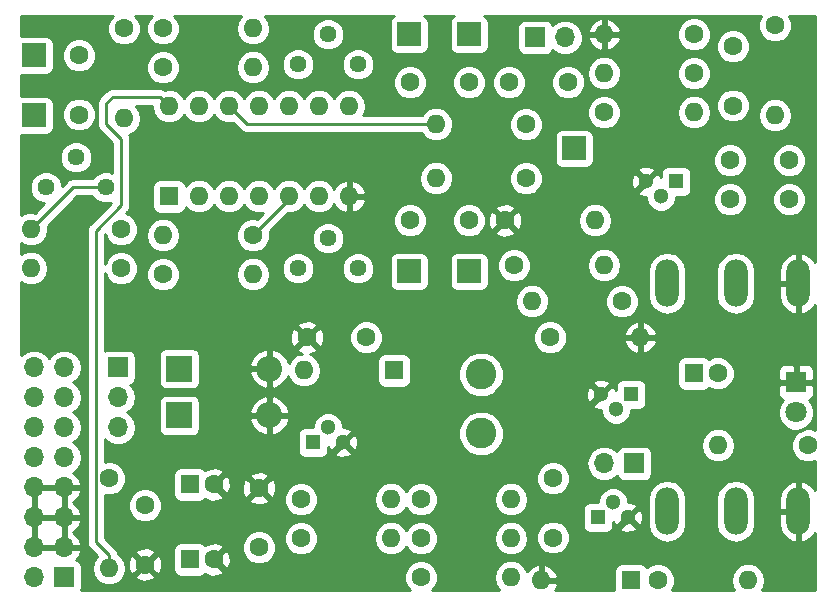
<source format=gbl>
G04 #@! TF.GenerationSoftware,KiCad,Pcbnew,(5.0.0-3-g5ebb6b6)*
G04 #@! TF.CreationDate,2019-04-25T20:00:05+02:00*
G04 #@! TF.ProjectId,metallic_beat,6D6574616C6C69635F626561742E6B69,rev?*
G04 #@! TF.SameCoordinates,Original*
G04 #@! TF.FileFunction,Copper,L2,Bot,Signal*
G04 #@! TF.FilePolarity,Positive*
%FSLAX46Y46*%
G04 Gerber Fmt 4.6, Leading zero omitted, Abs format (unit mm)*
G04 Created by KiCad (PCBNEW (5.0.0-3-g5ebb6b6)) date Thursday 25 April 2019 20:00:05*
%MOMM*%
%LPD*%
G01*
G04 APERTURE LIST*
G04 #@! TA.AperFunction,ComponentPad*
%ADD10C,1.600000*%
G04 #@! TD*
G04 #@! TA.AperFunction,ComponentPad*
%ADD11R,1.600000X1.600000*%
G04 #@! TD*
G04 #@! TA.AperFunction,ComponentPad*
%ADD12O,1.600000X1.600000*%
G04 #@! TD*
G04 #@! TA.AperFunction,ComponentPad*
%ADD13R,1.800000X1.800000*%
G04 #@! TD*
G04 #@! TA.AperFunction,ComponentPad*
%ADD14C,1.800000*%
G04 #@! TD*
G04 #@! TA.AperFunction,ComponentPad*
%ADD15O,2.000000X4.000000*%
G04 #@! TD*
G04 #@! TA.AperFunction,ComponentPad*
%ADD16R,1.700000X1.700000*%
G04 #@! TD*
G04 #@! TA.AperFunction,ComponentPad*
%ADD17O,1.700000X1.700000*%
G04 #@! TD*
G04 #@! TA.AperFunction,ComponentPad*
%ADD18C,2.600000*%
G04 #@! TD*
G04 #@! TA.AperFunction,ComponentPad*
%ADD19C,1.440000*%
G04 #@! TD*
G04 #@! TA.AperFunction,ComponentPad*
%ADD20R,2.000000X2.000000*%
G04 #@! TD*
G04 #@! TA.AperFunction,ComponentPad*
%ADD21R,1.300000X1.300000*%
G04 #@! TD*
G04 #@! TA.AperFunction,ComponentPad*
%ADD22C,1.300000*%
G04 #@! TD*
G04 #@! TA.AperFunction,ComponentPad*
%ADD23R,2.200000X2.200000*%
G04 #@! TD*
G04 #@! TA.AperFunction,ComponentPad*
%ADD24O,2.200000X2.200000*%
G04 #@! TD*
G04 #@! TA.AperFunction,Conductor*
%ADD25C,0.250000*%
G04 #@! TD*
G04 #@! TA.AperFunction,Conductor*
%ADD26C,0.254000*%
G04 #@! TD*
G04 APERTURE END LIST*
D10*
G04 #@! TO.P,C1,1*
G04 #@! TO.N,Net-(C1-Pad1)*
X114808000Y-65786000D03*
G04 #@! TO.P,C1,2*
G04 #@! TO.N,Net-(C1-Pad2)*
X114808000Y-70786000D03*
G04 #@! TD*
G04 #@! TO.P,C2,2*
G04 #@! TO.N,Net-(C2-Pad2)*
X142828000Y-79756000D03*
G04 #@! TO.P,C2,1*
G04 #@! TO.N,Net-(C2-Pad1)*
X147828000Y-79756000D03*
G04 #@! TD*
G04 #@! TO.P,C3,1*
G04 #@! TO.N,Net-(C3-Pad1)*
X147828000Y-68072000D03*
G04 #@! TO.P,C3,2*
G04 #@! TO.N,Net-(C3-Pad2)*
X142828000Y-68072000D03*
G04 #@! TD*
G04 #@! TO.P,C4,2*
G04 #@! TO.N,Net-(C4-Pad2)*
X154940000Y-106600000D03*
G04 #@! TO.P,C4,1*
G04 #@! TO.N,Net-(C4-Pad1)*
X154940000Y-101600000D03*
G04 #@! TD*
G04 #@! TO.P,C5,2*
G04 #@! TO.N,Net-(C5-Pad2)*
X139112000Y-89662000D03*
G04 #@! TO.P,C5,1*
G04 #@! TO.N,GND*
X134112000Y-89662000D03*
G04 #@! TD*
G04 #@! TO.P,C6,1*
G04 #@! TO.N,Net-(C6-Pad1)*
X156210000Y-68072000D03*
G04 #@! TO.P,C6,2*
G04 #@! TO.N,Net-(C6-Pad2)*
X151210000Y-68072000D03*
G04 #@! TD*
G04 #@! TO.P,C7,2*
G04 #@! TO.N,Net-(C7-Pad2)*
X170180000Y-70024000D03*
G04 #@! TO.P,C7,1*
G04 #@! TO.N,+12V*
X170180000Y-65024000D03*
G04 #@! TD*
G04 #@! TO.P,C8,1*
G04 #@! TO.N,Net-(C11-Pad2)*
X169926000Y-74676000D03*
G04 #@! TO.P,C8,2*
G04 #@! TO.N,Net-(C7-Pad2)*
X174926000Y-74676000D03*
G04 #@! TD*
G04 #@! TO.P,C9,1*
G04 #@! TO.N,Net-(C10-Pad1)*
X120396000Y-103886000D03*
G04 #@! TO.P,C9,2*
G04 #@! TO.N,GND*
X120396000Y-108886000D03*
G04 #@! TD*
D11*
G04 #@! TO.P,C10,1*
G04 #@! TO.N,Net-(C10-Pad1)*
X124206000Y-108458000D03*
D10*
G04 #@! TO.P,C10,2*
G04 #@! TO.N,GND*
X126206000Y-108458000D03*
G04 #@! TD*
G04 #@! TO.P,C11,2*
G04 #@! TO.N,Net-(C11-Pad2)*
X174926000Y-77978000D03*
G04 #@! TO.P,C11,1*
G04 #@! TO.N,Net-(C11-Pad1)*
X169926000Y-77978000D03*
G04 #@! TD*
D11*
G04 #@! TO.P,C12,1*
G04 #@! TO.N,Net-(C11-Pad1)*
X166878000Y-92710000D03*
D10*
G04 #@! TO.P,C12,2*
G04 #@! TO.N,Net-(C12-Pad2)*
X168878000Y-92710000D03*
G04 #@! TD*
G04 #@! TO.P,C13,2*
G04 #@! TO.N,GND*
X126206000Y-102108000D03*
D11*
G04 #@! TO.P,C13,1*
G04 #@! TO.N,+12V*
X124206000Y-102108000D03*
G04 #@! TD*
D10*
G04 #@! TO.P,C14,1*
G04 #@! TO.N,+12V*
X130048000Y-107442000D03*
G04 #@! TO.P,C14,2*
G04 #@! TO.N,GND*
X130048000Y-102442000D03*
G04 #@! TD*
D11*
G04 #@! TO.P,D1,1*
G04 #@! TO.N,Net-(D1-Pad1)*
X161544000Y-110236000D03*
D12*
G04 #@! TO.P,D1,2*
G04 #@! TO.N,GND*
X153924000Y-110236000D03*
G04 #@! TD*
G04 #@! TO.P,D2,2*
G04 #@! TO.N,Net-(D2-Pad2)*
X133858000Y-92456000D03*
D11*
G04 #@! TO.P,D2,1*
G04 #@! TO.N,Net-(C5-Pad2)*
X141478000Y-92456000D03*
G04 #@! TD*
D13*
G04 #@! TO.P,D3,1*
G04 #@! TO.N,GND*
X175514000Y-93472000D03*
D14*
G04 #@! TO.P,D3,2*
G04 #@! TO.N,Net-(D3-Pad2)*
X175514000Y-96012000D03*
G04 #@! TD*
D15*
G04 #@! TO.P,J1,*
G04 #@! TO.N,*
X164600000Y-104394000D03*
G04 #@! TO.P,J1,1*
G04 #@! TO.N,Net-(J1-Pad1)*
X170400000Y-104394000D03*
G04 #@! TO.P,J1,2*
G04 #@! TO.N,GND*
X175700000Y-104394000D03*
G04 #@! TD*
G04 #@! TO.P,J2,2*
G04 #@! TO.N,GND*
X175700000Y-85090000D03*
G04 #@! TO.P,J2,1*
G04 #@! TO.N,Net-(C12-Pad2)*
X170400000Y-85090000D03*
G04 #@! TO.P,J2,*
G04 #@! TO.N,*
X164600000Y-85090000D03*
G04 #@! TD*
D16*
G04 #@! TO.P,J3,1*
G04 #@! TO.N,N/C*
X113538000Y-109982000D03*
D17*
G04 #@! TO.P,J3,2*
X110998000Y-109982000D03*
G04 #@! TO.P,J3,3*
G04 #@! TO.N,GND*
X113538000Y-107442000D03*
G04 #@! TO.P,J3,4*
X110998000Y-107442000D03*
G04 #@! TO.P,J3,5*
X113538000Y-104902000D03*
G04 #@! TO.P,J3,6*
X110998000Y-104902000D03*
G04 #@! TO.P,J3,7*
X113538000Y-102362000D03*
G04 #@! TO.P,J3,8*
X110998000Y-102362000D03*
G04 #@! TO.P,J3,9*
G04 #@! TO.N,+12V*
X113538000Y-99822000D03*
G04 #@! TO.P,J3,10*
X110998000Y-99822000D03*
G04 #@! TO.P,J3,11*
G04 #@! TO.N,+5V*
X113538000Y-97282000D03*
G04 #@! TO.P,J3,12*
X110998000Y-97282000D03*
G04 #@! TO.P,J3,13*
G04 #@! TO.N,N/C*
X113538000Y-94742000D03*
G04 #@! TO.P,J3,14*
X110998000Y-94742000D03*
G04 #@! TO.P,J3,15*
X113538000Y-92202000D03*
G04 #@! TO.P,J3,16*
X110998000Y-92202000D03*
G04 #@! TD*
D16*
G04 #@! TO.P,JP1,1*
G04 #@! TO.N,Net-(J1-Pad1)*
X161798000Y-100330000D03*
D17*
G04 #@! TO.P,JP1,2*
G04 #@! TO.N,Net-(JP1-Pad2)*
X159258000Y-100330000D03*
G04 #@! TD*
D16*
G04 #@! TO.P,JP2,1*
G04 #@! TO.N,+5V*
X118110000Y-92202000D03*
D17*
G04 #@! TO.P,JP2,2*
G04 #@! TO.N,Net-(JP2-Pad2)*
X118110000Y-94742000D03*
G04 #@! TO.P,JP2,3*
G04 #@! TO.N,+12V*
X118110000Y-97282000D03*
G04 #@! TD*
D18*
G04 #@! TO.P,L1,1*
G04 #@! TO.N,+12V*
X148844000Y-97790000D03*
G04 #@! TO.P,L1,2*
G04 #@! TO.N,Net-(C7-Pad2)*
X148844000Y-92790000D03*
G04 #@! TD*
D12*
G04 #@! TO.P,R1,2*
G04 #@! TO.N,Net-(C1-Pad2)*
X110744000Y-83820000D03*
D10*
G04 #@! TO.P,R1,1*
G04 #@! TO.N,Net-(R1-Pad1)*
X118364000Y-83820000D03*
G04 #@! TD*
D12*
G04 #@! TO.P,R2,2*
G04 #@! TO.N,Net-(C2-Pad2)*
X121920000Y-81026000D03*
D10*
G04 #@! TO.P,R2,1*
G04 #@! TO.N,Net-(R2-Pad1)*
X129540000Y-81026000D03*
G04 #@! TD*
G04 #@! TO.P,R3,1*
G04 #@! TO.N,Net-(R3-Pad1)*
X121920000Y-63500000D03*
D12*
G04 #@! TO.P,R3,2*
G04 #@! TO.N,Net-(C3-Pad2)*
X129540000Y-63500000D03*
G04 #@! TD*
D10*
G04 #@! TO.P,R4,1*
G04 #@! TO.N,Net-(D1-Pad1)*
X163830000Y-110236000D03*
D12*
G04 #@! TO.P,R4,2*
G04 #@! TO.N,Net-(JP1-Pad2)*
X171450000Y-110236000D03*
G04 #@! TD*
D10*
G04 #@! TO.P,R8,1*
G04 #@! TO.N,+12V*
X143764000Y-109982000D03*
D12*
G04 #@! TO.P,R8,2*
G04 #@! TO.N,Net-(C4-Pad2)*
X151384000Y-109982000D03*
G04 #@! TD*
D10*
G04 #@! TO.P,R9,1*
G04 #@! TO.N,Net-(R9-Pad1)*
X118364000Y-80518000D03*
D12*
G04 #@! TO.P,R9,2*
G04 #@! TO.N,Net-(R9-Pad2)*
X110744000Y-80518000D03*
G04 #@! TD*
G04 #@! TO.P,R10,2*
G04 #@! TO.N,Net-(R10-Pad2)*
X129540000Y-84328000D03*
D10*
G04 #@! TO.P,R10,1*
G04 #@! TO.N,Net-(R10-Pad1)*
X121920000Y-84328000D03*
G04 #@! TD*
G04 #@! TO.P,R11,1*
G04 #@! TO.N,Net-(R11-Pad1)*
X121920000Y-66802000D03*
D12*
G04 #@! TO.P,R11,2*
G04 #@! TO.N,Net-(R11-Pad2)*
X129540000Y-66802000D03*
G04 #@! TD*
G04 #@! TO.P,R12,2*
G04 #@! TO.N,Net-(C4-Pad1)*
X151384000Y-106680000D03*
D10*
G04 #@! TO.P,R12,1*
G04 #@! TO.N,+12V*
X143764000Y-106680000D03*
G04 #@! TD*
D12*
G04 #@! TO.P,R13,2*
G04 #@! TO.N,Net-(C4-Pad1)*
X151384000Y-103378000D03*
D10*
G04 #@! TO.P,R13,1*
G04 #@! TO.N,Net-(Q2-Pad2)*
X143764000Y-103378000D03*
G04 #@! TD*
G04 #@! TO.P,R14,1*
G04 #@! TO.N,+12V*
X133604000Y-106680000D03*
D12*
G04 #@! TO.P,R14,2*
G04 #@! TO.N,Net-(Q2-Pad2)*
X141224000Y-106680000D03*
G04 #@! TD*
D10*
G04 #@! TO.P,R15,1*
G04 #@! TO.N,+12V*
X133604000Y-103378000D03*
D12*
G04 #@! TO.P,R15,2*
G04 #@! TO.N,Net-(D2-Pad2)*
X141224000Y-103378000D03*
G04 #@! TD*
G04 #@! TO.P,R16,2*
G04 #@! TO.N,Net-(C1-Pad1)*
X118618000Y-71120000D03*
D10*
G04 #@! TO.P,R16,1*
G04 #@! TO.N,Net-(C6-Pad2)*
X118618000Y-63500000D03*
G04 #@! TD*
G04 #@! TO.P,R17,1*
G04 #@! TO.N,Net-(C6-Pad2)*
X152654000Y-76200000D03*
D12*
G04 #@! TO.P,R17,2*
G04 #@! TO.N,Net-(C2-Pad1)*
X145034000Y-76200000D03*
G04 #@! TD*
D10*
G04 #@! TO.P,R18,1*
G04 #@! TO.N,Net-(C6-Pad2)*
X152654000Y-71628000D03*
D12*
G04 #@! TO.P,R18,2*
G04 #@! TO.N,Net-(C3-Pad1)*
X145034000Y-71628000D03*
G04 #@! TD*
G04 #@! TO.P,R19,2*
G04 #@! TO.N,Net-(C6-Pad2)*
X158496000Y-79756000D03*
D10*
G04 #@! TO.P,R19,1*
G04 #@! TO.N,GND*
X150876000Y-79756000D03*
G04 #@! TD*
D12*
G04 #@! TO.P,R20,2*
G04 #@! TO.N,Net-(C5-Pad2)*
X166878000Y-70612000D03*
D10*
G04 #@! TO.P,R20,1*
G04 #@! TO.N,Net-(JP3-Pad2)*
X159258000Y-70612000D03*
G04 #@! TD*
D12*
G04 #@! TO.P,R21,2*
G04 #@! TO.N,Net-(JP3-Pad2)*
X159258000Y-67310000D03*
D10*
G04 #@! TO.P,R21,1*
G04 #@! TO.N,Net-(Q3-Pad2)*
X166878000Y-67310000D03*
G04 #@! TD*
D12*
G04 #@! TO.P,R22,2*
G04 #@! TO.N,GND*
X159258000Y-64008000D03*
D10*
G04 #@! TO.P,R22,1*
G04 #@! TO.N,Net-(Q3-Pad2)*
X166878000Y-64008000D03*
G04 #@! TD*
G04 #@! TO.P,R23,1*
G04 #@! TO.N,+12V*
X173736000Y-63246000D03*
D12*
G04 #@! TO.P,R23,2*
G04 #@! TO.N,Net-(C7-Pad2)*
X173736000Y-70866000D03*
G04 #@! TD*
D10*
G04 #@! TO.P,R24,1*
G04 #@! TO.N,Net-(C11-Pad2)*
X154686000Y-89662000D03*
D12*
G04 #@! TO.P,R24,2*
G04 #@! TO.N,GND*
X162306000Y-89662000D03*
G04 #@! TD*
G04 #@! TO.P,R25,2*
G04 #@! TO.N,Net-(C11-Pad2)*
X153162000Y-86614000D03*
D10*
G04 #@! TO.P,R25,1*
G04 #@! TO.N,Net-(C11-Pad1)*
X160782000Y-86614000D03*
G04 #@! TD*
D12*
G04 #@! TO.P,R26,2*
G04 #@! TO.N,Net-(C11-Pad1)*
X159258000Y-83566000D03*
D10*
G04 #@! TO.P,R26,1*
G04 #@! TO.N,+12V*
X151638000Y-83566000D03*
G04 #@! TD*
G04 #@! TO.P,R27,1*
G04 #@! TO.N,Net-(JP2-Pad2)*
X117348000Y-101600000D03*
D12*
G04 #@! TO.P,R27,2*
G04 #@! TO.N,Net-(C10-Pad1)*
X117348000Y-109220000D03*
G04 #@! TD*
D10*
G04 #@! TO.P,R28,1*
G04 #@! TO.N,Net-(D3-Pad2)*
X176530000Y-98806000D03*
D12*
G04 #@! TO.P,R28,2*
G04 #@! TO.N,Net-(J1-Pad1)*
X168910000Y-98806000D03*
G04 #@! TD*
D19*
G04 #@! TO.P,RV1,1*
G04 #@! TO.N,Net-(C1-Pad2)*
X112014000Y-76962000D03*
G04 #@! TO.P,RV1,2*
X114554000Y-74422000D03*
G04 #@! TO.P,RV1,3*
G04 #@! TO.N,Net-(R9-Pad2)*
X117094000Y-76962000D03*
G04 #@! TD*
G04 #@! TO.P,RV2,3*
G04 #@! TO.N,Net-(R10-Pad2)*
X138430000Y-83820000D03*
G04 #@! TO.P,RV2,2*
G04 #@! TO.N,Net-(C2-Pad2)*
X135890000Y-81280000D03*
G04 #@! TO.P,RV2,1*
X133350000Y-83820000D03*
G04 #@! TD*
G04 #@! TO.P,RV3,3*
G04 #@! TO.N,Net-(R11-Pad2)*
X138430000Y-66548000D03*
G04 #@! TO.P,RV3,2*
G04 #@! TO.N,Net-(C3-Pad2)*
X135890000Y-64008000D03*
G04 #@! TO.P,RV3,1*
X133350000Y-66548000D03*
G04 #@! TD*
D20*
G04 #@! TO.P,TP1,1*
G04 #@! TO.N,Net-(C1-Pad2)*
X110998000Y-70866000D03*
G04 #@! TD*
G04 #@! TO.P,TP2,1*
G04 #@! TO.N,Net-(C2-Pad2)*
X142748000Y-84074000D03*
G04 #@! TD*
G04 #@! TO.P,TP3,1*
G04 #@! TO.N,Net-(C3-Pad2)*
X142748000Y-64008000D03*
G04 #@! TD*
G04 #@! TO.P,TP4,1*
G04 #@! TO.N,Net-(C1-Pad1)*
X110998000Y-65786000D03*
G04 #@! TD*
G04 #@! TO.P,TP5,1*
G04 #@! TO.N,Net-(C2-Pad1)*
X147828000Y-84074000D03*
G04 #@! TD*
G04 #@! TO.P,TP6,1*
G04 #@! TO.N,Net-(C3-Pad1)*
X147828000Y-64008000D03*
G04 #@! TD*
G04 #@! TO.P,TP7,1*
G04 #@! TO.N,Net-(C6-Pad2)*
X156718000Y-73660000D03*
G04 #@! TD*
D11*
G04 #@! TO.P,U1,1*
G04 #@! TO.N,Net-(R1-Pad1)*
X122428000Y-77724000D03*
D12*
G04 #@! TO.P,U1,8*
G04 #@! TO.N,Net-(C2-Pad1)*
X137668000Y-70104000D03*
G04 #@! TO.P,U1,2*
G04 #@! TO.N,Net-(R9-Pad1)*
X124968000Y-77724000D03*
G04 #@! TO.P,U1,9*
G04 #@! TO.N,Net-(R10-Pad1)*
X135128000Y-70104000D03*
G04 #@! TO.P,U1,3*
G04 #@! TO.N,Net-(R9-Pad1)*
X127508000Y-77724000D03*
G04 #@! TO.P,U1,10*
G04 #@! TO.N,Net-(R11-Pad1)*
X132588000Y-70104000D03*
G04 #@! TO.P,U1,4*
G04 #@! TO.N,Net-(C1-Pad1)*
X130048000Y-77724000D03*
G04 #@! TO.P,U1,11*
G04 #@! TO.N,Net-(R3-Pad1)*
X130048000Y-70104000D03*
G04 #@! TO.P,U1,5*
G04 #@! TO.N,Net-(R2-Pad1)*
X132588000Y-77724000D03*
G04 #@! TO.P,U1,12*
G04 #@! TO.N,Net-(C3-Pad1)*
X127508000Y-70104000D03*
G04 #@! TO.P,U1,6*
G04 #@! TO.N,Net-(R10-Pad1)*
X135128000Y-77724000D03*
G04 #@! TO.P,U1,13*
G04 #@! TO.N,Net-(R11-Pad1)*
X124968000Y-70104000D03*
G04 #@! TO.P,U1,7*
G04 #@! TO.N,GND*
X137668000Y-77724000D03*
G04 #@! TO.P,U1,14*
G04 #@! TO.N,Net-(C10-Pad1)*
X122428000Y-70104000D03*
G04 #@! TD*
D21*
G04 #@! TO.P,Q1,1*
G04 #@! TO.N,Net-(C4-Pad2)*
X158750000Y-104902000D03*
D22*
G04 #@! TO.P,Q1,3*
G04 #@! TO.N,GND*
X161290000Y-104902000D03*
G04 #@! TO.P,Q1,2*
G04 #@! TO.N,Net-(D1-Pad1)*
X160030000Y-103632000D03*
G04 #@! TD*
D21*
G04 #@! TO.P,Q2,1*
G04 #@! TO.N,Net-(D2-Pad2)*
X134620000Y-98552000D03*
D22*
G04 #@! TO.P,Q2,3*
G04 #@! TO.N,GND*
X137160000Y-98552000D03*
G04 #@! TO.P,Q2,2*
G04 #@! TO.N,Net-(Q2-Pad2)*
X135900000Y-97282000D03*
G04 #@! TD*
G04 #@! TO.P,Q3,2*
G04 #@! TO.N,Net-(Q3-Pad2)*
X164074000Y-77724000D03*
G04 #@! TO.P,Q3,3*
G04 #@! TO.N,GND*
X162814000Y-76454000D03*
D21*
G04 #@! TO.P,Q3,1*
G04 #@! TO.N,Net-(C7-Pad2)*
X165354000Y-76454000D03*
G04 #@! TD*
D22*
G04 #@! TO.P,Q4,2*
G04 #@! TO.N,Net-(C11-Pad2)*
X160264000Y-95758000D03*
G04 #@! TO.P,Q4,3*
G04 #@! TO.N,GND*
X159004000Y-94488000D03*
D21*
G04 #@! TO.P,Q4,1*
G04 #@! TO.N,Net-(C11-Pad1)*
X161544000Y-94488000D03*
G04 #@! TD*
D23*
G04 #@! TO.P,D4,1*
G04 #@! TO.N,+5V*
X123295001Y-92303001D03*
D24*
G04 #@! TO.P,D4,2*
G04 #@! TO.N,GND*
X130915001Y-92303001D03*
G04 #@! TD*
G04 #@! TO.P,D5,2*
G04 #@! TO.N,GND*
X130915001Y-96266000D03*
D23*
G04 #@! TO.P,D5,1*
G04 #@! TO.N,+12V*
X123295001Y-96266000D03*
G04 #@! TD*
D16*
G04 #@! TO.P,JP3,1*
G04 #@! TO.N,Net-(C6-Pad1)*
X153416000Y-64262000D03*
D17*
G04 #@! TO.P,JP3,2*
G04 #@! TO.N,Net-(JP3-Pad2)*
X155956000Y-64262000D03*
G04 #@! TD*
D25*
G04 #@! TO.N,Net-(C3-Pad1)*
X129032000Y-71628000D02*
X145034000Y-71628000D01*
X127508000Y-70104000D02*
X129032000Y-71628000D01*
G04 #@! TO.N,Net-(C10-Pad1)*
X116222999Y-106963629D02*
X116222999Y-80627001D01*
X117348000Y-108088630D02*
X116222999Y-106963629D01*
X117348000Y-109220000D02*
X117348000Y-108088630D01*
X116222999Y-80627001D02*
X118364000Y-78486000D01*
X118364000Y-78486000D02*
X118364000Y-72898000D01*
X118364000Y-72898000D02*
X117094000Y-71628000D01*
X117094000Y-71628000D02*
X117094000Y-69850000D01*
X121628001Y-69304001D02*
X122428000Y-70104000D01*
X117639999Y-69304001D02*
X121628001Y-69304001D01*
X117094000Y-69850000D02*
X117639999Y-69304001D01*
G04 #@! TO.N,Net-(R2-Pad1)*
X132588000Y-77978000D02*
X132588000Y-77724000D01*
X129540000Y-81026000D02*
X132588000Y-77978000D01*
G04 #@! TO.N,Net-(R9-Pad2)*
X114300000Y-76962000D02*
X117094000Y-76962000D01*
X110744000Y-80518000D02*
X114300000Y-76962000D01*
G04 #@! TD*
D26*
G04 #@! TO.N,GND*
G36*
X117401466Y-62687138D02*
X117183000Y-63214561D01*
X117183000Y-63785439D01*
X117401466Y-64312862D01*
X117805138Y-64716534D01*
X118332561Y-64935000D01*
X118903439Y-64935000D01*
X119430862Y-64716534D01*
X119834534Y-64312862D01*
X120053000Y-63785439D01*
X120053000Y-63214561D01*
X119834534Y-62687138D01*
X119579396Y-62432000D01*
X120958604Y-62432000D01*
X120703466Y-62687138D01*
X120485000Y-63214561D01*
X120485000Y-63785439D01*
X120703466Y-64312862D01*
X121107138Y-64716534D01*
X121634561Y-64935000D01*
X122205439Y-64935000D01*
X122732862Y-64716534D01*
X123136534Y-64312862D01*
X123355000Y-63785439D01*
X123355000Y-63214561D01*
X123136534Y-62687138D01*
X122881396Y-62432000D01*
X128555444Y-62432000D01*
X128505423Y-62465423D01*
X128188260Y-62940091D01*
X128076887Y-63500000D01*
X128188260Y-64059909D01*
X128505423Y-64534577D01*
X128980091Y-64851740D01*
X129398667Y-64935000D01*
X129681333Y-64935000D01*
X130099909Y-64851740D01*
X130574577Y-64534577D01*
X130891740Y-64059909D01*
X130955677Y-63738474D01*
X134535000Y-63738474D01*
X134535000Y-64277526D01*
X134741286Y-64775546D01*
X135122454Y-65156714D01*
X135620474Y-65363000D01*
X136159526Y-65363000D01*
X136657546Y-65156714D01*
X137038714Y-64775546D01*
X137245000Y-64277526D01*
X137245000Y-63738474D01*
X137038714Y-63240454D01*
X136657546Y-62859286D01*
X136159526Y-62653000D01*
X135620474Y-62653000D01*
X135122454Y-62859286D01*
X134741286Y-63240454D01*
X134535000Y-63738474D01*
X130955677Y-63738474D01*
X131003113Y-63500000D01*
X130891740Y-62940091D01*
X130574577Y-62465423D01*
X130524556Y-62432000D01*
X141467075Y-62432000D01*
X141290191Y-62550191D01*
X141149843Y-62760235D01*
X141100560Y-63008000D01*
X141100560Y-65008000D01*
X141149843Y-65255765D01*
X141290191Y-65465809D01*
X141500235Y-65606157D01*
X141748000Y-65655440D01*
X143748000Y-65655440D01*
X143995765Y-65606157D01*
X144205809Y-65465809D01*
X144346157Y-65255765D01*
X144395440Y-65008000D01*
X144395440Y-63008000D01*
X144346157Y-62760235D01*
X144205809Y-62550191D01*
X144028925Y-62432000D01*
X146547075Y-62432000D01*
X146370191Y-62550191D01*
X146229843Y-62760235D01*
X146180560Y-63008000D01*
X146180560Y-65008000D01*
X146229843Y-65255765D01*
X146370191Y-65465809D01*
X146580235Y-65606157D01*
X146828000Y-65655440D01*
X148828000Y-65655440D01*
X149075765Y-65606157D01*
X149285809Y-65465809D01*
X149426157Y-65255765D01*
X149475440Y-65008000D01*
X149475440Y-63412000D01*
X151918560Y-63412000D01*
X151918560Y-65112000D01*
X151967843Y-65359765D01*
X152108191Y-65569809D01*
X152318235Y-65710157D01*
X152566000Y-65759440D01*
X154266000Y-65759440D01*
X154513765Y-65710157D01*
X154723809Y-65569809D01*
X154864157Y-65359765D01*
X154873184Y-65314381D01*
X154885375Y-65332625D01*
X155376582Y-65660839D01*
X155809744Y-65747000D01*
X156102256Y-65747000D01*
X156535418Y-65660839D01*
X157026625Y-65332625D01*
X157354839Y-64841418D01*
X157451187Y-64357039D01*
X157866096Y-64357039D01*
X158026959Y-64745423D01*
X158402866Y-65160389D01*
X158908959Y-65399914D01*
X159131000Y-65278629D01*
X159131000Y-64135000D01*
X159385000Y-64135000D01*
X159385000Y-65278629D01*
X159607041Y-65399914D01*
X160113134Y-65160389D01*
X160489041Y-64745423D01*
X160649904Y-64357039D01*
X160527915Y-64135000D01*
X159385000Y-64135000D01*
X159131000Y-64135000D01*
X157988085Y-64135000D01*
X157866096Y-64357039D01*
X157451187Y-64357039D01*
X157470092Y-64262000D01*
X157354839Y-63682582D01*
X157339056Y-63658961D01*
X157866096Y-63658961D01*
X157988085Y-63881000D01*
X159131000Y-63881000D01*
X159131000Y-62737371D01*
X159385000Y-62737371D01*
X159385000Y-63881000D01*
X160527915Y-63881000D01*
X160614961Y-63722561D01*
X165443000Y-63722561D01*
X165443000Y-64293439D01*
X165661466Y-64820862D01*
X166065138Y-65224534D01*
X166592561Y-65443000D01*
X167163439Y-65443000D01*
X167690862Y-65224534D01*
X168094534Y-64820862D01*
X168128624Y-64738561D01*
X168745000Y-64738561D01*
X168745000Y-65309439D01*
X168963466Y-65836862D01*
X169367138Y-66240534D01*
X169894561Y-66459000D01*
X170465439Y-66459000D01*
X170992862Y-66240534D01*
X171396534Y-65836862D01*
X171615000Y-65309439D01*
X171615000Y-64738561D01*
X171396534Y-64211138D01*
X170992862Y-63807466D01*
X170465439Y-63589000D01*
X169894561Y-63589000D01*
X169367138Y-63807466D01*
X168963466Y-64211138D01*
X168745000Y-64738561D01*
X168128624Y-64738561D01*
X168313000Y-64293439D01*
X168313000Y-63722561D01*
X168094534Y-63195138D01*
X167690862Y-62791466D01*
X167163439Y-62573000D01*
X166592561Y-62573000D01*
X166065138Y-62791466D01*
X165661466Y-63195138D01*
X165443000Y-63722561D01*
X160614961Y-63722561D01*
X160649904Y-63658961D01*
X160489041Y-63270577D01*
X160113134Y-62855611D01*
X159607041Y-62616086D01*
X159385000Y-62737371D01*
X159131000Y-62737371D01*
X158908959Y-62616086D01*
X158402866Y-62855611D01*
X158026959Y-63270577D01*
X157866096Y-63658961D01*
X157339056Y-63658961D01*
X157026625Y-63191375D01*
X156535418Y-62863161D01*
X156102256Y-62777000D01*
X155809744Y-62777000D01*
X155376582Y-62863161D01*
X154885375Y-63191375D01*
X154873184Y-63209619D01*
X154864157Y-63164235D01*
X154723809Y-62954191D01*
X154513765Y-62813843D01*
X154266000Y-62764560D01*
X152566000Y-62764560D01*
X152318235Y-62813843D01*
X152108191Y-62954191D01*
X151967843Y-63164235D01*
X151918560Y-63412000D01*
X149475440Y-63412000D01*
X149475440Y-63008000D01*
X149426157Y-62760235D01*
X149285809Y-62550191D01*
X149108925Y-62432000D01*
X172520604Y-62432000D01*
X172519466Y-62433138D01*
X172301000Y-62960561D01*
X172301000Y-63531439D01*
X172519466Y-64058862D01*
X172923138Y-64462534D01*
X173450561Y-64681000D01*
X174021439Y-64681000D01*
X174548862Y-64462534D01*
X174952534Y-64058862D01*
X175171000Y-63531439D01*
X175171000Y-62960561D01*
X174952534Y-62433138D01*
X174951396Y-62432000D01*
X177090000Y-62432000D01*
X177090000Y-83255531D01*
X176766317Y-82844078D01*
X176208355Y-82530856D01*
X176080434Y-82499876D01*
X175827000Y-82619223D01*
X175827000Y-84963000D01*
X175847000Y-84963000D01*
X175847000Y-85217000D01*
X175827000Y-85217000D01*
X175827000Y-87560777D01*
X176080434Y-87680124D01*
X176208355Y-87649144D01*
X176766317Y-87335922D01*
X177090001Y-86924469D01*
X177090001Y-97484727D01*
X176815439Y-97371000D01*
X176244561Y-97371000D01*
X175717138Y-97589466D01*
X175313466Y-97993138D01*
X175095000Y-98520561D01*
X175095000Y-99091439D01*
X175313466Y-99618862D01*
X175717138Y-100022534D01*
X176244561Y-100241000D01*
X176815439Y-100241000D01*
X177090001Y-100127273D01*
X177090001Y-102559531D01*
X176766317Y-102148078D01*
X176208355Y-101834856D01*
X176080434Y-101803876D01*
X175827000Y-101923223D01*
X175827000Y-104267000D01*
X175847000Y-104267000D01*
X175847000Y-104521000D01*
X175827000Y-104521000D01*
X175827000Y-106864777D01*
X176080434Y-106984124D01*
X176208355Y-106953144D01*
X176766317Y-106639922D01*
X177090001Y-106228469D01*
X177090001Y-111050000D01*
X172631962Y-111050000D01*
X172801740Y-110795909D01*
X172913113Y-110236000D01*
X172801740Y-109676091D01*
X172484577Y-109201423D01*
X172009909Y-108884260D01*
X171591333Y-108801000D01*
X171308667Y-108801000D01*
X170890091Y-108884260D01*
X170415423Y-109201423D01*
X170098260Y-109676091D01*
X169986887Y-110236000D01*
X170098260Y-110795909D01*
X170268038Y-111050000D01*
X165045396Y-111050000D01*
X165046534Y-111048862D01*
X165265000Y-110521439D01*
X165265000Y-109950561D01*
X165046534Y-109423138D01*
X164642862Y-109019466D01*
X164115439Y-108801000D01*
X163544561Y-108801000D01*
X163017138Y-109019466D01*
X162904591Y-109132013D01*
X162801809Y-108978191D01*
X162591765Y-108837843D01*
X162344000Y-108788560D01*
X160744000Y-108788560D01*
X160496235Y-108837843D01*
X160286191Y-108978191D01*
X160145843Y-109188235D01*
X160096560Y-109436000D01*
X160096560Y-111036000D01*
X160099345Y-111050000D01*
X155085672Y-111050000D01*
X155155041Y-110973423D01*
X155315904Y-110585039D01*
X155193915Y-110363000D01*
X154051000Y-110363000D01*
X154051000Y-110383000D01*
X153797000Y-110383000D01*
X153797000Y-110363000D01*
X153777000Y-110363000D01*
X153777000Y-110109000D01*
X153797000Y-110109000D01*
X153797000Y-108965371D01*
X154051000Y-108965371D01*
X154051000Y-110109000D01*
X155193915Y-110109000D01*
X155315904Y-109886961D01*
X155155041Y-109498577D01*
X154779134Y-109083611D01*
X154273041Y-108844086D01*
X154051000Y-108965371D01*
X153797000Y-108965371D01*
X153574959Y-108844086D01*
X153068866Y-109083611D01*
X152740512Y-109446083D01*
X152735740Y-109422091D01*
X152418577Y-108947423D01*
X151943909Y-108630260D01*
X151525333Y-108547000D01*
X151242667Y-108547000D01*
X150824091Y-108630260D01*
X150349423Y-108947423D01*
X150032260Y-109422091D01*
X149920887Y-109982000D01*
X150032260Y-110541909D01*
X150349423Y-111016577D01*
X150399444Y-111050000D01*
X144725396Y-111050000D01*
X144980534Y-110794862D01*
X145199000Y-110267439D01*
X145199000Y-109696561D01*
X144980534Y-109169138D01*
X144576862Y-108765466D01*
X144049439Y-108547000D01*
X143478561Y-108547000D01*
X142951138Y-108765466D01*
X142547466Y-109169138D01*
X142329000Y-109696561D01*
X142329000Y-110267439D01*
X142547466Y-110794862D01*
X142802604Y-111050000D01*
X114992078Y-111050000D01*
X115035440Y-110832000D01*
X115035440Y-109132000D01*
X114986157Y-108884235D01*
X114845809Y-108674191D01*
X114635765Y-108533843D01*
X114532292Y-108513261D01*
X114809645Y-108208924D01*
X114979476Y-107798890D01*
X114858155Y-107569000D01*
X113665000Y-107569000D01*
X113665000Y-107589000D01*
X113411000Y-107589000D01*
X113411000Y-107569000D01*
X111125000Y-107569000D01*
X111125000Y-107589000D01*
X110871000Y-107589000D01*
X110871000Y-107569000D01*
X110851000Y-107569000D01*
X110851000Y-107315000D01*
X110871000Y-107315000D01*
X110871000Y-105029000D01*
X111125000Y-105029000D01*
X111125000Y-107315000D01*
X113411000Y-107315000D01*
X113411000Y-105029000D01*
X113665000Y-105029000D01*
X113665000Y-107315000D01*
X114858155Y-107315000D01*
X114979476Y-107085110D01*
X114809645Y-106675076D01*
X114419358Y-106246817D01*
X114260046Y-106172000D01*
X114419358Y-106097183D01*
X114809645Y-105668924D01*
X114979476Y-105258890D01*
X114858155Y-105029000D01*
X113665000Y-105029000D01*
X113411000Y-105029000D01*
X111125000Y-105029000D01*
X110871000Y-105029000D01*
X110851000Y-105029000D01*
X110851000Y-104775000D01*
X110871000Y-104775000D01*
X110871000Y-102489000D01*
X111125000Y-102489000D01*
X111125000Y-104775000D01*
X113411000Y-104775000D01*
X113411000Y-102489000D01*
X113665000Y-102489000D01*
X113665000Y-104775000D01*
X114858155Y-104775000D01*
X114979476Y-104545110D01*
X114809645Y-104135076D01*
X114419358Y-103706817D01*
X114260046Y-103632000D01*
X114419358Y-103557183D01*
X114809645Y-103128924D01*
X114979476Y-102718890D01*
X114858155Y-102489000D01*
X113665000Y-102489000D01*
X113411000Y-102489000D01*
X111125000Y-102489000D01*
X110871000Y-102489000D01*
X110851000Y-102489000D01*
X110851000Y-102235000D01*
X110871000Y-102235000D01*
X110871000Y-102215000D01*
X111125000Y-102215000D01*
X111125000Y-102235000D01*
X113411000Y-102235000D01*
X113411000Y-102215000D01*
X113665000Y-102215000D01*
X113665000Y-102235000D01*
X114858155Y-102235000D01*
X114979476Y-102005110D01*
X114809645Y-101595076D01*
X114419358Y-101166817D01*
X114289522Y-101105843D01*
X114608625Y-100892625D01*
X114936839Y-100401418D01*
X115052092Y-99822000D01*
X114936839Y-99242582D01*
X114608625Y-98751375D01*
X114310239Y-98552000D01*
X114608625Y-98352625D01*
X114936839Y-97861418D01*
X115052092Y-97282000D01*
X114936839Y-96702582D01*
X114608625Y-96211375D01*
X114310239Y-96012000D01*
X114608625Y-95812625D01*
X114936839Y-95321418D01*
X115052092Y-94742000D01*
X114936839Y-94162582D01*
X114608625Y-93671375D01*
X114310239Y-93472000D01*
X114608625Y-93272625D01*
X114936839Y-92781418D01*
X115052092Y-92202000D01*
X114936839Y-91622582D01*
X114608625Y-91131375D01*
X114117418Y-90803161D01*
X113684256Y-90717000D01*
X113391744Y-90717000D01*
X112958582Y-90803161D01*
X112467375Y-91131375D01*
X112268000Y-91429761D01*
X112068625Y-91131375D01*
X111577418Y-90803161D01*
X111144256Y-90717000D01*
X110851744Y-90717000D01*
X110418582Y-90803161D01*
X109930000Y-91129621D01*
X109930000Y-85001962D01*
X110184091Y-85171740D01*
X110602667Y-85255000D01*
X110885333Y-85255000D01*
X111303909Y-85171740D01*
X111778577Y-84854577D01*
X112095740Y-84379909D01*
X112207113Y-83820000D01*
X112095740Y-83260091D01*
X111778577Y-82785423D01*
X111303909Y-82468260D01*
X110885333Y-82385000D01*
X110602667Y-82385000D01*
X110184091Y-82468260D01*
X109930000Y-82638038D01*
X109930000Y-81699962D01*
X110184091Y-81869740D01*
X110602667Y-81953000D01*
X110885333Y-81953000D01*
X111303909Y-81869740D01*
X111778577Y-81552577D01*
X112095740Y-81077909D01*
X112207113Y-80518000D01*
X112142688Y-80194114D01*
X114614803Y-77722000D01*
X115942160Y-77722000D01*
X115945286Y-77729546D01*
X116326454Y-78110714D01*
X116824474Y-78317000D01*
X117363526Y-78317000D01*
X117525141Y-78250057D01*
X115738527Y-80036672D01*
X115675071Y-80079072D01*
X115632671Y-80142528D01*
X115632670Y-80142529D01*
X115507096Y-80330464D01*
X115448111Y-80627001D01*
X115463000Y-80701853D01*
X115462999Y-106888782D01*
X115448111Y-106963629D01*
X115462999Y-107038476D01*
X115462999Y-107038480D01*
X115507095Y-107260165D01*
X115675070Y-107511558D01*
X115738529Y-107553960D01*
X116347333Y-108162765D01*
X116313423Y-108185423D01*
X115996260Y-108660091D01*
X115884887Y-109220000D01*
X115996260Y-109779909D01*
X116313423Y-110254577D01*
X116788091Y-110571740D01*
X117206667Y-110655000D01*
X117489333Y-110655000D01*
X117907909Y-110571740D01*
X118382577Y-110254577D01*
X118623677Y-109893745D01*
X119567861Y-109893745D01*
X119641995Y-110139864D01*
X120179223Y-110332965D01*
X120749454Y-110305778D01*
X121150005Y-110139864D01*
X121224139Y-109893745D01*
X120396000Y-109065605D01*
X119567861Y-109893745D01*
X118623677Y-109893745D01*
X118699740Y-109779909D01*
X118811113Y-109220000D01*
X118701557Y-108669223D01*
X118949035Y-108669223D01*
X118976222Y-109239454D01*
X119142136Y-109640005D01*
X119388255Y-109714139D01*
X120216395Y-108886000D01*
X120575605Y-108886000D01*
X121403745Y-109714139D01*
X121649864Y-109640005D01*
X121842965Y-109102777D01*
X121815778Y-108532546D01*
X121649864Y-108131995D01*
X121403745Y-108057861D01*
X120575605Y-108886000D01*
X120216395Y-108886000D01*
X119388255Y-108057861D01*
X119142136Y-108131995D01*
X118949035Y-108669223D01*
X118701557Y-108669223D01*
X118699740Y-108660091D01*
X118382577Y-108185423D01*
X118105288Y-108000145D01*
X118081043Y-107878255D01*
X119567861Y-107878255D01*
X120396000Y-108706395D01*
X121224139Y-107878255D01*
X121157796Y-107658000D01*
X122758560Y-107658000D01*
X122758560Y-109258000D01*
X122807843Y-109505765D01*
X122948191Y-109715809D01*
X123158235Y-109856157D01*
X123406000Y-109905440D01*
X125006000Y-109905440D01*
X125253765Y-109856157D01*
X125463516Y-109716005D01*
X125989223Y-109904965D01*
X126559454Y-109877778D01*
X126960005Y-109711864D01*
X127034139Y-109465745D01*
X126206000Y-108637605D01*
X126191858Y-108651748D01*
X126012253Y-108472143D01*
X126026395Y-108458000D01*
X126385605Y-108458000D01*
X127213745Y-109286139D01*
X127459864Y-109212005D01*
X127652965Y-108674777D01*
X127625778Y-108104546D01*
X127459864Y-107703995D01*
X127213745Y-107629861D01*
X126385605Y-108458000D01*
X126026395Y-108458000D01*
X126012253Y-108443858D01*
X126191858Y-108264252D01*
X126206000Y-108278395D01*
X127034139Y-107450255D01*
X126960005Y-107204136D01*
X126827647Y-107156561D01*
X128613000Y-107156561D01*
X128613000Y-107727439D01*
X128831466Y-108254862D01*
X129235138Y-108658534D01*
X129762561Y-108877000D01*
X130333439Y-108877000D01*
X130860862Y-108658534D01*
X131264534Y-108254862D01*
X131483000Y-107727439D01*
X131483000Y-107156561D01*
X131264534Y-106629138D01*
X131029957Y-106394561D01*
X132169000Y-106394561D01*
X132169000Y-106965439D01*
X132387466Y-107492862D01*
X132791138Y-107896534D01*
X133318561Y-108115000D01*
X133889439Y-108115000D01*
X134416862Y-107896534D01*
X134820534Y-107492862D01*
X135039000Y-106965439D01*
X135039000Y-106680000D01*
X139760887Y-106680000D01*
X139872260Y-107239909D01*
X140189423Y-107714577D01*
X140664091Y-108031740D01*
X141082667Y-108115000D01*
X141365333Y-108115000D01*
X141783909Y-108031740D01*
X142258577Y-107714577D01*
X142493606Y-107362832D01*
X142547466Y-107492862D01*
X142951138Y-107896534D01*
X143478561Y-108115000D01*
X144049439Y-108115000D01*
X144576862Y-107896534D01*
X144980534Y-107492862D01*
X145199000Y-106965439D01*
X145199000Y-106680000D01*
X149920887Y-106680000D01*
X150032260Y-107239909D01*
X150349423Y-107714577D01*
X150824091Y-108031740D01*
X151242667Y-108115000D01*
X151525333Y-108115000D01*
X151943909Y-108031740D01*
X152418577Y-107714577D01*
X152735740Y-107239909D01*
X152847113Y-106680000D01*
X152774423Y-106314561D01*
X153505000Y-106314561D01*
X153505000Y-106885439D01*
X153723466Y-107412862D01*
X154127138Y-107816534D01*
X154654561Y-108035000D01*
X155225439Y-108035000D01*
X155752862Y-107816534D01*
X156156534Y-107412862D01*
X156375000Y-106885439D01*
X156375000Y-106314561D01*
X156156534Y-105787138D01*
X155752862Y-105383466D01*
X155225439Y-105165000D01*
X154654561Y-105165000D01*
X154127138Y-105383466D01*
X153723466Y-105787138D01*
X153505000Y-106314561D01*
X152774423Y-106314561D01*
X152735740Y-106120091D01*
X152418577Y-105645423D01*
X151943909Y-105328260D01*
X151525333Y-105245000D01*
X151242667Y-105245000D01*
X150824091Y-105328260D01*
X150349423Y-105645423D01*
X150032260Y-106120091D01*
X149920887Y-106680000D01*
X145199000Y-106680000D01*
X145199000Y-106394561D01*
X144980534Y-105867138D01*
X144576862Y-105463466D01*
X144049439Y-105245000D01*
X143478561Y-105245000D01*
X142951138Y-105463466D01*
X142547466Y-105867138D01*
X142493606Y-105997168D01*
X142258577Y-105645423D01*
X141783909Y-105328260D01*
X141365333Y-105245000D01*
X141082667Y-105245000D01*
X140664091Y-105328260D01*
X140189423Y-105645423D01*
X139872260Y-106120091D01*
X139760887Y-106680000D01*
X135039000Y-106680000D01*
X135039000Y-106394561D01*
X134820534Y-105867138D01*
X134416862Y-105463466D01*
X133889439Y-105245000D01*
X133318561Y-105245000D01*
X132791138Y-105463466D01*
X132387466Y-105867138D01*
X132169000Y-106394561D01*
X131029957Y-106394561D01*
X130860862Y-106225466D01*
X130333439Y-106007000D01*
X129762561Y-106007000D01*
X129235138Y-106225466D01*
X128831466Y-106629138D01*
X128613000Y-107156561D01*
X126827647Y-107156561D01*
X126422777Y-107011035D01*
X125852546Y-107038222D01*
X125462933Y-107199605D01*
X125253765Y-107059843D01*
X125006000Y-107010560D01*
X123406000Y-107010560D01*
X123158235Y-107059843D01*
X122948191Y-107200191D01*
X122807843Y-107410235D01*
X122758560Y-107658000D01*
X121157796Y-107658000D01*
X121150005Y-107632136D01*
X120612777Y-107439035D01*
X120042546Y-107466222D01*
X119641995Y-107632136D01*
X119567861Y-107878255D01*
X118081043Y-107878255D01*
X118063904Y-107792093D01*
X118063904Y-107792092D01*
X117938329Y-107604157D01*
X117895929Y-107540701D01*
X117832473Y-107498301D01*
X116982999Y-106648828D01*
X116982999Y-103600561D01*
X118961000Y-103600561D01*
X118961000Y-104171439D01*
X119179466Y-104698862D01*
X119583138Y-105102534D01*
X120110561Y-105321000D01*
X120681439Y-105321000D01*
X121208862Y-105102534D01*
X121612534Y-104698862D01*
X121831000Y-104171439D01*
X121831000Y-103600561D01*
X121612534Y-103073138D01*
X121208862Y-102669466D01*
X120681439Y-102451000D01*
X120110561Y-102451000D01*
X119583138Y-102669466D01*
X119179466Y-103073138D01*
X118961000Y-103600561D01*
X116982999Y-103600561D01*
X116982999Y-103002044D01*
X117062561Y-103035000D01*
X117633439Y-103035000D01*
X118160862Y-102816534D01*
X118564534Y-102412862D01*
X118783000Y-101885439D01*
X118783000Y-101314561D01*
X118780283Y-101308000D01*
X122758560Y-101308000D01*
X122758560Y-102908000D01*
X122807843Y-103155765D01*
X122948191Y-103365809D01*
X123158235Y-103506157D01*
X123406000Y-103555440D01*
X125006000Y-103555440D01*
X125253765Y-103506157D01*
X125463516Y-103366005D01*
X125989223Y-103554965D01*
X126559454Y-103527778D01*
X126747841Y-103449745D01*
X129219861Y-103449745D01*
X129293995Y-103695864D01*
X129831223Y-103888965D01*
X130401454Y-103861778D01*
X130802005Y-103695864D01*
X130876139Y-103449745D01*
X130048000Y-102621605D01*
X129219861Y-103449745D01*
X126747841Y-103449745D01*
X126960005Y-103361864D01*
X127034139Y-103115745D01*
X126206000Y-102287605D01*
X126191858Y-102301748D01*
X126012253Y-102122143D01*
X126026395Y-102108000D01*
X126385605Y-102108000D01*
X127213745Y-102936139D01*
X127459864Y-102862005D01*
X127652965Y-102324777D01*
X127648219Y-102225223D01*
X128601035Y-102225223D01*
X128628222Y-102795454D01*
X128794136Y-103196005D01*
X129040255Y-103270139D01*
X129868395Y-102442000D01*
X130227605Y-102442000D01*
X131055745Y-103270139D01*
X131301864Y-103196005D01*
X131339045Y-103092561D01*
X132169000Y-103092561D01*
X132169000Y-103663439D01*
X132387466Y-104190862D01*
X132791138Y-104594534D01*
X133318561Y-104813000D01*
X133889439Y-104813000D01*
X134416862Y-104594534D01*
X134820534Y-104190862D01*
X135039000Y-103663439D01*
X135039000Y-103378000D01*
X139760887Y-103378000D01*
X139872260Y-103937909D01*
X140189423Y-104412577D01*
X140664091Y-104729740D01*
X141082667Y-104813000D01*
X141365333Y-104813000D01*
X141783909Y-104729740D01*
X142258577Y-104412577D01*
X142493606Y-104060832D01*
X142547466Y-104190862D01*
X142951138Y-104594534D01*
X143478561Y-104813000D01*
X144049439Y-104813000D01*
X144576862Y-104594534D01*
X144980534Y-104190862D01*
X145199000Y-103663439D01*
X145199000Y-103378000D01*
X149920887Y-103378000D01*
X150032260Y-103937909D01*
X150349423Y-104412577D01*
X150824091Y-104729740D01*
X151242667Y-104813000D01*
X151525333Y-104813000D01*
X151943909Y-104729740D01*
X152418577Y-104412577D01*
X152525871Y-104252000D01*
X157452560Y-104252000D01*
X157452560Y-105552000D01*
X157501843Y-105799765D01*
X157642191Y-106009809D01*
X157852235Y-106150157D01*
X158100000Y-106199440D01*
X159400000Y-106199440D01*
X159647765Y-106150157D01*
X159857809Y-106009809D01*
X159997321Y-105801016D01*
X160570590Y-105801016D01*
X160626271Y-106031611D01*
X161109078Y-106199622D01*
X161619428Y-106170083D01*
X161953729Y-106031611D01*
X162009410Y-105801016D01*
X161290000Y-105081605D01*
X160570590Y-105801016D01*
X159997321Y-105801016D01*
X159998157Y-105799765D01*
X160047440Y-105552000D01*
X160047440Y-105293046D01*
X160160389Y-105565729D01*
X160390984Y-105621410D01*
X161110395Y-104902000D01*
X161469605Y-104902000D01*
X162189016Y-105621410D01*
X162419611Y-105565729D01*
X162587622Y-105082922D01*
X162558083Y-104572572D01*
X162419611Y-104238271D01*
X162189016Y-104182590D01*
X161469605Y-104902000D01*
X161110395Y-104902000D01*
X161096253Y-104887858D01*
X161275858Y-104708253D01*
X161290000Y-104722395D01*
X162009410Y-104002984D01*
X161953729Y-103772389D01*
X161470922Y-103604378D01*
X161315000Y-103613403D01*
X161315000Y-103376398D01*
X161255591Y-103232970D01*
X162965000Y-103232970D01*
X162965001Y-105555031D01*
X163059865Y-106031945D01*
X163421232Y-106572769D01*
X163962056Y-106934136D01*
X164600000Y-107061031D01*
X165237945Y-106934136D01*
X165778769Y-106572769D01*
X166140136Y-106031945D01*
X166235000Y-105555031D01*
X166235000Y-103232970D01*
X168765000Y-103232970D01*
X168765001Y-105555031D01*
X168859865Y-106031945D01*
X169221232Y-106572769D01*
X169762056Y-106934136D01*
X170400000Y-107061031D01*
X171037945Y-106934136D01*
X171578769Y-106572769D01*
X171940136Y-106031945D01*
X172035000Y-105555031D01*
X172035000Y-104521000D01*
X174065000Y-104521000D01*
X174065000Y-105521000D01*
X174238058Y-106137020D01*
X174633683Y-106639922D01*
X175191645Y-106953144D01*
X175319566Y-106984124D01*
X175573000Y-106864777D01*
X175573000Y-104521000D01*
X174065000Y-104521000D01*
X172035000Y-104521000D01*
X172035000Y-103267000D01*
X174065000Y-103267000D01*
X174065000Y-104267000D01*
X175573000Y-104267000D01*
X175573000Y-101923223D01*
X175319566Y-101803876D01*
X175191645Y-101834856D01*
X174633683Y-102148078D01*
X174238058Y-102650980D01*
X174065000Y-103267000D01*
X172035000Y-103267000D01*
X172035000Y-103232969D01*
X171940136Y-102756055D01*
X171578769Y-102215231D01*
X171037944Y-101853864D01*
X170400000Y-101726969D01*
X169762055Y-101853864D01*
X169221231Y-102215231D01*
X168859864Y-102756056D01*
X168765000Y-103232970D01*
X166235000Y-103232970D01*
X166235000Y-103232969D01*
X166140136Y-102756055D01*
X165778769Y-102215231D01*
X165237944Y-101853864D01*
X164600000Y-101726969D01*
X163962055Y-101853864D01*
X163421231Y-102215231D01*
X163059864Y-102756056D01*
X162965000Y-103232970D01*
X161255591Y-103232970D01*
X161119371Y-102904106D01*
X160757894Y-102542629D01*
X160285602Y-102347000D01*
X159774398Y-102347000D01*
X159302106Y-102542629D01*
X158940629Y-102904106D01*
X158745000Y-103376398D01*
X158745000Y-103604560D01*
X158100000Y-103604560D01*
X157852235Y-103653843D01*
X157642191Y-103794191D01*
X157501843Y-104004235D01*
X157452560Y-104252000D01*
X152525871Y-104252000D01*
X152735740Y-103937909D01*
X152847113Y-103378000D01*
X152735740Y-102818091D01*
X152418577Y-102343423D01*
X151943909Y-102026260D01*
X151525333Y-101943000D01*
X151242667Y-101943000D01*
X150824091Y-102026260D01*
X150349423Y-102343423D01*
X150032260Y-102818091D01*
X149920887Y-103378000D01*
X145199000Y-103378000D01*
X145199000Y-103092561D01*
X144980534Y-102565138D01*
X144576862Y-102161466D01*
X144049439Y-101943000D01*
X143478561Y-101943000D01*
X142951138Y-102161466D01*
X142547466Y-102565138D01*
X142493606Y-102695168D01*
X142258577Y-102343423D01*
X141783909Y-102026260D01*
X141365333Y-101943000D01*
X141082667Y-101943000D01*
X140664091Y-102026260D01*
X140189423Y-102343423D01*
X139872260Y-102818091D01*
X139760887Y-103378000D01*
X135039000Y-103378000D01*
X135039000Y-103092561D01*
X134820534Y-102565138D01*
X134416862Y-102161466D01*
X133889439Y-101943000D01*
X133318561Y-101943000D01*
X132791138Y-102161466D01*
X132387466Y-102565138D01*
X132169000Y-103092561D01*
X131339045Y-103092561D01*
X131494965Y-102658777D01*
X131467778Y-102088546D01*
X131301864Y-101687995D01*
X131055745Y-101613861D01*
X130227605Y-102442000D01*
X129868395Y-102442000D01*
X129040255Y-101613861D01*
X128794136Y-101687995D01*
X128601035Y-102225223D01*
X127648219Y-102225223D01*
X127625778Y-101754546D01*
X127493109Y-101434255D01*
X129219861Y-101434255D01*
X130048000Y-102262395D01*
X130876139Y-101434255D01*
X130840086Y-101314561D01*
X153505000Y-101314561D01*
X153505000Y-101885439D01*
X153723466Y-102412862D01*
X154127138Y-102816534D01*
X154654561Y-103035000D01*
X155225439Y-103035000D01*
X155752862Y-102816534D01*
X156156534Y-102412862D01*
X156375000Y-101885439D01*
X156375000Y-101314561D01*
X156156534Y-100787138D01*
X155752862Y-100383466D01*
X155623784Y-100330000D01*
X157743908Y-100330000D01*
X157859161Y-100909418D01*
X158187375Y-101400625D01*
X158678582Y-101728839D01*
X159111744Y-101815000D01*
X159404256Y-101815000D01*
X159837418Y-101728839D01*
X160328625Y-101400625D01*
X160340816Y-101382381D01*
X160349843Y-101427765D01*
X160490191Y-101637809D01*
X160700235Y-101778157D01*
X160948000Y-101827440D01*
X162648000Y-101827440D01*
X162895765Y-101778157D01*
X163105809Y-101637809D01*
X163246157Y-101427765D01*
X163295440Y-101180000D01*
X163295440Y-99480000D01*
X163246157Y-99232235D01*
X163105809Y-99022191D01*
X162895765Y-98881843D01*
X162648000Y-98832560D01*
X160948000Y-98832560D01*
X160700235Y-98881843D01*
X160490191Y-99022191D01*
X160349843Y-99232235D01*
X160340816Y-99277619D01*
X160328625Y-99259375D01*
X159837418Y-98931161D01*
X159404256Y-98845000D01*
X159111744Y-98845000D01*
X158678582Y-98931161D01*
X158187375Y-99259375D01*
X157859161Y-99750582D01*
X157743908Y-100330000D01*
X155623784Y-100330000D01*
X155225439Y-100165000D01*
X154654561Y-100165000D01*
X154127138Y-100383466D01*
X153723466Y-100787138D01*
X153505000Y-101314561D01*
X130840086Y-101314561D01*
X130802005Y-101188136D01*
X130264777Y-100995035D01*
X129694546Y-101022222D01*
X129293995Y-101188136D01*
X129219861Y-101434255D01*
X127493109Y-101434255D01*
X127459864Y-101353995D01*
X127213745Y-101279861D01*
X126385605Y-102108000D01*
X126026395Y-102108000D01*
X126012253Y-102093858D01*
X126191858Y-101914252D01*
X126206000Y-101928395D01*
X127034139Y-101100255D01*
X126960005Y-100854136D01*
X126422777Y-100661035D01*
X125852546Y-100688222D01*
X125462933Y-100849605D01*
X125253765Y-100709843D01*
X125006000Y-100660560D01*
X123406000Y-100660560D01*
X123158235Y-100709843D01*
X122948191Y-100850191D01*
X122807843Y-101060235D01*
X122758560Y-101308000D01*
X118780283Y-101308000D01*
X118564534Y-100787138D01*
X118160862Y-100383466D01*
X117633439Y-100165000D01*
X117062561Y-100165000D01*
X116982999Y-100197956D01*
X116982999Y-98268252D01*
X117039375Y-98352625D01*
X117530582Y-98680839D01*
X117963744Y-98767000D01*
X118256256Y-98767000D01*
X118689418Y-98680839D01*
X119180625Y-98352625D01*
X119508839Y-97861418D01*
X119624092Y-97282000D01*
X119508839Y-96702582D01*
X119180625Y-96211375D01*
X118882239Y-96012000D01*
X119180625Y-95812625D01*
X119508839Y-95321418D01*
X119539753Y-95166000D01*
X121547561Y-95166000D01*
X121547561Y-97366000D01*
X121596844Y-97613765D01*
X121737192Y-97823809D01*
X121947236Y-97964157D01*
X122195001Y-98013440D01*
X124395001Y-98013440D01*
X124642766Y-97964157D01*
X124852810Y-97823809D01*
X124993158Y-97613765D01*
X125042441Y-97366000D01*
X125042441Y-96662122D01*
X129225826Y-96662122D01*
X129440467Y-97180332D01*
X129902609Y-97675012D01*
X130518878Y-97955183D01*
X130788001Y-97837604D01*
X130788001Y-96393000D01*
X131042001Y-96393000D01*
X131042001Y-97837604D01*
X131311124Y-97955183D01*
X131428106Y-97902000D01*
X133322560Y-97902000D01*
X133322560Y-99202000D01*
X133371843Y-99449765D01*
X133512191Y-99659809D01*
X133722235Y-99800157D01*
X133970000Y-99849440D01*
X135270000Y-99849440D01*
X135517765Y-99800157D01*
X135727809Y-99659809D01*
X135867321Y-99451016D01*
X136440590Y-99451016D01*
X136496271Y-99681611D01*
X136979078Y-99849622D01*
X137489428Y-99820083D01*
X137823729Y-99681611D01*
X137879410Y-99451016D01*
X137160000Y-98731605D01*
X136440590Y-99451016D01*
X135867321Y-99451016D01*
X135868157Y-99449765D01*
X135917440Y-99202000D01*
X135917440Y-98943046D01*
X136030389Y-99215729D01*
X136260984Y-99271410D01*
X136980395Y-98552000D01*
X137339605Y-98552000D01*
X138059016Y-99271410D01*
X138289611Y-99215729D01*
X138457622Y-98732922D01*
X138428083Y-98222572D01*
X138289611Y-97888271D01*
X138059016Y-97832590D01*
X137339605Y-98552000D01*
X136980395Y-98552000D01*
X136966253Y-98537858D01*
X137145858Y-98358253D01*
X137160000Y-98372395D01*
X137879410Y-97652984D01*
X137823729Y-97422389D01*
X137774061Y-97405105D01*
X146909000Y-97405105D01*
X146909000Y-98174895D01*
X147203586Y-98886090D01*
X147747910Y-99430414D01*
X148459105Y-99725000D01*
X149228895Y-99725000D01*
X149940090Y-99430414D01*
X150484414Y-98886090D01*
X150517588Y-98806000D01*
X167446887Y-98806000D01*
X167558260Y-99365909D01*
X167875423Y-99840577D01*
X168350091Y-100157740D01*
X168768667Y-100241000D01*
X169051333Y-100241000D01*
X169469909Y-100157740D01*
X169944577Y-99840577D01*
X170261740Y-99365909D01*
X170373113Y-98806000D01*
X170261740Y-98246091D01*
X169944577Y-97771423D01*
X169469909Y-97454260D01*
X169051333Y-97371000D01*
X168768667Y-97371000D01*
X168350091Y-97454260D01*
X167875423Y-97771423D01*
X167558260Y-98246091D01*
X167446887Y-98806000D01*
X150517588Y-98806000D01*
X150779000Y-98174895D01*
X150779000Y-97405105D01*
X150484414Y-96693910D01*
X149940090Y-96149586D01*
X149228895Y-95855000D01*
X148459105Y-95855000D01*
X147747910Y-96149586D01*
X147203586Y-96693910D01*
X146909000Y-97405105D01*
X137774061Y-97405105D01*
X137340922Y-97254378D01*
X137185000Y-97263403D01*
X137185000Y-97026398D01*
X136989371Y-96554106D01*
X136627894Y-96192629D01*
X136155602Y-95997000D01*
X135644398Y-95997000D01*
X135172106Y-96192629D01*
X134810629Y-96554106D01*
X134615000Y-97026398D01*
X134615000Y-97254560D01*
X133970000Y-97254560D01*
X133722235Y-97303843D01*
X133512191Y-97444191D01*
X133371843Y-97654235D01*
X133322560Y-97902000D01*
X131428106Y-97902000D01*
X131927393Y-97675012D01*
X132389535Y-97180332D01*
X132604176Y-96662122D01*
X132486126Y-96393000D01*
X131042001Y-96393000D01*
X130788001Y-96393000D01*
X129343876Y-96393000D01*
X129225826Y-96662122D01*
X125042441Y-96662122D01*
X125042441Y-95869878D01*
X129225826Y-95869878D01*
X129343876Y-96139000D01*
X130788001Y-96139000D01*
X130788001Y-94694396D01*
X131042001Y-94694396D01*
X131042001Y-96139000D01*
X132486126Y-96139000D01*
X132604176Y-95869878D01*
X132404177Y-95387016D01*
X158284590Y-95387016D01*
X158340271Y-95617611D01*
X158823078Y-95785622D01*
X158979000Y-95776597D01*
X158979000Y-96013602D01*
X159174629Y-96485894D01*
X159536106Y-96847371D01*
X160008398Y-97043000D01*
X160519602Y-97043000D01*
X160991894Y-96847371D01*
X161353371Y-96485894D01*
X161549000Y-96013602D01*
X161549000Y-95785440D01*
X162194000Y-95785440D01*
X162441765Y-95736157D01*
X162651809Y-95595809D01*
X162792157Y-95385765D01*
X162841440Y-95138000D01*
X162841440Y-93838000D01*
X162792157Y-93590235D01*
X162651809Y-93380191D01*
X162441765Y-93239843D01*
X162194000Y-93190560D01*
X160894000Y-93190560D01*
X160646235Y-93239843D01*
X160436191Y-93380191D01*
X160295843Y-93590235D01*
X160246560Y-93838000D01*
X160246560Y-94096954D01*
X160133611Y-93824271D01*
X159903016Y-93768590D01*
X159183605Y-94488000D01*
X159197748Y-94502143D01*
X159018143Y-94681748D01*
X159004000Y-94667605D01*
X158284590Y-95387016D01*
X132404177Y-95387016D01*
X132389535Y-95351668D01*
X131927393Y-94856988D01*
X131311124Y-94576817D01*
X131042001Y-94694396D01*
X130788001Y-94694396D01*
X130518878Y-94576817D01*
X129902609Y-94856988D01*
X129440467Y-95351668D01*
X129225826Y-95869878D01*
X125042441Y-95869878D01*
X125042441Y-95166000D01*
X124993158Y-94918235D01*
X124852810Y-94708191D01*
X124642766Y-94567843D01*
X124395001Y-94518560D01*
X122195001Y-94518560D01*
X121947236Y-94567843D01*
X121737192Y-94708191D01*
X121596844Y-94918235D01*
X121547561Y-95166000D01*
X119539753Y-95166000D01*
X119624092Y-94742000D01*
X119508839Y-94162582D01*
X119180625Y-93671375D01*
X119162381Y-93659184D01*
X119207765Y-93650157D01*
X119417809Y-93509809D01*
X119558157Y-93299765D01*
X119607440Y-93052000D01*
X119607440Y-91352000D01*
X119577803Y-91203001D01*
X121547561Y-91203001D01*
X121547561Y-93403001D01*
X121596844Y-93650766D01*
X121737192Y-93860810D01*
X121947236Y-94001158D01*
X122195001Y-94050441D01*
X124395001Y-94050441D01*
X124642766Y-94001158D01*
X124852810Y-93860810D01*
X124993158Y-93650766D01*
X125042441Y-93403001D01*
X125042441Y-92699123D01*
X129225826Y-92699123D01*
X129440467Y-93217333D01*
X129902609Y-93712013D01*
X130518878Y-93992184D01*
X130788001Y-93874605D01*
X130788001Y-92430001D01*
X129343876Y-92430001D01*
X129225826Y-92699123D01*
X125042441Y-92699123D01*
X125042441Y-91906879D01*
X129225826Y-91906879D01*
X129343876Y-92176001D01*
X130788001Y-92176001D01*
X130788001Y-90731397D01*
X131042001Y-90731397D01*
X131042001Y-92176001D01*
X131062001Y-92176001D01*
X131062001Y-92430001D01*
X131042001Y-92430001D01*
X131042001Y-93874605D01*
X131311124Y-93992184D01*
X131927393Y-93712013D01*
X132389535Y-93217333D01*
X132495458Y-92961603D01*
X132506260Y-93015909D01*
X132823423Y-93490577D01*
X133298091Y-93807740D01*
X133716667Y-93891000D01*
X133999333Y-93891000D01*
X134417909Y-93807740D01*
X134892577Y-93490577D01*
X135209740Y-93015909D01*
X135321113Y-92456000D01*
X135209740Y-91896091D01*
X135049317Y-91656000D01*
X140030560Y-91656000D01*
X140030560Y-93256000D01*
X140079843Y-93503765D01*
X140220191Y-93713809D01*
X140430235Y-93854157D01*
X140678000Y-93903440D01*
X142278000Y-93903440D01*
X142525765Y-93854157D01*
X142735809Y-93713809D01*
X142876157Y-93503765D01*
X142925440Y-93256000D01*
X142925440Y-92405105D01*
X146909000Y-92405105D01*
X146909000Y-93174895D01*
X147203586Y-93886090D01*
X147747910Y-94430414D01*
X148459105Y-94725000D01*
X149228895Y-94725000D01*
X149940090Y-94430414D01*
X150063426Y-94307078D01*
X157706378Y-94307078D01*
X157735917Y-94817428D01*
X157874389Y-95151729D01*
X158104984Y-95207410D01*
X158824395Y-94488000D01*
X158104984Y-93768590D01*
X157874389Y-93824271D01*
X157706378Y-94307078D01*
X150063426Y-94307078D01*
X150484414Y-93886090D01*
X150607479Y-93588984D01*
X158284590Y-93588984D01*
X159004000Y-94308395D01*
X159723410Y-93588984D01*
X159667729Y-93358389D01*
X159184922Y-93190378D01*
X158674572Y-93219917D01*
X158340271Y-93358389D01*
X158284590Y-93588984D01*
X150607479Y-93588984D01*
X150779000Y-93174895D01*
X150779000Y-92405105D01*
X150573922Y-91910000D01*
X165430560Y-91910000D01*
X165430560Y-93510000D01*
X165479843Y-93757765D01*
X165620191Y-93967809D01*
X165830235Y-94108157D01*
X166078000Y-94157440D01*
X167678000Y-94157440D01*
X167925765Y-94108157D01*
X168135809Y-93967809D01*
X168142090Y-93958409D01*
X168592561Y-94145000D01*
X169163439Y-94145000D01*
X169690862Y-93926534D01*
X169859646Y-93757750D01*
X173979000Y-93757750D01*
X173979000Y-94498309D01*
X174075673Y-94731698D01*
X174254301Y-94910327D01*
X174389044Y-94966139D01*
X174212690Y-95142493D01*
X173979000Y-95706670D01*
X173979000Y-96317330D01*
X174212690Y-96881507D01*
X174644493Y-97313310D01*
X175208670Y-97547000D01*
X175819330Y-97547000D01*
X176383507Y-97313310D01*
X176815310Y-96881507D01*
X177049000Y-96317330D01*
X177049000Y-95706670D01*
X176815310Y-95142493D01*
X176638956Y-94966139D01*
X176773699Y-94910327D01*
X176952327Y-94731698D01*
X177049000Y-94498309D01*
X177049000Y-93757750D01*
X176890250Y-93599000D01*
X175641000Y-93599000D01*
X175641000Y-93619000D01*
X175387000Y-93619000D01*
X175387000Y-93599000D01*
X174137750Y-93599000D01*
X173979000Y-93757750D01*
X169859646Y-93757750D01*
X170094534Y-93522862D01*
X170313000Y-92995439D01*
X170313000Y-92445691D01*
X173979000Y-92445691D01*
X173979000Y-93186250D01*
X174137750Y-93345000D01*
X175387000Y-93345000D01*
X175387000Y-92095750D01*
X175641000Y-92095750D01*
X175641000Y-93345000D01*
X176890250Y-93345000D01*
X177049000Y-93186250D01*
X177049000Y-92445691D01*
X176952327Y-92212302D01*
X176773699Y-92033673D01*
X176540310Y-91937000D01*
X175799750Y-91937000D01*
X175641000Y-92095750D01*
X175387000Y-92095750D01*
X175228250Y-91937000D01*
X174487690Y-91937000D01*
X174254301Y-92033673D01*
X174075673Y-92212302D01*
X173979000Y-92445691D01*
X170313000Y-92445691D01*
X170313000Y-92424561D01*
X170094534Y-91897138D01*
X169690862Y-91493466D01*
X169163439Y-91275000D01*
X168592561Y-91275000D01*
X168142090Y-91461591D01*
X168135809Y-91452191D01*
X167925765Y-91311843D01*
X167678000Y-91262560D01*
X166078000Y-91262560D01*
X165830235Y-91311843D01*
X165620191Y-91452191D01*
X165479843Y-91662235D01*
X165430560Y-91910000D01*
X150573922Y-91910000D01*
X150484414Y-91693910D01*
X149940090Y-91149586D01*
X149228895Y-90855000D01*
X148459105Y-90855000D01*
X147747910Y-91149586D01*
X147203586Y-91693910D01*
X146909000Y-92405105D01*
X142925440Y-92405105D01*
X142925440Y-91656000D01*
X142876157Y-91408235D01*
X142735809Y-91198191D01*
X142525765Y-91057843D01*
X142278000Y-91008560D01*
X140678000Y-91008560D01*
X140430235Y-91057843D01*
X140220191Y-91198191D01*
X140079843Y-91408235D01*
X140030560Y-91656000D01*
X135049317Y-91656000D01*
X134892577Y-91421423D01*
X134417909Y-91104260D01*
X134335930Y-91087953D01*
X134465454Y-91081778D01*
X134866005Y-90915864D01*
X134940139Y-90669745D01*
X134112000Y-89841605D01*
X133283861Y-90669745D01*
X133357995Y-90915864D01*
X133674069Y-91029473D01*
X133298091Y-91104260D01*
X132823423Y-91421423D01*
X132563948Y-91809755D01*
X132389535Y-91388669D01*
X131927393Y-90893989D01*
X131311124Y-90613818D01*
X131042001Y-90731397D01*
X130788001Y-90731397D01*
X130518878Y-90613818D01*
X129902609Y-90893989D01*
X129440467Y-91388669D01*
X129225826Y-91906879D01*
X125042441Y-91906879D01*
X125042441Y-91203001D01*
X124993158Y-90955236D01*
X124852810Y-90745192D01*
X124642766Y-90604844D01*
X124395001Y-90555561D01*
X122195001Y-90555561D01*
X121947236Y-90604844D01*
X121737192Y-90745192D01*
X121596844Y-90955236D01*
X121547561Y-91203001D01*
X119577803Y-91203001D01*
X119558157Y-91104235D01*
X119417809Y-90894191D01*
X119207765Y-90753843D01*
X118960000Y-90704560D01*
X117260000Y-90704560D01*
X117012235Y-90753843D01*
X116982999Y-90773378D01*
X116982999Y-89445223D01*
X132665035Y-89445223D01*
X132692222Y-90015454D01*
X132858136Y-90416005D01*
X133104255Y-90490139D01*
X133932395Y-89662000D01*
X134291605Y-89662000D01*
X135119745Y-90490139D01*
X135365864Y-90416005D01*
X135558965Y-89878777D01*
X135535021Y-89376561D01*
X137677000Y-89376561D01*
X137677000Y-89947439D01*
X137895466Y-90474862D01*
X138299138Y-90878534D01*
X138826561Y-91097000D01*
X139397439Y-91097000D01*
X139924862Y-90878534D01*
X140328534Y-90474862D01*
X140547000Y-89947439D01*
X140547000Y-89376561D01*
X153251000Y-89376561D01*
X153251000Y-89947439D01*
X153469466Y-90474862D01*
X153873138Y-90878534D01*
X154400561Y-91097000D01*
X154971439Y-91097000D01*
X155498862Y-90878534D01*
X155902534Y-90474862D01*
X156094655Y-90011039D01*
X160914096Y-90011039D01*
X161074959Y-90399423D01*
X161450866Y-90814389D01*
X161956959Y-91053914D01*
X162179000Y-90932629D01*
X162179000Y-89789000D01*
X162433000Y-89789000D01*
X162433000Y-90932629D01*
X162655041Y-91053914D01*
X163161134Y-90814389D01*
X163537041Y-90399423D01*
X163697904Y-90011039D01*
X163575915Y-89789000D01*
X162433000Y-89789000D01*
X162179000Y-89789000D01*
X161036085Y-89789000D01*
X160914096Y-90011039D01*
X156094655Y-90011039D01*
X156121000Y-89947439D01*
X156121000Y-89376561D01*
X156094656Y-89312961D01*
X160914096Y-89312961D01*
X161036085Y-89535000D01*
X162179000Y-89535000D01*
X162179000Y-88391371D01*
X162433000Y-88391371D01*
X162433000Y-89535000D01*
X163575915Y-89535000D01*
X163697904Y-89312961D01*
X163537041Y-88924577D01*
X163161134Y-88509611D01*
X162655041Y-88270086D01*
X162433000Y-88391371D01*
X162179000Y-88391371D01*
X161956959Y-88270086D01*
X161450866Y-88509611D01*
X161074959Y-88924577D01*
X160914096Y-89312961D01*
X156094656Y-89312961D01*
X155902534Y-88849138D01*
X155498862Y-88445466D01*
X154971439Y-88227000D01*
X154400561Y-88227000D01*
X153873138Y-88445466D01*
X153469466Y-88849138D01*
X153251000Y-89376561D01*
X140547000Y-89376561D01*
X140328534Y-88849138D01*
X139924862Y-88445466D01*
X139397439Y-88227000D01*
X138826561Y-88227000D01*
X138299138Y-88445466D01*
X137895466Y-88849138D01*
X137677000Y-89376561D01*
X135535021Y-89376561D01*
X135531778Y-89308546D01*
X135365864Y-88907995D01*
X135119745Y-88833861D01*
X134291605Y-89662000D01*
X133932395Y-89662000D01*
X133104255Y-88833861D01*
X132858136Y-88907995D01*
X132665035Y-89445223D01*
X116982999Y-89445223D01*
X116982999Y-88654255D01*
X133283861Y-88654255D01*
X134112000Y-89482395D01*
X134940139Y-88654255D01*
X134866005Y-88408136D01*
X134328777Y-88215035D01*
X133758546Y-88242222D01*
X133357995Y-88408136D01*
X133283861Y-88654255D01*
X116982999Y-88654255D01*
X116982999Y-86614000D01*
X151698887Y-86614000D01*
X151810260Y-87173909D01*
X152127423Y-87648577D01*
X152602091Y-87965740D01*
X153020667Y-88049000D01*
X153303333Y-88049000D01*
X153721909Y-87965740D01*
X154196577Y-87648577D01*
X154513740Y-87173909D01*
X154625113Y-86614000D01*
X154568336Y-86328561D01*
X159347000Y-86328561D01*
X159347000Y-86899439D01*
X159565466Y-87426862D01*
X159969138Y-87830534D01*
X160496561Y-88049000D01*
X161067439Y-88049000D01*
X161594862Y-87830534D01*
X161998534Y-87426862D01*
X162217000Y-86899439D01*
X162217000Y-86328561D01*
X161998534Y-85801138D01*
X161594862Y-85397466D01*
X161067439Y-85179000D01*
X160496561Y-85179000D01*
X159969138Y-85397466D01*
X159565466Y-85801138D01*
X159347000Y-86328561D01*
X154568336Y-86328561D01*
X154513740Y-86054091D01*
X154196577Y-85579423D01*
X153721909Y-85262260D01*
X153303333Y-85179000D01*
X153020667Y-85179000D01*
X152602091Y-85262260D01*
X152127423Y-85579423D01*
X151810260Y-86054091D01*
X151698887Y-86614000D01*
X116982999Y-86614000D01*
X116982999Y-84235804D01*
X117147466Y-84632862D01*
X117551138Y-85036534D01*
X118078561Y-85255000D01*
X118649439Y-85255000D01*
X119176862Y-85036534D01*
X119580534Y-84632862D01*
X119799000Y-84105439D01*
X119799000Y-84042561D01*
X120485000Y-84042561D01*
X120485000Y-84613439D01*
X120703466Y-85140862D01*
X121107138Y-85544534D01*
X121634561Y-85763000D01*
X122205439Y-85763000D01*
X122732862Y-85544534D01*
X123136534Y-85140862D01*
X123355000Y-84613439D01*
X123355000Y-84328000D01*
X128076887Y-84328000D01*
X128188260Y-84887909D01*
X128505423Y-85362577D01*
X128980091Y-85679740D01*
X129398667Y-85763000D01*
X129681333Y-85763000D01*
X130099909Y-85679740D01*
X130574577Y-85362577D01*
X130891740Y-84887909D01*
X131003113Y-84328000D01*
X130891740Y-83768091D01*
X130746333Y-83550474D01*
X131995000Y-83550474D01*
X131995000Y-84089526D01*
X132201286Y-84587546D01*
X132582454Y-84968714D01*
X133080474Y-85175000D01*
X133619526Y-85175000D01*
X134117546Y-84968714D01*
X134498714Y-84587546D01*
X134705000Y-84089526D01*
X134705000Y-83550474D01*
X137075000Y-83550474D01*
X137075000Y-84089526D01*
X137281286Y-84587546D01*
X137662454Y-84968714D01*
X138160474Y-85175000D01*
X138699526Y-85175000D01*
X139197546Y-84968714D01*
X139578714Y-84587546D01*
X139785000Y-84089526D01*
X139785000Y-83550474D01*
X139587639Y-83074000D01*
X141100560Y-83074000D01*
X141100560Y-85074000D01*
X141149843Y-85321765D01*
X141290191Y-85531809D01*
X141500235Y-85672157D01*
X141748000Y-85721440D01*
X143748000Y-85721440D01*
X143995765Y-85672157D01*
X144205809Y-85531809D01*
X144346157Y-85321765D01*
X144395440Y-85074000D01*
X144395440Y-83074000D01*
X146180560Y-83074000D01*
X146180560Y-85074000D01*
X146229843Y-85321765D01*
X146370191Y-85531809D01*
X146580235Y-85672157D01*
X146828000Y-85721440D01*
X148828000Y-85721440D01*
X149075765Y-85672157D01*
X149285809Y-85531809D01*
X149426157Y-85321765D01*
X149475440Y-85074000D01*
X149475440Y-83280561D01*
X150203000Y-83280561D01*
X150203000Y-83851439D01*
X150421466Y-84378862D01*
X150825138Y-84782534D01*
X151352561Y-85001000D01*
X151923439Y-85001000D01*
X152450862Y-84782534D01*
X152854534Y-84378862D01*
X153073000Y-83851439D01*
X153073000Y-83566000D01*
X157794887Y-83566000D01*
X157906260Y-84125909D01*
X158223423Y-84600577D01*
X158698091Y-84917740D01*
X159116667Y-85001000D01*
X159399333Y-85001000D01*
X159817909Y-84917740D01*
X160292577Y-84600577D01*
X160609740Y-84125909D01*
X160648913Y-83928970D01*
X162965000Y-83928970D01*
X162965001Y-86251031D01*
X163059865Y-86727945D01*
X163421232Y-87268769D01*
X163962056Y-87630136D01*
X164600000Y-87757031D01*
X165237945Y-87630136D01*
X165778769Y-87268769D01*
X166140136Y-86727945D01*
X166235000Y-86251031D01*
X166235000Y-83928970D01*
X168765000Y-83928970D01*
X168765001Y-86251031D01*
X168859865Y-86727945D01*
X169221232Y-87268769D01*
X169762056Y-87630136D01*
X170400000Y-87757031D01*
X171037945Y-87630136D01*
X171578769Y-87268769D01*
X171940136Y-86727945D01*
X172035000Y-86251031D01*
X172035000Y-85217000D01*
X174065000Y-85217000D01*
X174065000Y-86217000D01*
X174238058Y-86833020D01*
X174633683Y-87335922D01*
X175191645Y-87649144D01*
X175319566Y-87680124D01*
X175573000Y-87560777D01*
X175573000Y-85217000D01*
X174065000Y-85217000D01*
X172035000Y-85217000D01*
X172035000Y-83963000D01*
X174065000Y-83963000D01*
X174065000Y-84963000D01*
X175573000Y-84963000D01*
X175573000Y-82619223D01*
X175319566Y-82499876D01*
X175191645Y-82530856D01*
X174633683Y-82844078D01*
X174238058Y-83346980D01*
X174065000Y-83963000D01*
X172035000Y-83963000D01*
X172035000Y-83928969D01*
X171940136Y-83452055D01*
X171578769Y-82911231D01*
X171037944Y-82549864D01*
X170400000Y-82422969D01*
X169762055Y-82549864D01*
X169221231Y-82911231D01*
X168859864Y-83452056D01*
X168765000Y-83928970D01*
X166235000Y-83928970D01*
X166235000Y-83928969D01*
X166140136Y-83452055D01*
X165778769Y-82911231D01*
X165237944Y-82549864D01*
X164600000Y-82422969D01*
X163962055Y-82549864D01*
X163421231Y-82911231D01*
X163059864Y-83452056D01*
X162965000Y-83928970D01*
X160648913Y-83928970D01*
X160721113Y-83566000D01*
X160609740Y-83006091D01*
X160292577Y-82531423D01*
X159817909Y-82214260D01*
X159399333Y-82131000D01*
X159116667Y-82131000D01*
X158698091Y-82214260D01*
X158223423Y-82531423D01*
X157906260Y-83006091D01*
X157794887Y-83566000D01*
X153073000Y-83566000D01*
X153073000Y-83280561D01*
X152854534Y-82753138D01*
X152450862Y-82349466D01*
X151923439Y-82131000D01*
X151352561Y-82131000D01*
X150825138Y-82349466D01*
X150421466Y-82753138D01*
X150203000Y-83280561D01*
X149475440Y-83280561D01*
X149475440Y-83074000D01*
X149426157Y-82826235D01*
X149285809Y-82616191D01*
X149075765Y-82475843D01*
X148828000Y-82426560D01*
X146828000Y-82426560D01*
X146580235Y-82475843D01*
X146370191Y-82616191D01*
X146229843Y-82826235D01*
X146180560Y-83074000D01*
X144395440Y-83074000D01*
X144346157Y-82826235D01*
X144205809Y-82616191D01*
X143995765Y-82475843D01*
X143748000Y-82426560D01*
X141748000Y-82426560D01*
X141500235Y-82475843D01*
X141290191Y-82616191D01*
X141149843Y-82826235D01*
X141100560Y-83074000D01*
X139587639Y-83074000D01*
X139578714Y-83052454D01*
X139197546Y-82671286D01*
X138699526Y-82465000D01*
X138160474Y-82465000D01*
X137662454Y-82671286D01*
X137281286Y-83052454D01*
X137075000Y-83550474D01*
X134705000Y-83550474D01*
X134498714Y-83052454D01*
X134117546Y-82671286D01*
X133619526Y-82465000D01*
X133080474Y-82465000D01*
X132582454Y-82671286D01*
X132201286Y-83052454D01*
X131995000Y-83550474D01*
X130746333Y-83550474D01*
X130574577Y-83293423D01*
X130099909Y-82976260D01*
X129681333Y-82893000D01*
X129398667Y-82893000D01*
X128980091Y-82976260D01*
X128505423Y-83293423D01*
X128188260Y-83768091D01*
X128076887Y-84328000D01*
X123355000Y-84328000D01*
X123355000Y-84042561D01*
X123136534Y-83515138D01*
X122732862Y-83111466D01*
X122205439Y-82893000D01*
X121634561Y-82893000D01*
X121107138Y-83111466D01*
X120703466Y-83515138D01*
X120485000Y-84042561D01*
X119799000Y-84042561D01*
X119799000Y-83534561D01*
X119580534Y-83007138D01*
X119176862Y-82603466D01*
X118649439Y-82385000D01*
X118078561Y-82385000D01*
X117551138Y-82603466D01*
X117147466Y-83007138D01*
X116982999Y-83404196D01*
X116982999Y-80941802D01*
X116985342Y-80939460D01*
X117147466Y-81330862D01*
X117551138Y-81734534D01*
X118078561Y-81953000D01*
X118649439Y-81953000D01*
X119176862Y-81734534D01*
X119580534Y-81330862D01*
X119706812Y-81026000D01*
X120456887Y-81026000D01*
X120568260Y-81585909D01*
X120885423Y-82060577D01*
X121360091Y-82377740D01*
X121778667Y-82461000D01*
X122061333Y-82461000D01*
X122479909Y-82377740D01*
X122954577Y-82060577D01*
X123271740Y-81585909D01*
X123383113Y-81026000D01*
X123271740Y-80466091D01*
X122954577Y-79991423D01*
X122479909Y-79674260D01*
X122061333Y-79591000D01*
X121778667Y-79591000D01*
X121360091Y-79674260D01*
X120885423Y-79991423D01*
X120568260Y-80466091D01*
X120456887Y-81026000D01*
X119706812Y-81026000D01*
X119799000Y-80803439D01*
X119799000Y-80232561D01*
X119580534Y-79705138D01*
X119176862Y-79301466D01*
X118785460Y-79139342D01*
X118848473Y-79076329D01*
X118911929Y-79033929D01*
X118972594Y-78943138D01*
X119079904Y-78782538D01*
X119120363Y-78579134D01*
X119124000Y-78560852D01*
X119124000Y-78560848D01*
X119138888Y-78486000D01*
X119124000Y-78411152D01*
X119124000Y-76924000D01*
X120980560Y-76924000D01*
X120980560Y-78524000D01*
X121029843Y-78771765D01*
X121170191Y-78981809D01*
X121380235Y-79122157D01*
X121628000Y-79171440D01*
X123228000Y-79171440D01*
X123475765Y-79122157D01*
X123685809Y-78981809D01*
X123826157Y-78771765D01*
X123852785Y-78637894D01*
X123933423Y-78758577D01*
X124408091Y-79075740D01*
X124826667Y-79159000D01*
X125109333Y-79159000D01*
X125527909Y-79075740D01*
X126002577Y-78758577D01*
X126238000Y-78406242D01*
X126473423Y-78758577D01*
X126948091Y-79075740D01*
X127366667Y-79159000D01*
X127649333Y-79159000D01*
X128067909Y-79075740D01*
X128542577Y-78758577D01*
X128778000Y-78406242D01*
X129013423Y-78758577D01*
X129488091Y-79075740D01*
X129906667Y-79159000D01*
X130189333Y-79159000D01*
X130367673Y-79123526D01*
X129878302Y-79612897D01*
X129825439Y-79591000D01*
X129254561Y-79591000D01*
X128727138Y-79809466D01*
X128323466Y-80213138D01*
X128105000Y-80740561D01*
X128105000Y-81311439D01*
X128323466Y-81838862D01*
X128727138Y-82242534D01*
X129254561Y-82461000D01*
X129825439Y-82461000D01*
X130352862Y-82242534D01*
X130756534Y-81838862D01*
X130975000Y-81311439D01*
X130975000Y-81010474D01*
X134535000Y-81010474D01*
X134535000Y-81549526D01*
X134741286Y-82047546D01*
X135122454Y-82428714D01*
X135620474Y-82635000D01*
X136159526Y-82635000D01*
X136657546Y-82428714D01*
X137038714Y-82047546D01*
X137245000Y-81549526D01*
X137245000Y-81010474D01*
X137038714Y-80512454D01*
X136657546Y-80131286D01*
X136159526Y-79925000D01*
X135620474Y-79925000D01*
X135122454Y-80131286D01*
X134741286Y-80512454D01*
X134535000Y-81010474D01*
X130975000Y-81010474D01*
X130975000Y-80740561D01*
X130953103Y-80687698D01*
X132170240Y-79470561D01*
X141393000Y-79470561D01*
X141393000Y-80041439D01*
X141611466Y-80568862D01*
X142015138Y-80972534D01*
X142542561Y-81191000D01*
X143113439Y-81191000D01*
X143640862Y-80972534D01*
X144044534Y-80568862D01*
X144263000Y-80041439D01*
X144263000Y-79470561D01*
X146393000Y-79470561D01*
X146393000Y-80041439D01*
X146611466Y-80568862D01*
X147015138Y-80972534D01*
X147542561Y-81191000D01*
X148113439Y-81191000D01*
X148640862Y-80972534D01*
X148849651Y-80763745D01*
X150047861Y-80763745D01*
X150121995Y-81009864D01*
X150659223Y-81202965D01*
X151229454Y-81175778D01*
X151630005Y-81009864D01*
X151704139Y-80763745D01*
X150876000Y-79935605D01*
X150047861Y-80763745D01*
X148849651Y-80763745D01*
X149044534Y-80568862D01*
X149263000Y-80041439D01*
X149263000Y-79539223D01*
X149429035Y-79539223D01*
X149456222Y-80109454D01*
X149622136Y-80510005D01*
X149868255Y-80584139D01*
X150696395Y-79756000D01*
X151055605Y-79756000D01*
X151883745Y-80584139D01*
X152129864Y-80510005D01*
X152322965Y-79972777D01*
X152312630Y-79756000D01*
X157032887Y-79756000D01*
X157144260Y-80315909D01*
X157461423Y-80790577D01*
X157936091Y-81107740D01*
X158354667Y-81191000D01*
X158637333Y-81191000D01*
X159055909Y-81107740D01*
X159530577Y-80790577D01*
X159847740Y-80315909D01*
X159959113Y-79756000D01*
X159847740Y-79196091D01*
X159530577Y-78721423D01*
X159055909Y-78404260D01*
X158637333Y-78321000D01*
X158354667Y-78321000D01*
X157936091Y-78404260D01*
X157461423Y-78721423D01*
X157144260Y-79196091D01*
X157032887Y-79756000D01*
X152312630Y-79756000D01*
X152295778Y-79402546D01*
X152129864Y-79001995D01*
X151883745Y-78927861D01*
X151055605Y-79756000D01*
X150696395Y-79756000D01*
X149868255Y-78927861D01*
X149622136Y-79001995D01*
X149429035Y-79539223D01*
X149263000Y-79539223D01*
X149263000Y-79470561D01*
X149044534Y-78943138D01*
X148849651Y-78748255D01*
X150047861Y-78748255D01*
X150876000Y-79576395D01*
X151704139Y-78748255D01*
X151630005Y-78502136D01*
X151092777Y-78309035D01*
X150522546Y-78336222D01*
X150121995Y-78502136D01*
X150047861Y-78748255D01*
X148849651Y-78748255D01*
X148640862Y-78539466D01*
X148113439Y-78321000D01*
X147542561Y-78321000D01*
X147015138Y-78539466D01*
X146611466Y-78943138D01*
X146393000Y-79470561D01*
X144263000Y-79470561D01*
X144044534Y-78943138D01*
X143640862Y-78539466D01*
X143113439Y-78321000D01*
X142542561Y-78321000D01*
X142015138Y-78539466D01*
X141611466Y-78943138D01*
X141393000Y-79470561D01*
X132170240Y-79470561D01*
X132481802Y-79159000D01*
X132729333Y-79159000D01*
X133147909Y-79075740D01*
X133622577Y-78758577D01*
X133858000Y-78406242D01*
X134093423Y-78758577D01*
X134568091Y-79075740D01*
X134986667Y-79159000D01*
X135269333Y-79159000D01*
X135687909Y-79075740D01*
X136162577Y-78758577D01*
X136418947Y-78374892D01*
X136515611Y-78579134D01*
X136930577Y-78955041D01*
X137318961Y-79115904D01*
X137541000Y-78993915D01*
X137541000Y-77851000D01*
X137795000Y-77851000D01*
X137795000Y-78993915D01*
X138017039Y-79115904D01*
X138405423Y-78955041D01*
X138820389Y-78579134D01*
X139059914Y-78073041D01*
X138938629Y-77851000D01*
X137795000Y-77851000D01*
X137541000Y-77851000D01*
X137521000Y-77851000D01*
X137521000Y-77597000D01*
X137541000Y-77597000D01*
X137541000Y-76454085D01*
X137795000Y-76454085D01*
X137795000Y-77597000D01*
X138938629Y-77597000D01*
X139059914Y-77374959D01*
X138820389Y-76868866D01*
X138405423Y-76492959D01*
X138017039Y-76332096D01*
X137795000Y-76454085D01*
X137541000Y-76454085D01*
X137318961Y-76332096D01*
X136930577Y-76492959D01*
X136515611Y-76868866D01*
X136418947Y-77073108D01*
X136162577Y-76689423D01*
X135687909Y-76372260D01*
X135269333Y-76289000D01*
X134986667Y-76289000D01*
X134568091Y-76372260D01*
X134093423Y-76689423D01*
X133858000Y-77041758D01*
X133622577Y-76689423D01*
X133147909Y-76372260D01*
X132729333Y-76289000D01*
X132446667Y-76289000D01*
X132028091Y-76372260D01*
X131553423Y-76689423D01*
X131318000Y-77041758D01*
X131082577Y-76689423D01*
X130607909Y-76372260D01*
X130189333Y-76289000D01*
X129906667Y-76289000D01*
X129488091Y-76372260D01*
X129013423Y-76689423D01*
X128778000Y-77041758D01*
X128542577Y-76689423D01*
X128067909Y-76372260D01*
X127649333Y-76289000D01*
X127366667Y-76289000D01*
X126948091Y-76372260D01*
X126473423Y-76689423D01*
X126238000Y-77041758D01*
X126002577Y-76689423D01*
X125527909Y-76372260D01*
X125109333Y-76289000D01*
X124826667Y-76289000D01*
X124408091Y-76372260D01*
X123933423Y-76689423D01*
X123852785Y-76810106D01*
X123826157Y-76676235D01*
X123685809Y-76466191D01*
X123475765Y-76325843D01*
X123228000Y-76276560D01*
X121628000Y-76276560D01*
X121380235Y-76325843D01*
X121170191Y-76466191D01*
X121029843Y-76676235D01*
X120980560Y-76924000D01*
X119124000Y-76924000D01*
X119124000Y-76200000D01*
X143570887Y-76200000D01*
X143682260Y-76759909D01*
X143999423Y-77234577D01*
X144474091Y-77551740D01*
X144892667Y-77635000D01*
X145175333Y-77635000D01*
X145593909Y-77551740D01*
X146068577Y-77234577D01*
X146385740Y-76759909D01*
X146497113Y-76200000D01*
X146440336Y-75914561D01*
X151219000Y-75914561D01*
X151219000Y-76485439D01*
X151437466Y-77012862D01*
X151841138Y-77416534D01*
X152368561Y-77635000D01*
X152939439Y-77635000D01*
X153466862Y-77416534D01*
X153530380Y-77353016D01*
X162094590Y-77353016D01*
X162150271Y-77583611D01*
X162633078Y-77751622D01*
X162789000Y-77742597D01*
X162789000Y-77979602D01*
X162984629Y-78451894D01*
X163346106Y-78813371D01*
X163818398Y-79009000D01*
X164329602Y-79009000D01*
X164801894Y-78813371D01*
X165163371Y-78451894D01*
X165359000Y-77979602D01*
X165359000Y-77751440D01*
X166004000Y-77751440D01*
X166251765Y-77702157D01*
X166266126Y-77692561D01*
X168491000Y-77692561D01*
X168491000Y-78263439D01*
X168709466Y-78790862D01*
X169113138Y-79194534D01*
X169640561Y-79413000D01*
X170211439Y-79413000D01*
X170738862Y-79194534D01*
X171142534Y-78790862D01*
X171361000Y-78263439D01*
X171361000Y-77692561D01*
X173491000Y-77692561D01*
X173491000Y-78263439D01*
X173709466Y-78790862D01*
X174113138Y-79194534D01*
X174640561Y-79413000D01*
X175211439Y-79413000D01*
X175738862Y-79194534D01*
X176142534Y-78790862D01*
X176361000Y-78263439D01*
X176361000Y-77692561D01*
X176142534Y-77165138D01*
X175738862Y-76761466D01*
X175211439Y-76543000D01*
X174640561Y-76543000D01*
X174113138Y-76761466D01*
X173709466Y-77165138D01*
X173491000Y-77692561D01*
X171361000Y-77692561D01*
X171142534Y-77165138D01*
X170738862Y-76761466D01*
X170211439Y-76543000D01*
X169640561Y-76543000D01*
X169113138Y-76761466D01*
X168709466Y-77165138D01*
X168491000Y-77692561D01*
X166266126Y-77692561D01*
X166461809Y-77561809D01*
X166602157Y-77351765D01*
X166651440Y-77104000D01*
X166651440Y-75804000D01*
X166602157Y-75556235D01*
X166461809Y-75346191D01*
X166251765Y-75205843D01*
X166004000Y-75156560D01*
X164704000Y-75156560D01*
X164456235Y-75205843D01*
X164246191Y-75346191D01*
X164105843Y-75556235D01*
X164056560Y-75804000D01*
X164056560Y-76062954D01*
X163943611Y-75790271D01*
X163713016Y-75734590D01*
X162993605Y-76454000D01*
X163007748Y-76468143D01*
X162828143Y-76647748D01*
X162814000Y-76633605D01*
X162094590Y-77353016D01*
X153530380Y-77353016D01*
X153870534Y-77012862D01*
X154089000Y-76485439D01*
X154089000Y-76273078D01*
X161516378Y-76273078D01*
X161545917Y-76783428D01*
X161684389Y-77117729D01*
X161914984Y-77173410D01*
X162634395Y-76454000D01*
X161914984Y-75734590D01*
X161684389Y-75790271D01*
X161516378Y-76273078D01*
X154089000Y-76273078D01*
X154089000Y-75914561D01*
X153940059Y-75554984D01*
X162094590Y-75554984D01*
X162814000Y-76274395D01*
X163533410Y-75554984D01*
X163477729Y-75324389D01*
X162994922Y-75156378D01*
X162484572Y-75185917D01*
X162150271Y-75324389D01*
X162094590Y-75554984D01*
X153940059Y-75554984D01*
X153870534Y-75387138D01*
X153466862Y-74983466D01*
X152939439Y-74765000D01*
X152368561Y-74765000D01*
X151841138Y-74983466D01*
X151437466Y-75387138D01*
X151219000Y-75914561D01*
X146440336Y-75914561D01*
X146385740Y-75640091D01*
X146068577Y-75165423D01*
X145593909Y-74848260D01*
X145175333Y-74765000D01*
X144892667Y-74765000D01*
X144474091Y-74848260D01*
X143999423Y-75165423D01*
X143682260Y-75640091D01*
X143570887Y-76200000D01*
X119124000Y-76200000D01*
X119124000Y-72972846D01*
X119138888Y-72897999D01*
X119124000Y-72823152D01*
X119124000Y-72823148D01*
X119079904Y-72601463D01*
X119014892Y-72504166D01*
X119177909Y-72471740D01*
X119652577Y-72154577D01*
X119969740Y-71679909D01*
X120081113Y-71120000D01*
X119969740Y-70560091D01*
X119652577Y-70085423D01*
X119620517Y-70064001D01*
X120972843Y-70064001D01*
X120964887Y-70104000D01*
X121076260Y-70663909D01*
X121393423Y-71138577D01*
X121868091Y-71455740D01*
X122286667Y-71539000D01*
X122569333Y-71539000D01*
X122987909Y-71455740D01*
X123462577Y-71138577D01*
X123698000Y-70786242D01*
X123933423Y-71138577D01*
X124408091Y-71455740D01*
X124826667Y-71539000D01*
X125109333Y-71539000D01*
X125527909Y-71455740D01*
X126002577Y-71138577D01*
X126238000Y-70786242D01*
X126473423Y-71138577D01*
X126948091Y-71455740D01*
X127366667Y-71539000D01*
X127649333Y-71539000D01*
X127831886Y-71502688D01*
X128441673Y-72112476D01*
X128484071Y-72175929D01*
X128547524Y-72218327D01*
X128547526Y-72218329D01*
X128671253Y-72301000D01*
X128735463Y-72343904D01*
X128957148Y-72388000D01*
X128957152Y-72388000D01*
X129031999Y-72402888D01*
X129106846Y-72388000D01*
X143815957Y-72388000D01*
X143999423Y-72662577D01*
X144474091Y-72979740D01*
X144892667Y-73063000D01*
X145175333Y-73063000D01*
X145593909Y-72979740D01*
X146068577Y-72662577D01*
X146385740Y-72187909D01*
X146497113Y-71628000D01*
X146440336Y-71342561D01*
X151219000Y-71342561D01*
X151219000Y-71913439D01*
X151437466Y-72440862D01*
X151841138Y-72844534D01*
X152368561Y-73063000D01*
X152939439Y-73063000D01*
X153466862Y-72844534D01*
X153651396Y-72660000D01*
X155070560Y-72660000D01*
X155070560Y-74660000D01*
X155119843Y-74907765D01*
X155260191Y-75117809D01*
X155470235Y-75258157D01*
X155718000Y-75307440D01*
X157718000Y-75307440D01*
X157965765Y-75258157D01*
X158175809Y-75117809D01*
X158316157Y-74907765D01*
X158365440Y-74660000D01*
X158365440Y-74390561D01*
X168491000Y-74390561D01*
X168491000Y-74961439D01*
X168709466Y-75488862D01*
X169113138Y-75892534D01*
X169640561Y-76111000D01*
X170211439Y-76111000D01*
X170738862Y-75892534D01*
X171142534Y-75488862D01*
X171361000Y-74961439D01*
X171361000Y-74390561D01*
X173491000Y-74390561D01*
X173491000Y-74961439D01*
X173709466Y-75488862D01*
X174113138Y-75892534D01*
X174640561Y-76111000D01*
X175211439Y-76111000D01*
X175738862Y-75892534D01*
X176142534Y-75488862D01*
X176361000Y-74961439D01*
X176361000Y-74390561D01*
X176142534Y-73863138D01*
X175738862Y-73459466D01*
X175211439Y-73241000D01*
X174640561Y-73241000D01*
X174113138Y-73459466D01*
X173709466Y-73863138D01*
X173491000Y-74390561D01*
X171361000Y-74390561D01*
X171142534Y-73863138D01*
X170738862Y-73459466D01*
X170211439Y-73241000D01*
X169640561Y-73241000D01*
X169113138Y-73459466D01*
X168709466Y-73863138D01*
X168491000Y-74390561D01*
X158365440Y-74390561D01*
X158365440Y-72660000D01*
X158316157Y-72412235D01*
X158175809Y-72202191D01*
X157965765Y-72061843D01*
X157718000Y-72012560D01*
X155718000Y-72012560D01*
X155470235Y-72061843D01*
X155260191Y-72202191D01*
X155119843Y-72412235D01*
X155070560Y-72660000D01*
X153651396Y-72660000D01*
X153870534Y-72440862D01*
X154089000Y-71913439D01*
X154089000Y-71342561D01*
X153870534Y-70815138D01*
X153466862Y-70411466D01*
X153261884Y-70326561D01*
X157823000Y-70326561D01*
X157823000Y-70897439D01*
X158041466Y-71424862D01*
X158445138Y-71828534D01*
X158972561Y-72047000D01*
X159543439Y-72047000D01*
X160070862Y-71828534D01*
X160474534Y-71424862D01*
X160693000Y-70897439D01*
X160693000Y-70612000D01*
X165414887Y-70612000D01*
X165526260Y-71171909D01*
X165843423Y-71646577D01*
X166318091Y-71963740D01*
X166736667Y-72047000D01*
X167019333Y-72047000D01*
X167437909Y-71963740D01*
X167912577Y-71646577D01*
X168229740Y-71171909D01*
X168341113Y-70612000D01*
X168229740Y-70052091D01*
X168020246Y-69738561D01*
X168745000Y-69738561D01*
X168745000Y-70309439D01*
X168963466Y-70836862D01*
X169367138Y-71240534D01*
X169894561Y-71459000D01*
X170465439Y-71459000D01*
X170992862Y-71240534D01*
X171367396Y-70866000D01*
X172272887Y-70866000D01*
X172384260Y-71425909D01*
X172701423Y-71900577D01*
X173176091Y-72217740D01*
X173594667Y-72301000D01*
X173877333Y-72301000D01*
X174295909Y-72217740D01*
X174770577Y-71900577D01*
X175087740Y-71425909D01*
X175199113Y-70866000D01*
X175087740Y-70306091D01*
X174770577Y-69831423D01*
X174295909Y-69514260D01*
X173877333Y-69431000D01*
X173594667Y-69431000D01*
X173176091Y-69514260D01*
X172701423Y-69831423D01*
X172384260Y-70306091D01*
X172272887Y-70866000D01*
X171367396Y-70866000D01*
X171396534Y-70836862D01*
X171615000Y-70309439D01*
X171615000Y-69738561D01*
X171396534Y-69211138D01*
X170992862Y-68807466D01*
X170465439Y-68589000D01*
X169894561Y-68589000D01*
X169367138Y-68807466D01*
X168963466Y-69211138D01*
X168745000Y-69738561D01*
X168020246Y-69738561D01*
X167912577Y-69577423D01*
X167437909Y-69260260D01*
X167019333Y-69177000D01*
X166736667Y-69177000D01*
X166318091Y-69260260D01*
X165843423Y-69577423D01*
X165526260Y-70052091D01*
X165414887Y-70612000D01*
X160693000Y-70612000D01*
X160693000Y-70326561D01*
X160474534Y-69799138D01*
X160070862Y-69395466D01*
X159543439Y-69177000D01*
X158972561Y-69177000D01*
X158445138Y-69395466D01*
X158041466Y-69799138D01*
X157823000Y-70326561D01*
X153261884Y-70326561D01*
X152939439Y-70193000D01*
X152368561Y-70193000D01*
X151841138Y-70411466D01*
X151437466Y-70815138D01*
X151219000Y-71342561D01*
X146440336Y-71342561D01*
X146385740Y-71068091D01*
X146068577Y-70593423D01*
X145593909Y-70276260D01*
X145175333Y-70193000D01*
X144892667Y-70193000D01*
X144474091Y-70276260D01*
X143999423Y-70593423D01*
X143815957Y-70868000D01*
X138883371Y-70868000D01*
X139019740Y-70663909D01*
X139131113Y-70104000D01*
X139019740Y-69544091D01*
X138702577Y-69069423D01*
X138227909Y-68752260D01*
X137809333Y-68669000D01*
X137526667Y-68669000D01*
X137108091Y-68752260D01*
X136633423Y-69069423D01*
X136398000Y-69421758D01*
X136162577Y-69069423D01*
X135687909Y-68752260D01*
X135269333Y-68669000D01*
X134986667Y-68669000D01*
X134568091Y-68752260D01*
X134093423Y-69069423D01*
X133858000Y-69421758D01*
X133622577Y-69069423D01*
X133147909Y-68752260D01*
X132729333Y-68669000D01*
X132446667Y-68669000D01*
X132028091Y-68752260D01*
X131553423Y-69069423D01*
X131318000Y-69421758D01*
X131082577Y-69069423D01*
X130607909Y-68752260D01*
X130189333Y-68669000D01*
X129906667Y-68669000D01*
X129488091Y-68752260D01*
X129013423Y-69069423D01*
X128778000Y-69421758D01*
X128542577Y-69069423D01*
X128067909Y-68752260D01*
X127649333Y-68669000D01*
X127366667Y-68669000D01*
X126948091Y-68752260D01*
X126473423Y-69069423D01*
X126238000Y-69421758D01*
X126002577Y-69069423D01*
X125527909Y-68752260D01*
X125109333Y-68669000D01*
X124826667Y-68669000D01*
X124408091Y-68752260D01*
X123933423Y-69069423D01*
X123698000Y-69421758D01*
X123462577Y-69069423D01*
X122987909Y-68752260D01*
X122569333Y-68669000D01*
X122286667Y-68669000D01*
X122100915Y-68705948D01*
X121924538Y-68588097D01*
X121702853Y-68544001D01*
X121702848Y-68544001D01*
X121628001Y-68529113D01*
X121553154Y-68544001D01*
X117714845Y-68544001D01*
X117639998Y-68529113D01*
X117565151Y-68544001D01*
X117565147Y-68544001D01*
X117343462Y-68588097D01*
X117092070Y-68756072D01*
X117049670Y-68819528D01*
X116609528Y-69259671D01*
X116546072Y-69302071D01*
X116503672Y-69365527D01*
X116503671Y-69365528D01*
X116378097Y-69553463D01*
X116319112Y-69850000D01*
X116334001Y-69924852D01*
X116334000Y-71553153D01*
X116319112Y-71628000D01*
X116334000Y-71702847D01*
X116334000Y-71702851D01*
X116378096Y-71924536D01*
X116546071Y-72175929D01*
X116609530Y-72218331D01*
X117604001Y-73212803D01*
X117604000Y-75706607D01*
X117363526Y-75607000D01*
X116824474Y-75607000D01*
X116326454Y-75813286D01*
X115945286Y-76194454D01*
X115942160Y-76202000D01*
X114374846Y-76202000D01*
X114299999Y-76187112D01*
X114225152Y-76202000D01*
X114225148Y-76202000D01*
X114003463Y-76246096D01*
X113940902Y-76287898D01*
X113815526Y-76371671D01*
X113815524Y-76371673D01*
X113752071Y-76414071D01*
X113709673Y-76477524D01*
X113369000Y-76818197D01*
X113369000Y-76692474D01*
X113162714Y-76194454D01*
X112781546Y-75813286D01*
X112283526Y-75607000D01*
X111744474Y-75607000D01*
X111246454Y-75813286D01*
X110865286Y-76194454D01*
X110659000Y-76692474D01*
X110659000Y-77231526D01*
X110865286Y-77729546D01*
X111246454Y-78110714D01*
X111744474Y-78317000D01*
X111870198Y-78317000D01*
X111067886Y-79119312D01*
X110885333Y-79083000D01*
X110602667Y-79083000D01*
X110184091Y-79166260D01*
X109930000Y-79336038D01*
X109930000Y-74152474D01*
X113199000Y-74152474D01*
X113199000Y-74691526D01*
X113405286Y-75189546D01*
X113786454Y-75570714D01*
X114284474Y-75777000D01*
X114823526Y-75777000D01*
X115321546Y-75570714D01*
X115702714Y-75189546D01*
X115909000Y-74691526D01*
X115909000Y-74152474D01*
X115702714Y-73654454D01*
X115321546Y-73273286D01*
X114823526Y-73067000D01*
X114284474Y-73067000D01*
X113786454Y-73273286D01*
X113405286Y-73654454D01*
X113199000Y-74152474D01*
X109930000Y-74152474D01*
X109930000Y-72499914D01*
X109998000Y-72513440D01*
X111998000Y-72513440D01*
X112245765Y-72464157D01*
X112455809Y-72323809D01*
X112596157Y-72113765D01*
X112645440Y-71866000D01*
X112645440Y-70500561D01*
X113373000Y-70500561D01*
X113373000Y-71071439D01*
X113591466Y-71598862D01*
X113995138Y-72002534D01*
X114522561Y-72221000D01*
X115093439Y-72221000D01*
X115620862Y-72002534D01*
X116024534Y-71598862D01*
X116243000Y-71071439D01*
X116243000Y-70500561D01*
X116024534Y-69973138D01*
X115620862Y-69569466D01*
X115093439Y-69351000D01*
X114522561Y-69351000D01*
X113995138Y-69569466D01*
X113591466Y-69973138D01*
X113373000Y-70500561D01*
X112645440Y-70500561D01*
X112645440Y-69866000D01*
X112596157Y-69618235D01*
X112455809Y-69408191D01*
X112245765Y-69267843D01*
X111998000Y-69218560D01*
X109998000Y-69218560D01*
X109930000Y-69232086D01*
X109930000Y-67419914D01*
X109998000Y-67433440D01*
X111998000Y-67433440D01*
X112245765Y-67384157D01*
X112455809Y-67243809D01*
X112596157Y-67033765D01*
X112645440Y-66786000D01*
X112645440Y-65500561D01*
X113373000Y-65500561D01*
X113373000Y-66071439D01*
X113591466Y-66598862D01*
X113995138Y-67002534D01*
X114522561Y-67221000D01*
X115093439Y-67221000D01*
X115620862Y-67002534D01*
X116024534Y-66598862D01*
X116058624Y-66516561D01*
X120485000Y-66516561D01*
X120485000Y-67087439D01*
X120703466Y-67614862D01*
X121107138Y-68018534D01*
X121634561Y-68237000D01*
X122205439Y-68237000D01*
X122732862Y-68018534D01*
X123136534Y-67614862D01*
X123355000Y-67087439D01*
X123355000Y-66802000D01*
X128076887Y-66802000D01*
X128188260Y-67361909D01*
X128505423Y-67836577D01*
X128980091Y-68153740D01*
X129398667Y-68237000D01*
X129681333Y-68237000D01*
X130099909Y-68153740D01*
X130574577Y-67836577D01*
X130891740Y-67361909D01*
X131003113Y-66802000D01*
X130898978Y-66278474D01*
X131995000Y-66278474D01*
X131995000Y-66817526D01*
X132201286Y-67315546D01*
X132582454Y-67696714D01*
X133080474Y-67903000D01*
X133619526Y-67903000D01*
X134117546Y-67696714D01*
X134498714Y-67315546D01*
X134705000Y-66817526D01*
X134705000Y-66278474D01*
X137075000Y-66278474D01*
X137075000Y-66817526D01*
X137281286Y-67315546D01*
X137662454Y-67696714D01*
X138160474Y-67903000D01*
X138699526Y-67903000D01*
X138980635Y-67786561D01*
X141393000Y-67786561D01*
X141393000Y-68357439D01*
X141611466Y-68884862D01*
X142015138Y-69288534D01*
X142542561Y-69507000D01*
X143113439Y-69507000D01*
X143640862Y-69288534D01*
X144044534Y-68884862D01*
X144263000Y-68357439D01*
X144263000Y-67786561D01*
X146393000Y-67786561D01*
X146393000Y-68357439D01*
X146611466Y-68884862D01*
X147015138Y-69288534D01*
X147542561Y-69507000D01*
X148113439Y-69507000D01*
X148640862Y-69288534D01*
X149044534Y-68884862D01*
X149263000Y-68357439D01*
X149263000Y-67786561D01*
X149775000Y-67786561D01*
X149775000Y-68357439D01*
X149993466Y-68884862D01*
X150397138Y-69288534D01*
X150924561Y-69507000D01*
X151495439Y-69507000D01*
X152022862Y-69288534D01*
X152426534Y-68884862D01*
X152645000Y-68357439D01*
X152645000Y-67786561D01*
X154775000Y-67786561D01*
X154775000Y-68357439D01*
X154993466Y-68884862D01*
X155397138Y-69288534D01*
X155924561Y-69507000D01*
X156495439Y-69507000D01*
X157022862Y-69288534D01*
X157426534Y-68884862D01*
X157645000Y-68357439D01*
X157645000Y-67786561D01*
X157447602Y-67310000D01*
X157794887Y-67310000D01*
X157906260Y-67869909D01*
X158223423Y-68344577D01*
X158698091Y-68661740D01*
X159116667Y-68745000D01*
X159399333Y-68745000D01*
X159817909Y-68661740D01*
X160292577Y-68344577D01*
X160609740Y-67869909D01*
X160721113Y-67310000D01*
X160664336Y-67024561D01*
X165443000Y-67024561D01*
X165443000Y-67595439D01*
X165661466Y-68122862D01*
X166065138Y-68526534D01*
X166592561Y-68745000D01*
X167163439Y-68745000D01*
X167690862Y-68526534D01*
X168094534Y-68122862D01*
X168313000Y-67595439D01*
X168313000Y-67024561D01*
X168094534Y-66497138D01*
X167690862Y-66093466D01*
X167163439Y-65875000D01*
X166592561Y-65875000D01*
X166065138Y-66093466D01*
X165661466Y-66497138D01*
X165443000Y-67024561D01*
X160664336Y-67024561D01*
X160609740Y-66750091D01*
X160292577Y-66275423D01*
X159817909Y-65958260D01*
X159399333Y-65875000D01*
X159116667Y-65875000D01*
X158698091Y-65958260D01*
X158223423Y-66275423D01*
X157906260Y-66750091D01*
X157794887Y-67310000D01*
X157447602Y-67310000D01*
X157426534Y-67259138D01*
X157022862Y-66855466D01*
X156495439Y-66637000D01*
X155924561Y-66637000D01*
X155397138Y-66855466D01*
X154993466Y-67259138D01*
X154775000Y-67786561D01*
X152645000Y-67786561D01*
X152426534Y-67259138D01*
X152022862Y-66855466D01*
X151495439Y-66637000D01*
X150924561Y-66637000D01*
X150397138Y-66855466D01*
X149993466Y-67259138D01*
X149775000Y-67786561D01*
X149263000Y-67786561D01*
X149044534Y-67259138D01*
X148640862Y-66855466D01*
X148113439Y-66637000D01*
X147542561Y-66637000D01*
X147015138Y-66855466D01*
X146611466Y-67259138D01*
X146393000Y-67786561D01*
X144263000Y-67786561D01*
X144044534Y-67259138D01*
X143640862Y-66855466D01*
X143113439Y-66637000D01*
X142542561Y-66637000D01*
X142015138Y-66855466D01*
X141611466Y-67259138D01*
X141393000Y-67786561D01*
X138980635Y-67786561D01*
X139197546Y-67696714D01*
X139578714Y-67315546D01*
X139785000Y-66817526D01*
X139785000Y-66278474D01*
X139578714Y-65780454D01*
X139197546Y-65399286D01*
X138699526Y-65193000D01*
X138160474Y-65193000D01*
X137662454Y-65399286D01*
X137281286Y-65780454D01*
X137075000Y-66278474D01*
X134705000Y-66278474D01*
X134498714Y-65780454D01*
X134117546Y-65399286D01*
X133619526Y-65193000D01*
X133080474Y-65193000D01*
X132582454Y-65399286D01*
X132201286Y-65780454D01*
X131995000Y-66278474D01*
X130898978Y-66278474D01*
X130891740Y-66242091D01*
X130574577Y-65767423D01*
X130099909Y-65450260D01*
X129681333Y-65367000D01*
X129398667Y-65367000D01*
X128980091Y-65450260D01*
X128505423Y-65767423D01*
X128188260Y-66242091D01*
X128076887Y-66802000D01*
X123355000Y-66802000D01*
X123355000Y-66516561D01*
X123136534Y-65989138D01*
X122732862Y-65585466D01*
X122205439Y-65367000D01*
X121634561Y-65367000D01*
X121107138Y-65585466D01*
X120703466Y-65989138D01*
X120485000Y-66516561D01*
X116058624Y-66516561D01*
X116243000Y-66071439D01*
X116243000Y-65500561D01*
X116024534Y-64973138D01*
X115620862Y-64569466D01*
X115093439Y-64351000D01*
X114522561Y-64351000D01*
X113995138Y-64569466D01*
X113591466Y-64973138D01*
X113373000Y-65500561D01*
X112645440Y-65500561D01*
X112645440Y-64786000D01*
X112596157Y-64538235D01*
X112455809Y-64328191D01*
X112245765Y-64187843D01*
X111998000Y-64138560D01*
X109998000Y-64138560D01*
X109930000Y-64152086D01*
X109930000Y-62432000D01*
X117656604Y-62432000D01*
X117401466Y-62687138D01*
X117401466Y-62687138D01*
G37*
X117401466Y-62687138D02*
X117183000Y-63214561D01*
X117183000Y-63785439D01*
X117401466Y-64312862D01*
X117805138Y-64716534D01*
X118332561Y-64935000D01*
X118903439Y-64935000D01*
X119430862Y-64716534D01*
X119834534Y-64312862D01*
X120053000Y-63785439D01*
X120053000Y-63214561D01*
X119834534Y-62687138D01*
X119579396Y-62432000D01*
X120958604Y-62432000D01*
X120703466Y-62687138D01*
X120485000Y-63214561D01*
X120485000Y-63785439D01*
X120703466Y-64312862D01*
X121107138Y-64716534D01*
X121634561Y-64935000D01*
X122205439Y-64935000D01*
X122732862Y-64716534D01*
X123136534Y-64312862D01*
X123355000Y-63785439D01*
X123355000Y-63214561D01*
X123136534Y-62687138D01*
X122881396Y-62432000D01*
X128555444Y-62432000D01*
X128505423Y-62465423D01*
X128188260Y-62940091D01*
X128076887Y-63500000D01*
X128188260Y-64059909D01*
X128505423Y-64534577D01*
X128980091Y-64851740D01*
X129398667Y-64935000D01*
X129681333Y-64935000D01*
X130099909Y-64851740D01*
X130574577Y-64534577D01*
X130891740Y-64059909D01*
X130955677Y-63738474D01*
X134535000Y-63738474D01*
X134535000Y-64277526D01*
X134741286Y-64775546D01*
X135122454Y-65156714D01*
X135620474Y-65363000D01*
X136159526Y-65363000D01*
X136657546Y-65156714D01*
X137038714Y-64775546D01*
X137245000Y-64277526D01*
X137245000Y-63738474D01*
X137038714Y-63240454D01*
X136657546Y-62859286D01*
X136159526Y-62653000D01*
X135620474Y-62653000D01*
X135122454Y-62859286D01*
X134741286Y-63240454D01*
X134535000Y-63738474D01*
X130955677Y-63738474D01*
X131003113Y-63500000D01*
X130891740Y-62940091D01*
X130574577Y-62465423D01*
X130524556Y-62432000D01*
X141467075Y-62432000D01*
X141290191Y-62550191D01*
X141149843Y-62760235D01*
X141100560Y-63008000D01*
X141100560Y-65008000D01*
X141149843Y-65255765D01*
X141290191Y-65465809D01*
X141500235Y-65606157D01*
X141748000Y-65655440D01*
X143748000Y-65655440D01*
X143995765Y-65606157D01*
X144205809Y-65465809D01*
X144346157Y-65255765D01*
X144395440Y-65008000D01*
X144395440Y-63008000D01*
X144346157Y-62760235D01*
X144205809Y-62550191D01*
X144028925Y-62432000D01*
X146547075Y-62432000D01*
X146370191Y-62550191D01*
X146229843Y-62760235D01*
X146180560Y-63008000D01*
X146180560Y-65008000D01*
X146229843Y-65255765D01*
X146370191Y-65465809D01*
X146580235Y-65606157D01*
X146828000Y-65655440D01*
X148828000Y-65655440D01*
X149075765Y-65606157D01*
X149285809Y-65465809D01*
X149426157Y-65255765D01*
X149475440Y-65008000D01*
X149475440Y-63412000D01*
X151918560Y-63412000D01*
X151918560Y-65112000D01*
X151967843Y-65359765D01*
X152108191Y-65569809D01*
X152318235Y-65710157D01*
X152566000Y-65759440D01*
X154266000Y-65759440D01*
X154513765Y-65710157D01*
X154723809Y-65569809D01*
X154864157Y-65359765D01*
X154873184Y-65314381D01*
X154885375Y-65332625D01*
X155376582Y-65660839D01*
X155809744Y-65747000D01*
X156102256Y-65747000D01*
X156535418Y-65660839D01*
X157026625Y-65332625D01*
X157354839Y-64841418D01*
X157451187Y-64357039D01*
X157866096Y-64357039D01*
X158026959Y-64745423D01*
X158402866Y-65160389D01*
X158908959Y-65399914D01*
X159131000Y-65278629D01*
X159131000Y-64135000D01*
X159385000Y-64135000D01*
X159385000Y-65278629D01*
X159607041Y-65399914D01*
X160113134Y-65160389D01*
X160489041Y-64745423D01*
X160649904Y-64357039D01*
X160527915Y-64135000D01*
X159385000Y-64135000D01*
X159131000Y-64135000D01*
X157988085Y-64135000D01*
X157866096Y-64357039D01*
X157451187Y-64357039D01*
X157470092Y-64262000D01*
X157354839Y-63682582D01*
X157339056Y-63658961D01*
X157866096Y-63658961D01*
X157988085Y-63881000D01*
X159131000Y-63881000D01*
X159131000Y-62737371D01*
X159385000Y-62737371D01*
X159385000Y-63881000D01*
X160527915Y-63881000D01*
X160614961Y-63722561D01*
X165443000Y-63722561D01*
X165443000Y-64293439D01*
X165661466Y-64820862D01*
X166065138Y-65224534D01*
X166592561Y-65443000D01*
X167163439Y-65443000D01*
X167690862Y-65224534D01*
X168094534Y-64820862D01*
X168128624Y-64738561D01*
X168745000Y-64738561D01*
X168745000Y-65309439D01*
X168963466Y-65836862D01*
X169367138Y-66240534D01*
X169894561Y-66459000D01*
X170465439Y-66459000D01*
X170992862Y-66240534D01*
X171396534Y-65836862D01*
X171615000Y-65309439D01*
X171615000Y-64738561D01*
X171396534Y-64211138D01*
X170992862Y-63807466D01*
X170465439Y-63589000D01*
X169894561Y-63589000D01*
X169367138Y-63807466D01*
X168963466Y-64211138D01*
X168745000Y-64738561D01*
X168128624Y-64738561D01*
X168313000Y-64293439D01*
X168313000Y-63722561D01*
X168094534Y-63195138D01*
X167690862Y-62791466D01*
X167163439Y-62573000D01*
X166592561Y-62573000D01*
X166065138Y-62791466D01*
X165661466Y-63195138D01*
X165443000Y-63722561D01*
X160614961Y-63722561D01*
X160649904Y-63658961D01*
X160489041Y-63270577D01*
X160113134Y-62855611D01*
X159607041Y-62616086D01*
X159385000Y-62737371D01*
X159131000Y-62737371D01*
X158908959Y-62616086D01*
X158402866Y-62855611D01*
X158026959Y-63270577D01*
X157866096Y-63658961D01*
X157339056Y-63658961D01*
X157026625Y-63191375D01*
X156535418Y-62863161D01*
X156102256Y-62777000D01*
X155809744Y-62777000D01*
X155376582Y-62863161D01*
X154885375Y-63191375D01*
X154873184Y-63209619D01*
X154864157Y-63164235D01*
X154723809Y-62954191D01*
X154513765Y-62813843D01*
X154266000Y-62764560D01*
X152566000Y-62764560D01*
X152318235Y-62813843D01*
X152108191Y-62954191D01*
X151967843Y-63164235D01*
X151918560Y-63412000D01*
X149475440Y-63412000D01*
X149475440Y-63008000D01*
X149426157Y-62760235D01*
X149285809Y-62550191D01*
X149108925Y-62432000D01*
X172520604Y-62432000D01*
X172519466Y-62433138D01*
X172301000Y-62960561D01*
X172301000Y-63531439D01*
X172519466Y-64058862D01*
X172923138Y-64462534D01*
X173450561Y-64681000D01*
X174021439Y-64681000D01*
X174548862Y-64462534D01*
X174952534Y-64058862D01*
X175171000Y-63531439D01*
X175171000Y-62960561D01*
X174952534Y-62433138D01*
X174951396Y-62432000D01*
X177090000Y-62432000D01*
X177090000Y-83255531D01*
X176766317Y-82844078D01*
X176208355Y-82530856D01*
X176080434Y-82499876D01*
X175827000Y-82619223D01*
X175827000Y-84963000D01*
X175847000Y-84963000D01*
X175847000Y-85217000D01*
X175827000Y-85217000D01*
X175827000Y-87560777D01*
X176080434Y-87680124D01*
X176208355Y-87649144D01*
X176766317Y-87335922D01*
X177090001Y-86924469D01*
X177090001Y-97484727D01*
X176815439Y-97371000D01*
X176244561Y-97371000D01*
X175717138Y-97589466D01*
X175313466Y-97993138D01*
X175095000Y-98520561D01*
X175095000Y-99091439D01*
X175313466Y-99618862D01*
X175717138Y-100022534D01*
X176244561Y-100241000D01*
X176815439Y-100241000D01*
X177090001Y-100127273D01*
X177090001Y-102559531D01*
X176766317Y-102148078D01*
X176208355Y-101834856D01*
X176080434Y-101803876D01*
X175827000Y-101923223D01*
X175827000Y-104267000D01*
X175847000Y-104267000D01*
X175847000Y-104521000D01*
X175827000Y-104521000D01*
X175827000Y-106864777D01*
X176080434Y-106984124D01*
X176208355Y-106953144D01*
X176766317Y-106639922D01*
X177090001Y-106228469D01*
X177090001Y-111050000D01*
X172631962Y-111050000D01*
X172801740Y-110795909D01*
X172913113Y-110236000D01*
X172801740Y-109676091D01*
X172484577Y-109201423D01*
X172009909Y-108884260D01*
X171591333Y-108801000D01*
X171308667Y-108801000D01*
X170890091Y-108884260D01*
X170415423Y-109201423D01*
X170098260Y-109676091D01*
X169986887Y-110236000D01*
X170098260Y-110795909D01*
X170268038Y-111050000D01*
X165045396Y-111050000D01*
X165046534Y-111048862D01*
X165265000Y-110521439D01*
X165265000Y-109950561D01*
X165046534Y-109423138D01*
X164642862Y-109019466D01*
X164115439Y-108801000D01*
X163544561Y-108801000D01*
X163017138Y-109019466D01*
X162904591Y-109132013D01*
X162801809Y-108978191D01*
X162591765Y-108837843D01*
X162344000Y-108788560D01*
X160744000Y-108788560D01*
X160496235Y-108837843D01*
X160286191Y-108978191D01*
X160145843Y-109188235D01*
X160096560Y-109436000D01*
X160096560Y-111036000D01*
X160099345Y-111050000D01*
X155085672Y-111050000D01*
X155155041Y-110973423D01*
X155315904Y-110585039D01*
X155193915Y-110363000D01*
X154051000Y-110363000D01*
X154051000Y-110383000D01*
X153797000Y-110383000D01*
X153797000Y-110363000D01*
X153777000Y-110363000D01*
X153777000Y-110109000D01*
X153797000Y-110109000D01*
X153797000Y-108965371D01*
X154051000Y-108965371D01*
X154051000Y-110109000D01*
X155193915Y-110109000D01*
X155315904Y-109886961D01*
X155155041Y-109498577D01*
X154779134Y-109083611D01*
X154273041Y-108844086D01*
X154051000Y-108965371D01*
X153797000Y-108965371D01*
X153574959Y-108844086D01*
X153068866Y-109083611D01*
X152740512Y-109446083D01*
X152735740Y-109422091D01*
X152418577Y-108947423D01*
X151943909Y-108630260D01*
X151525333Y-108547000D01*
X151242667Y-108547000D01*
X150824091Y-108630260D01*
X150349423Y-108947423D01*
X150032260Y-109422091D01*
X149920887Y-109982000D01*
X150032260Y-110541909D01*
X150349423Y-111016577D01*
X150399444Y-111050000D01*
X144725396Y-111050000D01*
X144980534Y-110794862D01*
X145199000Y-110267439D01*
X145199000Y-109696561D01*
X144980534Y-109169138D01*
X144576862Y-108765466D01*
X144049439Y-108547000D01*
X143478561Y-108547000D01*
X142951138Y-108765466D01*
X142547466Y-109169138D01*
X142329000Y-109696561D01*
X142329000Y-110267439D01*
X142547466Y-110794862D01*
X142802604Y-111050000D01*
X114992078Y-111050000D01*
X115035440Y-110832000D01*
X115035440Y-109132000D01*
X114986157Y-108884235D01*
X114845809Y-108674191D01*
X114635765Y-108533843D01*
X114532292Y-108513261D01*
X114809645Y-108208924D01*
X114979476Y-107798890D01*
X114858155Y-107569000D01*
X113665000Y-107569000D01*
X113665000Y-107589000D01*
X113411000Y-107589000D01*
X113411000Y-107569000D01*
X111125000Y-107569000D01*
X111125000Y-107589000D01*
X110871000Y-107589000D01*
X110871000Y-107569000D01*
X110851000Y-107569000D01*
X110851000Y-107315000D01*
X110871000Y-107315000D01*
X110871000Y-105029000D01*
X111125000Y-105029000D01*
X111125000Y-107315000D01*
X113411000Y-107315000D01*
X113411000Y-105029000D01*
X113665000Y-105029000D01*
X113665000Y-107315000D01*
X114858155Y-107315000D01*
X114979476Y-107085110D01*
X114809645Y-106675076D01*
X114419358Y-106246817D01*
X114260046Y-106172000D01*
X114419358Y-106097183D01*
X114809645Y-105668924D01*
X114979476Y-105258890D01*
X114858155Y-105029000D01*
X113665000Y-105029000D01*
X113411000Y-105029000D01*
X111125000Y-105029000D01*
X110871000Y-105029000D01*
X110851000Y-105029000D01*
X110851000Y-104775000D01*
X110871000Y-104775000D01*
X110871000Y-102489000D01*
X111125000Y-102489000D01*
X111125000Y-104775000D01*
X113411000Y-104775000D01*
X113411000Y-102489000D01*
X113665000Y-102489000D01*
X113665000Y-104775000D01*
X114858155Y-104775000D01*
X114979476Y-104545110D01*
X114809645Y-104135076D01*
X114419358Y-103706817D01*
X114260046Y-103632000D01*
X114419358Y-103557183D01*
X114809645Y-103128924D01*
X114979476Y-102718890D01*
X114858155Y-102489000D01*
X113665000Y-102489000D01*
X113411000Y-102489000D01*
X111125000Y-102489000D01*
X110871000Y-102489000D01*
X110851000Y-102489000D01*
X110851000Y-102235000D01*
X110871000Y-102235000D01*
X110871000Y-102215000D01*
X111125000Y-102215000D01*
X111125000Y-102235000D01*
X113411000Y-102235000D01*
X113411000Y-102215000D01*
X113665000Y-102215000D01*
X113665000Y-102235000D01*
X114858155Y-102235000D01*
X114979476Y-102005110D01*
X114809645Y-101595076D01*
X114419358Y-101166817D01*
X114289522Y-101105843D01*
X114608625Y-100892625D01*
X114936839Y-100401418D01*
X115052092Y-99822000D01*
X114936839Y-99242582D01*
X114608625Y-98751375D01*
X114310239Y-98552000D01*
X114608625Y-98352625D01*
X114936839Y-97861418D01*
X115052092Y-97282000D01*
X114936839Y-96702582D01*
X114608625Y-96211375D01*
X114310239Y-96012000D01*
X114608625Y-95812625D01*
X114936839Y-95321418D01*
X115052092Y-94742000D01*
X114936839Y-94162582D01*
X114608625Y-93671375D01*
X114310239Y-93472000D01*
X114608625Y-93272625D01*
X114936839Y-92781418D01*
X115052092Y-92202000D01*
X114936839Y-91622582D01*
X114608625Y-91131375D01*
X114117418Y-90803161D01*
X113684256Y-90717000D01*
X113391744Y-90717000D01*
X112958582Y-90803161D01*
X112467375Y-91131375D01*
X112268000Y-91429761D01*
X112068625Y-91131375D01*
X111577418Y-90803161D01*
X111144256Y-90717000D01*
X110851744Y-90717000D01*
X110418582Y-90803161D01*
X109930000Y-91129621D01*
X109930000Y-85001962D01*
X110184091Y-85171740D01*
X110602667Y-85255000D01*
X110885333Y-85255000D01*
X111303909Y-85171740D01*
X111778577Y-84854577D01*
X112095740Y-84379909D01*
X112207113Y-83820000D01*
X112095740Y-83260091D01*
X111778577Y-82785423D01*
X111303909Y-82468260D01*
X110885333Y-82385000D01*
X110602667Y-82385000D01*
X110184091Y-82468260D01*
X109930000Y-82638038D01*
X109930000Y-81699962D01*
X110184091Y-81869740D01*
X110602667Y-81953000D01*
X110885333Y-81953000D01*
X111303909Y-81869740D01*
X111778577Y-81552577D01*
X112095740Y-81077909D01*
X112207113Y-80518000D01*
X112142688Y-80194114D01*
X114614803Y-77722000D01*
X115942160Y-77722000D01*
X115945286Y-77729546D01*
X116326454Y-78110714D01*
X116824474Y-78317000D01*
X117363526Y-78317000D01*
X117525141Y-78250057D01*
X115738527Y-80036672D01*
X115675071Y-80079072D01*
X115632671Y-80142528D01*
X115632670Y-80142529D01*
X115507096Y-80330464D01*
X115448111Y-80627001D01*
X115463000Y-80701853D01*
X115462999Y-106888782D01*
X115448111Y-106963629D01*
X115462999Y-107038476D01*
X115462999Y-107038480D01*
X115507095Y-107260165D01*
X115675070Y-107511558D01*
X115738529Y-107553960D01*
X116347333Y-108162765D01*
X116313423Y-108185423D01*
X115996260Y-108660091D01*
X115884887Y-109220000D01*
X115996260Y-109779909D01*
X116313423Y-110254577D01*
X116788091Y-110571740D01*
X117206667Y-110655000D01*
X117489333Y-110655000D01*
X117907909Y-110571740D01*
X118382577Y-110254577D01*
X118623677Y-109893745D01*
X119567861Y-109893745D01*
X119641995Y-110139864D01*
X120179223Y-110332965D01*
X120749454Y-110305778D01*
X121150005Y-110139864D01*
X121224139Y-109893745D01*
X120396000Y-109065605D01*
X119567861Y-109893745D01*
X118623677Y-109893745D01*
X118699740Y-109779909D01*
X118811113Y-109220000D01*
X118701557Y-108669223D01*
X118949035Y-108669223D01*
X118976222Y-109239454D01*
X119142136Y-109640005D01*
X119388255Y-109714139D01*
X120216395Y-108886000D01*
X120575605Y-108886000D01*
X121403745Y-109714139D01*
X121649864Y-109640005D01*
X121842965Y-109102777D01*
X121815778Y-108532546D01*
X121649864Y-108131995D01*
X121403745Y-108057861D01*
X120575605Y-108886000D01*
X120216395Y-108886000D01*
X119388255Y-108057861D01*
X119142136Y-108131995D01*
X118949035Y-108669223D01*
X118701557Y-108669223D01*
X118699740Y-108660091D01*
X118382577Y-108185423D01*
X118105288Y-108000145D01*
X118081043Y-107878255D01*
X119567861Y-107878255D01*
X120396000Y-108706395D01*
X121224139Y-107878255D01*
X121157796Y-107658000D01*
X122758560Y-107658000D01*
X122758560Y-109258000D01*
X122807843Y-109505765D01*
X122948191Y-109715809D01*
X123158235Y-109856157D01*
X123406000Y-109905440D01*
X125006000Y-109905440D01*
X125253765Y-109856157D01*
X125463516Y-109716005D01*
X125989223Y-109904965D01*
X126559454Y-109877778D01*
X126960005Y-109711864D01*
X127034139Y-109465745D01*
X126206000Y-108637605D01*
X126191858Y-108651748D01*
X126012253Y-108472143D01*
X126026395Y-108458000D01*
X126385605Y-108458000D01*
X127213745Y-109286139D01*
X127459864Y-109212005D01*
X127652965Y-108674777D01*
X127625778Y-108104546D01*
X127459864Y-107703995D01*
X127213745Y-107629861D01*
X126385605Y-108458000D01*
X126026395Y-108458000D01*
X126012253Y-108443858D01*
X126191858Y-108264252D01*
X126206000Y-108278395D01*
X127034139Y-107450255D01*
X126960005Y-107204136D01*
X126827647Y-107156561D01*
X128613000Y-107156561D01*
X128613000Y-107727439D01*
X128831466Y-108254862D01*
X129235138Y-108658534D01*
X129762561Y-108877000D01*
X130333439Y-108877000D01*
X130860862Y-108658534D01*
X131264534Y-108254862D01*
X131483000Y-107727439D01*
X131483000Y-107156561D01*
X131264534Y-106629138D01*
X131029957Y-106394561D01*
X132169000Y-106394561D01*
X132169000Y-106965439D01*
X132387466Y-107492862D01*
X132791138Y-107896534D01*
X133318561Y-108115000D01*
X133889439Y-108115000D01*
X134416862Y-107896534D01*
X134820534Y-107492862D01*
X135039000Y-106965439D01*
X135039000Y-106680000D01*
X139760887Y-106680000D01*
X139872260Y-107239909D01*
X140189423Y-107714577D01*
X140664091Y-108031740D01*
X141082667Y-108115000D01*
X141365333Y-108115000D01*
X141783909Y-108031740D01*
X142258577Y-107714577D01*
X142493606Y-107362832D01*
X142547466Y-107492862D01*
X142951138Y-107896534D01*
X143478561Y-108115000D01*
X144049439Y-108115000D01*
X144576862Y-107896534D01*
X144980534Y-107492862D01*
X145199000Y-106965439D01*
X145199000Y-106680000D01*
X149920887Y-106680000D01*
X150032260Y-107239909D01*
X150349423Y-107714577D01*
X150824091Y-108031740D01*
X151242667Y-108115000D01*
X151525333Y-108115000D01*
X151943909Y-108031740D01*
X152418577Y-107714577D01*
X152735740Y-107239909D01*
X152847113Y-106680000D01*
X152774423Y-106314561D01*
X153505000Y-106314561D01*
X153505000Y-106885439D01*
X153723466Y-107412862D01*
X154127138Y-107816534D01*
X154654561Y-108035000D01*
X155225439Y-108035000D01*
X155752862Y-107816534D01*
X156156534Y-107412862D01*
X156375000Y-106885439D01*
X156375000Y-106314561D01*
X156156534Y-105787138D01*
X155752862Y-105383466D01*
X155225439Y-105165000D01*
X154654561Y-105165000D01*
X154127138Y-105383466D01*
X153723466Y-105787138D01*
X153505000Y-106314561D01*
X152774423Y-106314561D01*
X152735740Y-106120091D01*
X152418577Y-105645423D01*
X151943909Y-105328260D01*
X151525333Y-105245000D01*
X151242667Y-105245000D01*
X150824091Y-105328260D01*
X150349423Y-105645423D01*
X150032260Y-106120091D01*
X149920887Y-106680000D01*
X145199000Y-106680000D01*
X145199000Y-106394561D01*
X144980534Y-105867138D01*
X144576862Y-105463466D01*
X144049439Y-105245000D01*
X143478561Y-105245000D01*
X142951138Y-105463466D01*
X142547466Y-105867138D01*
X142493606Y-105997168D01*
X142258577Y-105645423D01*
X141783909Y-105328260D01*
X141365333Y-105245000D01*
X141082667Y-105245000D01*
X140664091Y-105328260D01*
X140189423Y-105645423D01*
X139872260Y-106120091D01*
X139760887Y-106680000D01*
X135039000Y-106680000D01*
X135039000Y-106394561D01*
X134820534Y-105867138D01*
X134416862Y-105463466D01*
X133889439Y-105245000D01*
X133318561Y-105245000D01*
X132791138Y-105463466D01*
X132387466Y-105867138D01*
X132169000Y-106394561D01*
X131029957Y-106394561D01*
X130860862Y-106225466D01*
X130333439Y-106007000D01*
X129762561Y-106007000D01*
X129235138Y-106225466D01*
X128831466Y-106629138D01*
X128613000Y-107156561D01*
X126827647Y-107156561D01*
X126422777Y-107011035D01*
X125852546Y-107038222D01*
X125462933Y-107199605D01*
X125253765Y-107059843D01*
X125006000Y-107010560D01*
X123406000Y-107010560D01*
X123158235Y-107059843D01*
X122948191Y-107200191D01*
X122807843Y-107410235D01*
X122758560Y-107658000D01*
X121157796Y-107658000D01*
X121150005Y-107632136D01*
X120612777Y-107439035D01*
X120042546Y-107466222D01*
X119641995Y-107632136D01*
X119567861Y-107878255D01*
X118081043Y-107878255D01*
X118063904Y-107792093D01*
X118063904Y-107792092D01*
X117938329Y-107604157D01*
X117895929Y-107540701D01*
X117832473Y-107498301D01*
X116982999Y-106648828D01*
X116982999Y-103600561D01*
X118961000Y-103600561D01*
X118961000Y-104171439D01*
X119179466Y-104698862D01*
X119583138Y-105102534D01*
X120110561Y-105321000D01*
X120681439Y-105321000D01*
X121208862Y-105102534D01*
X121612534Y-104698862D01*
X121831000Y-104171439D01*
X121831000Y-103600561D01*
X121612534Y-103073138D01*
X121208862Y-102669466D01*
X120681439Y-102451000D01*
X120110561Y-102451000D01*
X119583138Y-102669466D01*
X119179466Y-103073138D01*
X118961000Y-103600561D01*
X116982999Y-103600561D01*
X116982999Y-103002044D01*
X117062561Y-103035000D01*
X117633439Y-103035000D01*
X118160862Y-102816534D01*
X118564534Y-102412862D01*
X118783000Y-101885439D01*
X118783000Y-101314561D01*
X118780283Y-101308000D01*
X122758560Y-101308000D01*
X122758560Y-102908000D01*
X122807843Y-103155765D01*
X122948191Y-103365809D01*
X123158235Y-103506157D01*
X123406000Y-103555440D01*
X125006000Y-103555440D01*
X125253765Y-103506157D01*
X125463516Y-103366005D01*
X125989223Y-103554965D01*
X126559454Y-103527778D01*
X126747841Y-103449745D01*
X129219861Y-103449745D01*
X129293995Y-103695864D01*
X129831223Y-103888965D01*
X130401454Y-103861778D01*
X130802005Y-103695864D01*
X130876139Y-103449745D01*
X130048000Y-102621605D01*
X129219861Y-103449745D01*
X126747841Y-103449745D01*
X126960005Y-103361864D01*
X127034139Y-103115745D01*
X126206000Y-102287605D01*
X126191858Y-102301748D01*
X126012253Y-102122143D01*
X126026395Y-102108000D01*
X126385605Y-102108000D01*
X127213745Y-102936139D01*
X127459864Y-102862005D01*
X127652965Y-102324777D01*
X127648219Y-102225223D01*
X128601035Y-102225223D01*
X128628222Y-102795454D01*
X128794136Y-103196005D01*
X129040255Y-103270139D01*
X129868395Y-102442000D01*
X130227605Y-102442000D01*
X131055745Y-103270139D01*
X131301864Y-103196005D01*
X131339045Y-103092561D01*
X132169000Y-103092561D01*
X132169000Y-103663439D01*
X132387466Y-104190862D01*
X132791138Y-104594534D01*
X133318561Y-104813000D01*
X133889439Y-104813000D01*
X134416862Y-104594534D01*
X134820534Y-104190862D01*
X135039000Y-103663439D01*
X135039000Y-103378000D01*
X139760887Y-103378000D01*
X139872260Y-103937909D01*
X140189423Y-104412577D01*
X140664091Y-104729740D01*
X141082667Y-104813000D01*
X141365333Y-104813000D01*
X141783909Y-104729740D01*
X142258577Y-104412577D01*
X142493606Y-104060832D01*
X142547466Y-104190862D01*
X142951138Y-104594534D01*
X143478561Y-104813000D01*
X144049439Y-104813000D01*
X144576862Y-104594534D01*
X144980534Y-104190862D01*
X145199000Y-103663439D01*
X145199000Y-103378000D01*
X149920887Y-103378000D01*
X150032260Y-103937909D01*
X150349423Y-104412577D01*
X150824091Y-104729740D01*
X151242667Y-104813000D01*
X151525333Y-104813000D01*
X151943909Y-104729740D01*
X152418577Y-104412577D01*
X152525871Y-104252000D01*
X157452560Y-104252000D01*
X157452560Y-105552000D01*
X157501843Y-105799765D01*
X157642191Y-106009809D01*
X157852235Y-106150157D01*
X158100000Y-106199440D01*
X159400000Y-106199440D01*
X159647765Y-106150157D01*
X159857809Y-106009809D01*
X159997321Y-105801016D01*
X160570590Y-105801016D01*
X160626271Y-106031611D01*
X161109078Y-106199622D01*
X161619428Y-106170083D01*
X161953729Y-106031611D01*
X162009410Y-105801016D01*
X161290000Y-105081605D01*
X160570590Y-105801016D01*
X159997321Y-105801016D01*
X159998157Y-105799765D01*
X160047440Y-105552000D01*
X160047440Y-105293046D01*
X160160389Y-105565729D01*
X160390984Y-105621410D01*
X161110395Y-104902000D01*
X161469605Y-104902000D01*
X162189016Y-105621410D01*
X162419611Y-105565729D01*
X162587622Y-105082922D01*
X162558083Y-104572572D01*
X162419611Y-104238271D01*
X162189016Y-104182590D01*
X161469605Y-104902000D01*
X161110395Y-104902000D01*
X161096253Y-104887858D01*
X161275858Y-104708253D01*
X161290000Y-104722395D01*
X162009410Y-104002984D01*
X161953729Y-103772389D01*
X161470922Y-103604378D01*
X161315000Y-103613403D01*
X161315000Y-103376398D01*
X161255591Y-103232970D01*
X162965000Y-103232970D01*
X162965001Y-105555031D01*
X163059865Y-106031945D01*
X163421232Y-106572769D01*
X163962056Y-106934136D01*
X164600000Y-107061031D01*
X165237945Y-106934136D01*
X165778769Y-106572769D01*
X166140136Y-106031945D01*
X166235000Y-105555031D01*
X166235000Y-103232970D01*
X168765000Y-103232970D01*
X168765001Y-105555031D01*
X168859865Y-106031945D01*
X169221232Y-106572769D01*
X169762056Y-106934136D01*
X170400000Y-107061031D01*
X171037945Y-106934136D01*
X171578769Y-106572769D01*
X171940136Y-106031945D01*
X172035000Y-105555031D01*
X172035000Y-104521000D01*
X174065000Y-104521000D01*
X174065000Y-105521000D01*
X174238058Y-106137020D01*
X174633683Y-106639922D01*
X175191645Y-106953144D01*
X175319566Y-106984124D01*
X175573000Y-106864777D01*
X175573000Y-104521000D01*
X174065000Y-104521000D01*
X172035000Y-104521000D01*
X172035000Y-103267000D01*
X174065000Y-103267000D01*
X174065000Y-104267000D01*
X175573000Y-104267000D01*
X175573000Y-101923223D01*
X175319566Y-101803876D01*
X175191645Y-101834856D01*
X174633683Y-102148078D01*
X174238058Y-102650980D01*
X174065000Y-103267000D01*
X172035000Y-103267000D01*
X172035000Y-103232969D01*
X171940136Y-102756055D01*
X171578769Y-102215231D01*
X171037944Y-101853864D01*
X170400000Y-101726969D01*
X169762055Y-101853864D01*
X169221231Y-102215231D01*
X168859864Y-102756056D01*
X168765000Y-103232970D01*
X166235000Y-103232970D01*
X166235000Y-103232969D01*
X166140136Y-102756055D01*
X165778769Y-102215231D01*
X165237944Y-101853864D01*
X164600000Y-101726969D01*
X163962055Y-101853864D01*
X163421231Y-102215231D01*
X163059864Y-102756056D01*
X162965000Y-103232970D01*
X161255591Y-103232970D01*
X161119371Y-102904106D01*
X160757894Y-102542629D01*
X160285602Y-102347000D01*
X159774398Y-102347000D01*
X159302106Y-102542629D01*
X158940629Y-102904106D01*
X158745000Y-103376398D01*
X158745000Y-103604560D01*
X158100000Y-103604560D01*
X157852235Y-103653843D01*
X157642191Y-103794191D01*
X157501843Y-104004235D01*
X157452560Y-104252000D01*
X152525871Y-104252000D01*
X152735740Y-103937909D01*
X152847113Y-103378000D01*
X152735740Y-102818091D01*
X152418577Y-102343423D01*
X151943909Y-102026260D01*
X151525333Y-101943000D01*
X151242667Y-101943000D01*
X150824091Y-102026260D01*
X150349423Y-102343423D01*
X150032260Y-102818091D01*
X149920887Y-103378000D01*
X145199000Y-103378000D01*
X145199000Y-103092561D01*
X144980534Y-102565138D01*
X144576862Y-102161466D01*
X144049439Y-101943000D01*
X143478561Y-101943000D01*
X142951138Y-102161466D01*
X142547466Y-102565138D01*
X142493606Y-102695168D01*
X142258577Y-102343423D01*
X141783909Y-102026260D01*
X141365333Y-101943000D01*
X141082667Y-101943000D01*
X140664091Y-102026260D01*
X140189423Y-102343423D01*
X139872260Y-102818091D01*
X139760887Y-103378000D01*
X135039000Y-103378000D01*
X135039000Y-103092561D01*
X134820534Y-102565138D01*
X134416862Y-102161466D01*
X133889439Y-101943000D01*
X133318561Y-101943000D01*
X132791138Y-102161466D01*
X132387466Y-102565138D01*
X132169000Y-103092561D01*
X131339045Y-103092561D01*
X131494965Y-102658777D01*
X131467778Y-102088546D01*
X131301864Y-101687995D01*
X131055745Y-101613861D01*
X130227605Y-102442000D01*
X129868395Y-102442000D01*
X129040255Y-101613861D01*
X128794136Y-101687995D01*
X128601035Y-102225223D01*
X127648219Y-102225223D01*
X127625778Y-101754546D01*
X127493109Y-101434255D01*
X129219861Y-101434255D01*
X130048000Y-102262395D01*
X130876139Y-101434255D01*
X130840086Y-101314561D01*
X153505000Y-101314561D01*
X153505000Y-101885439D01*
X153723466Y-102412862D01*
X154127138Y-102816534D01*
X154654561Y-103035000D01*
X155225439Y-103035000D01*
X155752862Y-102816534D01*
X156156534Y-102412862D01*
X156375000Y-101885439D01*
X156375000Y-101314561D01*
X156156534Y-100787138D01*
X155752862Y-100383466D01*
X155623784Y-100330000D01*
X157743908Y-100330000D01*
X157859161Y-100909418D01*
X158187375Y-101400625D01*
X158678582Y-101728839D01*
X159111744Y-101815000D01*
X159404256Y-101815000D01*
X159837418Y-101728839D01*
X160328625Y-101400625D01*
X160340816Y-101382381D01*
X160349843Y-101427765D01*
X160490191Y-101637809D01*
X160700235Y-101778157D01*
X160948000Y-101827440D01*
X162648000Y-101827440D01*
X162895765Y-101778157D01*
X163105809Y-101637809D01*
X163246157Y-101427765D01*
X163295440Y-101180000D01*
X163295440Y-99480000D01*
X163246157Y-99232235D01*
X163105809Y-99022191D01*
X162895765Y-98881843D01*
X162648000Y-98832560D01*
X160948000Y-98832560D01*
X160700235Y-98881843D01*
X160490191Y-99022191D01*
X160349843Y-99232235D01*
X160340816Y-99277619D01*
X160328625Y-99259375D01*
X159837418Y-98931161D01*
X159404256Y-98845000D01*
X159111744Y-98845000D01*
X158678582Y-98931161D01*
X158187375Y-99259375D01*
X157859161Y-99750582D01*
X157743908Y-100330000D01*
X155623784Y-100330000D01*
X155225439Y-100165000D01*
X154654561Y-100165000D01*
X154127138Y-100383466D01*
X153723466Y-100787138D01*
X153505000Y-101314561D01*
X130840086Y-101314561D01*
X130802005Y-101188136D01*
X130264777Y-100995035D01*
X129694546Y-101022222D01*
X129293995Y-101188136D01*
X129219861Y-101434255D01*
X127493109Y-101434255D01*
X127459864Y-101353995D01*
X127213745Y-101279861D01*
X126385605Y-102108000D01*
X126026395Y-102108000D01*
X126012253Y-102093858D01*
X126191858Y-101914252D01*
X126206000Y-101928395D01*
X127034139Y-101100255D01*
X126960005Y-100854136D01*
X126422777Y-100661035D01*
X125852546Y-100688222D01*
X125462933Y-100849605D01*
X125253765Y-100709843D01*
X125006000Y-100660560D01*
X123406000Y-100660560D01*
X123158235Y-100709843D01*
X122948191Y-100850191D01*
X122807843Y-101060235D01*
X122758560Y-101308000D01*
X118780283Y-101308000D01*
X118564534Y-100787138D01*
X118160862Y-100383466D01*
X117633439Y-100165000D01*
X117062561Y-100165000D01*
X116982999Y-100197956D01*
X116982999Y-98268252D01*
X117039375Y-98352625D01*
X117530582Y-98680839D01*
X117963744Y-98767000D01*
X118256256Y-98767000D01*
X118689418Y-98680839D01*
X119180625Y-98352625D01*
X119508839Y-97861418D01*
X119624092Y-97282000D01*
X119508839Y-96702582D01*
X119180625Y-96211375D01*
X118882239Y-96012000D01*
X119180625Y-95812625D01*
X119508839Y-95321418D01*
X119539753Y-95166000D01*
X121547561Y-95166000D01*
X121547561Y-97366000D01*
X121596844Y-97613765D01*
X121737192Y-97823809D01*
X121947236Y-97964157D01*
X122195001Y-98013440D01*
X124395001Y-98013440D01*
X124642766Y-97964157D01*
X124852810Y-97823809D01*
X124993158Y-97613765D01*
X125042441Y-97366000D01*
X125042441Y-96662122D01*
X129225826Y-96662122D01*
X129440467Y-97180332D01*
X129902609Y-97675012D01*
X130518878Y-97955183D01*
X130788001Y-97837604D01*
X130788001Y-96393000D01*
X131042001Y-96393000D01*
X131042001Y-97837604D01*
X131311124Y-97955183D01*
X131428106Y-97902000D01*
X133322560Y-97902000D01*
X133322560Y-99202000D01*
X133371843Y-99449765D01*
X133512191Y-99659809D01*
X133722235Y-99800157D01*
X133970000Y-99849440D01*
X135270000Y-99849440D01*
X135517765Y-99800157D01*
X135727809Y-99659809D01*
X135867321Y-99451016D01*
X136440590Y-99451016D01*
X136496271Y-99681611D01*
X136979078Y-99849622D01*
X137489428Y-99820083D01*
X137823729Y-99681611D01*
X137879410Y-99451016D01*
X137160000Y-98731605D01*
X136440590Y-99451016D01*
X135867321Y-99451016D01*
X135868157Y-99449765D01*
X135917440Y-99202000D01*
X135917440Y-98943046D01*
X136030389Y-99215729D01*
X136260984Y-99271410D01*
X136980395Y-98552000D01*
X137339605Y-98552000D01*
X138059016Y-99271410D01*
X138289611Y-99215729D01*
X138457622Y-98732922D01*
X138428083Y-98222572D01*
X138289611Y-97888271D01*
X138059016Y-97832590D01*
X137339605Y-98552000D01*
X136980395Y-98552000D01*
X136966253Y-98537858D01*
X137145858Y-98358253D01*
X137160000Y-98372395D01*
X137879410Y-97652984D01*
X137823729Y-97422389D01*
X137774061Y-97405105D01*
X146909000Y-97405105D01*
X146909000Y-98174895D01*
X147203586Y-98886090D01*
X147747910Y-99430414D01*
X148459105Y-99725000D01*
X149228895Y-99725000D01*
X149940090Y-99430414D01*
X150484414Y-98886090D01*
X150517588Y-98806000D01*
X167446887Y-98806000D01*
X167558260Y-99365909D01*
X167875423Y-99840577D01*
X168350091Y-100157740D01*
X168768667Y-100241000D01*
X169051333Y-100241000D01*
X169469909Y-100157740D01*
X169944577Y-99840577D01*
X170261740Y-99365909D01*
X170373113Y-98806000D01*
X170261740Y-98246091D01*
X169944577Y-97771423D01*
X169469909Y-97454260D01*
X169051333Y-97371000D01*
X168768667Y-97371000D01*
X168350091Y-97454260D01*
X167875423Y-97771423D01*
X167558260Y-98246091D01*
X167446887Y-98806000D01*
X150517588Y-98806000D01*
X150779000Y-98174895D01*
X150779000Y-97405105D01*
X150484414Y-96693910D01*
X149940090Y-96149586D01*
X149228895Y-95855000D01*
X148459105Y-95855000D01*
X147747910Y-96149586D01*
X147203586Y-96693910D01*
X146909000Y-97405105D01*
X137774061Y-97405105D01*
X137340922Y-97254378D01*
X137185000Y-97263403D01*
X137185000Y-97026398D01*
X136989371Y-96554106D01*
X136627894Y-96192629D01*
X136155602Y-95997000D01*
X135644398Y-95997000D01*
X135172106Y-96192629D01*
X134810629Y-96554106D01*
X134615000Y-97026398D01*
X134615000Y-97254560D01*
X133970000Y-97254560D01*
X133722235Y-97303843D01*
X133512191Y-97444191D01*
X133371843Y-97654235D01*
X133322560Y-97902000D01*
X131428106Y-97902000D01*
X131927393Y-97675012D01*
X132389535Y-97180332D01*
X132604176Y-96662122D01*
X132486126Y-96393000D01*
X131042001Y-96393000D01*
X130788001Y-96393000D01*
X129343876Y-96393000D01*
X129225826Y-96662122D01*
X125042441Y-96662122D01*
X125042441Y-95869878D01*
X129225826Y-95869878D01*
X129343876Y-96139000D01*
X130788001Y-96139000D01*
X130788001Y-94694396D01*
X131042001Y-94694396D01*
X131042001Y-96139000D01*
X132486126Y-96139000D01*
X132604176Y-95869878D01*
X132404177Y-95387016D01*
X158284590Y-95387016D01*
X158340271Y-95617611D01*
X158823078Y-95785622D01*
X158979000Y-95776597D01*
X158979000Y-96013602D01*
X159174629Y-96485894D01*
X159536106Y-96847371D01*
X160008398Y-97043000D01*
X160519602Y-97043000D01*
X160991894Y-96847371D01*
X161353371Y-96485894D01*
X161549000Y-96013602D01*
X161549000Y-95785440D01*
X162194000Y-95785440D01*
X162441765Y-95736157D01*
X162651809Y-95595809D01*
X162792157Y-95385765D01*
X162841440Y-95138000D01*
X162841440Y-93838000D01*
X162792157Y-93590235D01*
X162651809Y-93380191D01*
X162441765Y-93239843D01*
X162194000Y-93190560D01*
X160894000Y-93190560D01*
X160646235Y-93239843D01*
X160436191Y-93380191D01*
X160295843Y-93590235D01*
X160246560Y-93838000D01*
X160246560Y-94096954D01*
X160133611Y-93824271D01*
X159903016Y-93768590D01*
X159183605Y-94488000D01*
X159197748Y-94502143D01*
X159018143Y-94681748D01*
X159004000Y-94667605D01*
X158284590Y-95387016D01*
X132404177Y-95387016D01*
X132389535Y-95351668D01*
X131927393Y-94856988D01*
X131311124Y-94576817D01*
X131042001Y-94694396D01*
X130788001Y-94694396D01*
X130518878Y-94576817D01*
X129902609Y-94856988D01*
X129440467Y-95351668D01*
X129225826Y-95869878D01*
X125042441Y-95869878D01*
X125042441Y-95166000D01*
X124993158Y-94918235D01*
X124852810Y-94708191D01*
X124642766Y-94567843D01*
X124395001Y-94518560D01*
X122195001Y-94518560D01*
X121947236Y-94567843D01*
X121737192Y-94708191D01*
X121596844Y-94918235D01*
X121547561Y-95166000D01*
X119539753Y-95166000D01*
X119624092Y-94742000D01*
X119508839Y-94162582D01*
X119180625Y-93671375D01*
X119162381Y-93659184D01*
X119207765Y-93650157D01*
X119417809Y-93509809D01*
X119558157Y-93299765D01*
X119607440Y-93052000D01*
X119607440Y-91352000D01*
X119577803Y-91203001D01*
X121547561Y-91203001D01*
X121547561Y-93403001D01*
X121596844Y-93650766D01*
X121737192Y-93860810D01*
X121947236Y-94001158D01*
X122195001Y-94050441D01*
X124395001Y-94050441D01*
X124642766Y-94001158D01*
X124852810Y-93860810D01*
X124993158Y-93650766D01*
X125042441Y-93403001D01*
X125042441Y-92699123D01*
X129225826Y-92699123D01*
X129440467Y-93217333D01*
X129902609Y-93712013D01*
X130518878Y-93992184D01*
X130788001Y-93874605D01*
X130788001Y-92430001D01*
X129343876Y-92430001D01*
X129225826Y-92699123D01*
X125042441Y-92699123D01*
X125042441Y-91906879D01*
X129225826Y-91906879D01*
X129343876Y-92176001D01*
X130788001Y-92176001D01*
X130788001Y-90731397D01*
X131042001Y-90731397D01*
X131042001Y-92176001D01*
X131062001Y-92176001D01*
X131062001Y-92430001D01*
X131042001Y-92430001D01*
X131042001Y-93874605D01*
X131311124Y-93992184D01*
X131927393Y-93712013D01*
X132389535Y-93217333D01*
X132495458Y-92961603D01*
X132506260Y-93015909D01*
X132823423Y-93490577D01*
X133298091Y-93807740D01*
X133716667Y-93891000D01*
X133999333Y-93891000D01*
X134417909Y-93807740D01*
X134892577Y-93490577D01*
X135209740Y-93015909D01*
X135321113Y-92456000D01*
X135209740Y-91896091D01*
X135049317Y-91656000D01*
X140030560Y-91656000D01*
X140030560Y-93256000D01*
X140079843Y-93503765D01*
X140220191Y-93713809D01*
X140430235Y-93854157D01*
X140678000Y-93903440D01*
X142278000Y-93903440D01*
X142525765Y-93854157D01*
X142735809Y-93713809D01*
X142876157Y-93503765D01*
X142925440Y-93256000D01*
X142925440Y-92405105D01*
X146909000Y-92405105D01*
X146909000Y-93174895D01*
X147203586Y-93886090D01*
X147747910Y-94430414D01*
X148459105Y-94725000D01*
X149228895Y-94725000D01*
X149940090Y-94430414D01*
X150063426Y-94307078D01*
X157706378Y-94307078D01*
X157735917Y-94817428D01*
X157874389Y-95151729D01*
X158104984Y-95207410D01*
X158824395Y-94488000D01*
X158104984Y-93768590D01*
X157874389Y-93824271D01*
X157706378Y-94307078D01*
X150063426Y-94307078D01*
X150484414Y-93886090D01*
X150607479Y-93588984D01*
X158284590Y-93588984D01*
X159004000Y-94308395D01*
X159723410Y-93588984D01*
X159667729Y-93358389D01*
X159184922Y-93190378D01*
X158674572Y-93219917D01*
X158340271Y-93358389D01*
X158284590Y-93588984D01*
X150607479Y-93588984D01*
X150779000Y-93174895D01*
X150779000Y-92405105D01*
X150573922Y-91910000D01*
X165430560Y-91910000D01*
X165430560Y-93510000D01*
X165479843Y-93757765D01*
X165620191Y-93967809D01*
X165830235Y-94108157D01*
X166078000Y-94157440D01*
X167678000Y-94157440D01*
X167925765Y-94108157D01*
X168135809Y-93967809D01*
X168142090Y-93958409D01*
X168592561Y-94145000D01*
X169163439Y-94145000D01*
X169690862Y-93926534D01*
X169859646Y-93757750D01*
X173979000Y-93757750D01*
X173979000Y-94498309D01*
X174075673Y-94731698D01*
X174254301Y-94910327D01*
X174389044Y-94966139D01*
X174212690Y-95142493D01*
X173979000Y-95706670D01*
X173979000Y-96317330D01*
X174212690Y-96881507D01*
X174644493Y-97313310D01*
X175208670Y-97547000D01*
X175819330Y-97547000D01*
X176383507Y-97313310D01*
X176815310Y-96881507D01*
X177049000Y-96317330D01*
X177049000Y-95706670D01*
X176815310Y-95142493D01*
X176638956Y-94966139D01*
X176773699Y-94910327D01*
X176952327Y-94731698D01*
X177049000Y-94498309D01*
X177049000Y-93757750D01*
X176890250Y-93599000D01*
X175641000Y-93599000D01*
X175641000Y-93619000D01*
X175387000Y-93619000D01*
X175387000Y-93599000D01*
X174137750Y-93599000D01*
X173979000Y-93757750D01*
X169859646Y-93757750D01*
X170094534Y-93522862D01*
X170313000Y-92995439D01*
X170313000Y-92445691D01*
X173979000Y-92445691D01*
X173979000Y-93186250D01*
X174137750Y-93345000D01*
X175387000Y-93345000D01*
X175387000Y-92095750D01*
X175641000Y-92095750D01*
X175641000Y-93345000D01*
X176890250Y-93345000D01*
X177049000Y-93186250D01*
X177049000Y-92445691D01*
X176952327Y-92212302D01*
X176773699Y-92033673D01*
X176540310Y-91937000D01*
X175799750Y-91937000D01*
X175641000Y-92095750D01*
X175387000Y-92095750D01*
X175228250Y-91937000D01*
X174487690Y-91937000D01*
X174254301Y-92033673D01*
X174075673Y-92212302D01*
X173979000Y-92445691D01*
X170313000Y-92445691D01*
X170313000Y-92424561D01*
X170094534Y-91897138D01*
X169690862Y-91493466D01*
X169163439Y-91275000D01*
X168592561Y-91275000D01*
X168142090Y-91461591D01*
X168135809Y-91452191D01*
X167925765Y-91311843D01*
X167678000Y-91262560D01*
X166078000Y-91262560D01*
X165830235Y-91311843D01*
X165620191Y-91452191D01*
X165479843Y-91662235D01*
X165430560Y-91910000D01*
X150573922Y-91910000D01*
X150484414Y-91693910D01*
X149940090Y-91149586D01*
X149228895Y-90855000D01*
X148459105Y-90855000D01*
X147747910Y-91149586D01*
X147203586Y-91693910D01*
X146909000Y-92405105D01*
X142925440Y-92405105D01*
X142925440Y-91656000D01*
X142876157Y-91408235D01*
X142735809Y-91198191D01*
X142525765Y-91057843D01*
X142278000Y-91008560D01*
X140678000Y-91008560D01*
X140430235Y-91057843D01*
X140220191Y-91198191D01*
X140079843Y-91408235D01*
X140030560Y-91656000D01*
X135049317Y-91656000D01*
X134892577Y-91421423D01*
X134417909Y-91104260D01*
X134335930Y-91087953D01*
X134465454Y-91081778D01*
X134866005Y-90915864D01*
X134940139Y-90669745D01*
X134112000Y-89841605D01*
X133283861Y-90669745D01*
X133357995Y-90915864D01*
X133674069Y-91029473D01*
X133298091Y-91104260D01*
X132823423Y-91421423D01*
X132563948Y-91809755D01*
X132389535Y-91388669D01*
X131927393Y-90893989D01*
X131311124Y-90613818D01*
X131042001Y-90731397D01*
X130788001Y-90731397D01*
X130518878Y-90613818D01*
X129902609Y-90893989D01*
X129440467Y-91388669D01*
X129225826Y-91906879D01*
X125042441Y-91906879D01*
X125042441Y-91203001D01*
X124993158Y-90955236D01*
X124852810Y-90745192D01*
X124642766Y-90604844D01*
X124395001Y-90555561D01*
X122195001Y-90555561D01*
X121947236Y-90604844D01*
X121737192Y-90745192D01*
X121596844Y-90955236D01*
X121547561Y-91203001D01*
X119577803Y-91203001D01*
X119558157Y-91104235D01*
X119417809Y-90894191D01*
X119207765Y-90753843D01*
X118960000Y-90704560D01*
X117260000Y-90704560D01*
X117012235Y-90753843D01*
X116982999Y-90773378D01*
X116982999Y-89445223D01*
X132665035Y-89445223D01*
X132692222Y-90015454D01*
X132858136Y-90416005D01*
X133104255Y-90490139D01*
X133932395Y-89662000D01*
X134291605Y-89662000D01*
X135119745Y-90490139D01*
X135365864Y-90416005D01*
X135558965Y-89878777D01*
X135535021Y-89376561D01*
X137677000Y-89376561D01*
X137677000Y-89947439D01*
X137895466Y-90474862D01*
X138299138Y-90878534D01*
X138826561Y-91097000D01*
X139397439Y-91097000D01*
X139924862Y-90878534D01*
X140328534Y-90474862D01*
X140547000Y-89947439D01*
X140547000Y-89376561D01*
X153251000Y-89376561D01*
X153251000Y-89947439D01*
X153469466Y-90474862D01*
X153873138Y-90878534D01*
X154400561Y-91097000D01*
X154971439Y-91097000D01*
X155498862Y-90878534D01*
X155902534Y-90474862D01*
X156094655Y-90011039D01*
X160914096Y-90011039D01*
X161074959Y-90399423D01*
X161450866Y-90814389D01*
X161956959Y-91053914D01*
X162179000Y-90932629D01*
X162179000Y-89789000D01*
X162433000Y-89789000D01*
X162433000Y-90932629D01*
X162655041Y-91053914D01*
X163161134Y-90814389D01*
X163537041Y-90399423D01*
X163697904Y-90011039D01*
X163575915Y-89789000D01*
X162433000Y-89789000D01*
X162179000Y-89789000D01*
X161036085Y-89789000D01*
X160914096Y-90011039D01*
X156094655Y-90011039D01*
X156121000Y-89947439D01*
X156121000Y-89376561D01*
X156094656Y-89312961D01*
X160914096Y-89312961D01*
X161036085Y-89535000D01*
X162179000Y-89535000D01*
X162179000Y-88391371D01*
X162433000Y-88391371D01*
X162433000Y-89535000D01*
X163575915Y-89535000D01*
X163697904Y-89312961D01*
X163537041Y-88924577D01*
X163161134Y-88509611D01*
X162655041Y-88270086D01*
X162433000Y-88391371D01*
X162179000Y-88391371D01*
X161956959Y-88270086D01*
X161450866Y-88509611D01*
X161074959Y-88924577D01*
X160914096Y-89312961D01*
X156094656Y-89312961D01*
X155902534Y-88849138D01*
X155498862Y-88445466D01*
X154971439Y-88227000D01*
X154400561Y-88227000D01*
X153873138Y-88445466D01*
X153469466Y-88849138D01*
X153251000Y-89376561D01*
X140547000Y-89376561D01*
X140328534Y-88849138D01*
X139924862Y-88445466D01*
X139397439Y-88227000D01*
X138826561Y-88227000D01*
X138299138Y-88445466D01*
X137895466Y-88849138D01*
X137677000Y-89376561D01*
X135535021Y-89376561D01*
X135531778Y-89308546D01*
X135365864Y-88907995D01*
X135119745Y-88833861D01*
X134291605Y-89662000D01*
X133932395Y-89662000D01*
X133104255Y-88833861D01*
X132858136Y-88907995D01*
X132665035Y-89445223D01*
X116982999Y-89445223D01*
X116982999Y-88654255D01*
X133283861Y-88654255D01*
X134112000Y-89482395D01*
X134940139Y-88654255D01*
X134866005Y-88408136D01*
X134328777Y-88215035D01*
X133758546Y-88242222D01*
X133357995Y-88408136D01*
X133283861Y-88654255D01*
X116982999Y-88654255D01*
X116982999Y-86614000D01*
X151698887Y-86614000D01*
X151810260Y-87173909D01*
X152127423Y-87648577D01*
X152602091Y-87965740D01*
X153020667Y-88049000D01*
X153303333Y-88049000D01*
X153721909Y-87965740D01*
X154196577Y-87648577D01*
X154513740Y-87173909D01*
X154625113Y-86614000D01*
X154568336Y-86328561D01*
X159347000Y-86328561D01*
X159347000Y-86899439D01*
X159565466Y-87426862D01*
X159969138Y-87830534D01*
X160496561Y-88049000D01*
X161067439Y-88049000D01*
X161594862Y-87830534D01*
X161998534Y-87426862D01*
X162217000Y-86899439D01*
X162217000Y-86328561D01*
X161998534Y-85801138D01*
X161594862Y-85397466D01*
X161067439Y-85179000D01*
X160496561Y-85179000D01*
X159969138Y-85397466D01*
X159565466Y-85801138D01*
X159347000Y-86328561D01*
X154568336Y-86328561D01*
X154513740Y-86054091D01*
X154196577Y-85579423D01*
X153721909Y-85262260D01*
X153303333Y-85179000D01*
X153020667Y-85179000D01*
X152602091Y-85262260D01*
X152127423Y-85579423D01*
X151810260Y-86054091D01*
X151698887Y-86614000D01*
X116982999Y-86614000D01*
X116982999Y-84235804D01*
X117147466Y-84632862D01*
X117551138Y-85036534D01*
X118078561Y-85255000D01*
X118649439Y-85255000D01*
X119176862Y-85036534D01*
X119580534Y-84632862D01*
X119799000Y-84105439D01*
X119799000Y-84042561D01*
X120485000Y-84042561D01*
X120485000Y-84613439D01*
X120703466Y-85140862D01*
X121107138Y-85544534D01*
X121634561Y-85763000D01*
X122205439Y-85763000D01*
X122732862Y-85544534D01*
X123136534Y-85140862D01*
X123355000Y-84613439D01*
X123355000Y-84328000D01*
X128076887Y-84328000D01*
X128188260Y-84887909D01*
X128505423Y-85362577D01*
X128980091Y-85679740D01*
X129398667Y-85763000D01*
X129681333Y-85763000D01*
X130099909Y-85679740D01*
X130574577Y-85362577D01*
X130891740Y-84887909D01*
X131003113Y-84328000D01*
X130891740Y-83768091D01*
X130746333Y-83550474D01*
X131995000Y-83550474D01*
X131995000Y-84089526D01*
X132201286Y-84587546D01*
X132582454Y-84968714D01*
X133080474Y-85175000D01*
X133619526Y-85175000D01*
X134117546Y-84968714D01*
X134498714Y-84587546D01*
X134705000Y-84089526D01*
X134705000Y-83550474D01*
X137075000Y-83550474D01*
X137075000Y-84089526D01*
X137281286Y-84587546D01*
X137662454Y-84968714D01*
X138160474Y-85175000D01*
X138699526Y-85175000D01*
X139197546Y-84968714D01*
X139578714Y-84587546D01*
X139785000Y-84089526D01*
X139785000Y-83550474D01*
X139587639Y-83074000D01*
X141100560Y-83074000D01*
X141100560Y-85074000D01*
X141149843Y-85321765D01*
X141290191Y-85531809D01*
X141500235Y-85672157D01*
X141748000Y-85721440D01*
X143748000Y-85721440D01*
X143995765Y-85672157D01*
X144205809Y-85531809D01*
X144346157Y-85321765D01*
X144395440Y-85074000D01*
X144395440Y-83074000D01*
X146180560Y-83074000D01*
X146180560Y-85074000D01*
X146229843Y-85321765D01*
X146370191Y-85531809D01*
X146580235Y-85672157D01*
X146828000Y-85721440D01*
X148828000Y-85721440D01*
X149075765Y-85672157D01*
X149285809Y-85531809D01*
X149426157Y-85321765D01*
X149475440Y-85074000D01*
X149475440Y-83280561D01*
X150203000Y-83280561D01*
X150203000Y-83851439D01*
X150421466Y-84378862D01*
X150825138Y-84782534D01*
X151352561Y-85001000D01*
X151923439Y-85001000D01*
X152450862Y-84782534D01*
X152854534Y-84378862D01*
X153073000Y-83851439D01*
X153073000Y-83566000D01*
X157794887Y-83566000D01*
X157906260Y-84125909D01*
X158223423Y-84600577D01*
X158698091Y-84917740D01*
X159116667Y-85001000D01*
X159399333Y-85001000D01*
X159817909Y-84917740D01*
X160292577Y-84600577D01*
X160609740Y-84125909D01*
X160648913Y-83928970D01*
X162965000Y-83928970D01*
X162965001Y-86251031D01*
X163059865Y-86727945D01*
X163421232Y-87268769D01*
X163962056Y-87630136D01*
X164600000Y-87757031D01*
X165237945Y-87630136D01*
X165778769Y-87268769D01*
X166140136Y-86727945D01*
X166235000Y-86251031D01*
X166235000Y-83928970D01*
X168765000Y-83928970D01*
X168765001Y-86251031D01*
X168859865Y-86727945D01*
X169221232Y-87268769D01*
X169762056Y-87630136D01*
X170400000Y-87757031D01*
X171037945Y-87630136D01*
X171578769Y-87268769D01*
X171940136Y-86727945D01*
X172035000Y-86251031D01*
X172035000Y-85217000D01*
X174065000Y-85217000D01*
X174065000Y-86217000D01*
X174238058Y-86833020D01*
X174633683Y-87335922D01*
X175191645Y-87649144D01*
X175319566Y-87680124D01*
X175573000Y-87560777D01*
X175573000Y-85217000D01*
X174065000Y-85217000D01*
X172035000Y-85217000D01*
X172035000Y-83963000D01*
X174065000Y-83963000D01*
X174065000Y-84963000D01*
X175573000Y-84963000D01*
X175573000Y-82619223D01*
X175319566Y-82499876D01*
X175191645Y-82530856D01*
X174633683Y-82844078D01*
X174238058Y-83346980D01*
X174065000Y-83963000D01*
X172035000Y-83963000D01*
X172035000Y-83928969D01*
X171940136Y-83452055D01*
X171578769Y-82911231D01*
X171037944Y-82549864D01*
X170400000Y-82422969D01*
X169762055Y-82549864D01*
X169221231Y-82911231D01*
X168859864Y-83452056D01*
X168765000Y-83928970D01*
X166235000Y-83928970D01*
X166235000Y-83928969D01*
X166140136Y-83452055D01*
X165778769Y-82911231D01*
X165237944Y-82549864D01*
X164600000Y-82422969D01*
X163962055Y-82549864D01*
X163421231Y-82911231D01*
X163059864Y-83452056D01*
X162965000Y-83928970D01*
X160648913Y-83928970D01*
X160721113Y-83566000D01*
X160609740Y-83006091D01*
X160292577Y-82531423D01*
X159817909Y-82214260D01*
X159399333Y-82131000D01*
X159116667Y-82131000D01*
X158698091Y-82214260D01*
X158223423Y-82531423D01*
X157906260Y-83006091D01*
X157794887Y-83566000D01*
X153073000Y-83566000D01*
X153073000Y-83280561D01*
X152854534Y-82753138D01*
X152450862Y-82349466D01*
X151923439Y-82131000D01*
X151352561Y-82131000D01*
X150825138Y-82349466D01*
X150421466Y-82753138D01*
X150203000Y-83280561D01*
X149475440Y-83280561D01*
X149475440Y-83074000D01*
X149426157Y-82826235D01*
X149285809Y-82616191D01*
X149075765Y-82475843D01*
X148828000Y-82426560D01*
X146828000Y-82426560D01*
X146580235Y-82475843D01*
X146370191Y-82616191D01*
X146229843Y-82826235D01*
X146180560Y-83074000D01*
X144395440Y-83074000D01*
X144346157Y-82826235D01*
X144205809Y-82616191D01*
X143995765Y-82475843D01*
X143748000Y-82426560D01*
X141748000Y-82426560D01*
X141500235Y-82475843D01*
X141290191Y-82616191D01*
X141149843Y-82826235D01*
X141100560Y-83074000D01*
X139587639Y-83074000D01*
X139578714Y-83052454D01*
X139197546Y-82671286D01*
X138699526Y-82465000D01*
X138160474Y-82465000D01*
X137662454Y-82671286D01*
X137281286Y-83052454D01*
X137075000Y-83550474D01*
X134705000Y-83550474D01*
X134498714Y-83052454D01*
X134117546Y-82671286D01*
X133619526Y-82465000D01*
X133080474Y-82465000D01*
X132582454Y-82671286D01*
X132201286Y-83052454D01*
X131995000Y-83550474D01*
X130746333Y-83550474D01*
X130574577Y-83293423D01*
X130099909Y-82976260D01*
X129681333Y-82893000D01*
X129398667Y-82893000D01*
X128980091Y-82976260D01*
X128505423Y-83293423D01*
X128188260Y-83768091D01*
X128076887Y-84328000D01*
X123355000Y-84328000D01*
X123355000Y-84042561D01*
X123136534Y-83515138D01*
X122732862Y-83111466D01*
X122205439Y-82893000D01*
X121634561Y-82893000D01*
X121107138Y-83111466D01*
X120703466Y-83515138D01*
X120485000Y-84042561D01*
X119799000Y-84042561D01*
X119799000Y-83534561D01*
X119580534Y-83007138D01*
X119176862Y-82603466D01*
X118649439Y-82385000D01*
X118078561Y-82385000D01*
X117551138Y-82603466D01*
X117147466Y-83007138D01*
X116982999Y-83404196D01*
X116982999Y-80941802D01*
X116985342Y-80939460D01*
X117147466Y-81330862D01*
X117551138Y-81734534D01*
X118078561Y-81953000D01*
X118649439Y-81953000D01*
X119176862Y-81734534D01*
X119580534Y-81330862D01*
X119706812Y-81026000D01*
X120456887Y-81026000D01*
X120568260Y-81585909D01*
X120885423Y-82060577D01*
X121360091Y-82377740D01*
X121778667Y-82461000D01*
X122061333Y-82461000D01*
X122479909Y-82377740D01*
X122954577Y-82060577D01*
X123271740Y-81585909D01*
X123383113Y-81026000D01*
X123271740Y-80466091D01*
X122954577Y-79991423D01*
X122479909Y-79674260D01*
X122061333Y-79591000D01*
X121778667Y-79591000D01*
X121360091Y-79674260D01*
X120885423Y-79991423D01*
X120568260Y-80466091D01*
X120456887Y-81026000D01*
X119706812Y-81026000D01*
X119799000Y-80803439D01*
X119799000Y-80232561D01*
X119580534Y-79705138D01*
X119176862Y-79301466D01*
X118785460Y-79139342D01*
X118848473Y-79076329D01*
X118911929Y-79033929D01*
X118972594Y-78943138D01*
X119079904Y-78782538D01*
X119120363Y-78579134D01*
X119124000Y-78560852D01*
X119124000Y-78560848D01*
X119138888Y-78486000D01*
X119124000Y-78411152D01*
X119124000Y-76924000D01*
X120980560Y-76924000D01*
X120980560Y-78524000D01*
X121029843Y-78771765D01*
X121170191Y-78981809D01*
X121380235Y-79122157D01*
X121628000Y-79171440D01*
X123228000Y-79171440D01*
X123475765Y-79122157D01*
X123685809Y-78981809D01*
X123826157Y-78771765D01*
X123852785Y-78637894D01*
X123933423Y-78758577D01*
X124408091Y-79075740D01*
X124826667Y-79159000D01*
X125109333Y-79159000D01*
X125527909Y-79075740D01*
X126002577Y-78758577D01*
X126238000Y-78406242D01*
X126473423Y-78758577D01*
X126948091Y-79075740D01*
X127366667Y-79159000D01*
X127649333Y-79159000D01*
X128067909Y-79075740D01*
X128542577Y-78758577D01*
X128778000Y-78406242D01*
X129013423Y-78758577D01*
X129488091Y-79075740D01*
X129906667Y-79159000D01*
X130189333Y-79159000D01*
X130367673Y-79123526D01*
X129878302Y-79612897D01*
X129825439Y-79591000D01*
X129254561Y-79591000D01*
X128727138Y-79809466D01*
X128323466Y-80213138D01*
X128105000Y-80740561D01*
X128105000Y-81311439D01*
X128323466Y-81838862D01*
X128727138Y-82242534D01*
X129254561Y-82461000D01*
X129825439Y-82461000D01*
X130352862Y-82242534D01*
X130756534Y-81838862D01*
X130975000Y-81311439D01*
X130975000Y-81010474D01*
X134535000Y-81010474D01*
X134535000Y-81549526D01*
X134741286Y-82047546D01*
X135122454Y-82428714D01*
X135620474Y-82635000D01*
X136159526Y-82635000D01*
X136657546Y-82428714D01*
X137038714Y-82047546D01*
X137245000Y-81549526D01*
X137245000Y-81010474D01*
X137038714Y-80512454D01*
X136657546Y-80131286D01*
X136159526Y-79925000D01*
X135620474Y-79925000D01*
X135122454Y-80131286D01*
X134741286Y-80512454D01*
X134535000Y-81010474D01*
X130975000Y-81010474D01*
X130975000Y-80740561D01*
X130953103Y-80687698D01*
X132170240Y-79470561D01*
X141393000Y-79470561D01*
X141393000Y-80041439D01*
X141611466Y-80568862D01*
X142015138Y-80972534D01*
X142542561Y-81191000D01*
X143113439Y-81191000D01*
X143640862Y-80972534D01*
X144044534Y-80568862D01*
X144263000Y-80041439D01*
X144263000Y-79470561D01*
X146393000Y-79470561D01*
X146393000Y-80041439D01*
X146611466Y-80568862D01*
X147015138Y-80972534D01*
X147542561Y-81191000D01*
X148113439Y-81191000D01*
X148640862Y-80972534D01*
X148849651Y-80763745D01*
X150047861Y-80763745D01*
X150121995Y-81009864D01*
X150659223Y-81202965D01*
X151229454Y-81175778D01*
X151630005Y-81009864D01*
X151704139Y-80763745D01*
X150876000Y-79935605D01*
X150047861Y-80763745D01*
X148849651Y-80763745D01*
X149044534Y-80568862D01*
X149263000Y-80041439D01*
X149263000Y-79539223D01*
X149429035Y-79539223D01*
X149456222Y-80109454D01*
X149622136Y-80510005D01*
X149868255Y-80584139D01*
X150696395Y-79756000D01*
X151055605Y-79756000D01*
X151883745Y-80584139D01*
X152129864Y-80510005D01*
X152322965Y-79972777D01*
X152312630Y-79756000D01*
X157032887Y-79756000D01*
X157144260Y-80315909D01*
X157461423Y-80790577D01*
X157936091Y-81107740D01*
X158354667Y-81191000D01*
X158637333Y-81191000D01*
X159055909Y-81107740D01*
X159530577Y-80790577D01*
X159847740Y-80315909D01*
X159959113Y-79756000D01*
X159847740Y-79196091D01*
X159530577Y-78721423D01*
X159055909Y-78404260D01*
X158637333Y-78321000D01*
X158354667Y-78321000D01*
X157936091Y-78404260D01*
X157461423Y-78721423D01*
X157144260Y-79196091D01*
X157032887Y-79756000D01*
X152312630Y-79756000D01*
X152295778Y-79402546D01*
X152129864Y-79001995D01*
X151883745Y-78927861D01*
X151055605Y-79756000D01*
X150696395Y-79756000D01*
X149868255Y-78927861D01*
X149622136Y-79001995D01*
X149429035Y-79539223D01*
X149263000Y-79539223D01*
X149263000Y-79470561D01*
X149044534Y-78943138D01*
X148849651Y-78748255D01*
X150047861Y-78748255D01*
X150876000Y-79576395D01*
X151704139Y-78748255D01*
X151630005Y-78502136D01*
X151092777Y-78309035D01*
X150522546Y-78336222D01*
X150121995Y-78502136D01*
X150047861Y-78748255D01*
X148849651Y-78748255D01*
X148640862Y-78539466D01*
X148113439Y-78321000D01*
X147542561Y-78321000D01*
X147015138Y-78539466D01*
X146611466Y-78943138D01*
X146393000Y-79470561D01*
X144263000Y-79470561D01*
X144044534Y-78943138D01*
X143640862Y-78539466D01*
X143113439Y-78321000D01*
X142542561Y-78321000D01*
X142015138Y-78539466D01*
X141611466Y-78943138D01*
X141393000Y-79470561D01*
X132170240Y-79470561D01*
X132481802Y-79159000D01*
X132729333Y-79159000D01*
X133147909Y-79075740D01*
X133622577Y-78758577D01*
X133858000Y-78406242D01*
X134093423Y-78758577D01*
X134568091Y-79075740D01*
X134986667Y-79159000D01*
X135269333Y-79159000D01*
X135687909Y-79075740D01*
X136162577Y-78758577D01*
X136418947Y-78374892D01*
X136515611Y-78579134D01*
X136930577Y-78955041D01*
X137318961Y-79115904D01*
X137541000Y-78993915D01*
X137541000Y-77851000D01*
X137795000Y-77851000D01*
X137795000Y-78993915D01*
X138017039Y-79115904D01*
X138405423Y-78955041D01*
X138820389Y-78579134D01*
X139059914Y-78073041D01*
X138938629Y-77851000D01*
X137795000Y-77851000D01*
X137541000Y-77851000D01*
X137521000Y-77851000D01*
X137521000Y-77597000D01*
X137541000Y-77597000D01*
X137541000Y-76454085D01*
X137795000Y-76454085D01*
X137795000Y-77597000D01*
X138938629Y-77597000D01*
X139059914Y-77374959D01*
X138820389Y-76868866D01*
X138405423Y-76492959D01*
X138017039Y-76332096D01*
X137795000Y-76454085D01*
X137541000Y-76454085D01*
X137318961Y-76332096D01*
X136930577Y-76492959D01*
X136515611Y-76868866D01*
X136418947Y-77073108D01*
X136162577Y-76689423D01*
X135687909Y-76372260D01*
X135269333Y-76289000D01*
X134986667Y-76289000D01*
X134568091Y-76372260D01*
X134093423Y-76689423D01*
X133858000Y-77041758D01*
X133622577Y-76689423D01*
X133147909Y-76372260D01*
X132729333Y-76289000D01*
X132446667Y-76289000D01*
X132028091Y-76372260D01*
X131553423Y-76689423D01*
X131318000Y-77041758D01*
X131082577Y-76689423D01*
X130607909Y-76372260D01*
X130189333Y-76289000D01*
X129906667Y-76289000D01*
X129488091Y-76372260D01*
X129013423Y-76689423D01*
X128778000Y-77041758D01*
X128542577Y-76689423D01*
X128067909Y-76372260D01*
X127649333Y-76289000D01*
X127366667Y-76289000D01*
X126948091Y-76372260D01*
X126473423Y-76689423D01*
X126238000Y-77041758D01*
X126002577Y-76689423D01*
X125527909Y-76372260D01*
X125109333Y-76289000D01*
X124826667Y-76289000D01*
X124408091Y-76372260D01*
X123933423Y-76689423D01*
X123852785Y-76810106D01*
X123826157Y-76676235D01*
X123685809Y-76466191D01*
X123475765Y-76325843D01*
X123228000Y-76276560D01*
X121628000Y-76276560D01*
X121380235Y-76325843D01*
X121170191Y-76466191D01*
X121029843Y-76676235D01*
X120980560Y-76924000D01*
X119124000Y-76924000D01*
X119124000Y-76200000D01*
X143570887Y-76200000D01*
X143682260Y-76759909D01*
X143999423Y-77234577D01*
X144474091Y-77551740D01*
X144892667Y-77635000D01*
X145175333Y-77635000D01*
X145593909Y-77551740D01*
X146068577Y-77234577D01*
X146385740Y-76759909D01*
X146497113Y-76200000D01*
X146440336Y-75914561D01*
X151219000Y-75914561D01*
X151219000Y-76485439D01*
X151437466Y-77012862D01*
X151841138Y-77416534D01*
X152368561Y-77635000D01*
X152939439Y-77635000D01*
X153466862Y-77416534D01*
X153530380Y-77353016D01*
X162094590Y-77353016D01*
X162150271Y-77583611D01*
X162633078Y-77751622D01*
X162789000Y-77742597D01*
X162789000Y-77979602D01*
X162984629Y-78451894D01*
X163346106Y-78813371D01*
X163818398Y-79009000D01*
X164329602Y-79009000D01*
X164801894Y-78813371D01*
X165163371Y-78451894D01*
X165359000Y-77979602D01*
X165359000Y-77751440D01*
X166004000Y-77751440D01*
X166251765Y-77702157D01*
X166266126Y-77692561D01*
X168491000Y-77692561D01*
X168491000Y-78263439D01*
X168709466Y-78790862D01*
X169113138Y-79194534D01*
X169640561Y-79413000D01*
X170211439Y-79413000D01*
X170738862Y-79194534D01*
X171142534Y-78790862D01*
X171361000Y-78263439D01*
X171361000Y-77692561D01*
X173491000Y-77692561D01*
X173491000Y-78263439D01*
X173709466Y-78790862D01*
X174113138Y-79194534D01*
X174640561Y-79413000D01*
X175211439Y-79413000D01*
X175738862Y-79194534D01*
X176142534Y-78790862D01*
X176361000Y-78263439D01*
X176361000Y-77692561D01*
X176142534Y-77165138D01*
X175738862Y-76761466D01*
X175211439Y-76543000D01*
X174640561Y-76543000D01*
X174113138Y-76761466D01*
X173709466Y-77165138D01*
X173491000Y-77692561D01*
X171361000Y-77692561D01*
X171142534Y-77165138D01*
X170738862Y-76761466D01*
X170211439Y-76543000D01*
X169640561Y-76543000D01*
X169113138Y-76761466D01*
X168709466Y-77165138D01*
X168491000Y-77692561D01*
X166266126Y-77692561D01*
X166461809Y-77561809D01*
X166602157Y-77351765D01*
X166651440Y-77104000D01*
X166651440Y-75804000D01*
X166602157Y-75556235D01*
X166461809Y-75346191D01*
X166251765Y-75205843D01*
X166004000Y-75156560D01*
X164704000Y-75156560D01*
X164456235Y-75205843D01*
X164246191Y-75346191D01*
X164105843Y-75556235D01*
X164056560Y-75804000D01*
X164056560Y-76062954D01*
X163943611Y-75790271D01*
X163713016Y-75734590D01*
X162993605Y-76454000D01*
X163007748Y-76468143D01*
X162828143Y-76647748D01*
X162814000Y-76633605D01*
X162094590Y-77353016D01*
X153530380Y-77353016D01*
X153870534Y-77012862D01*
X154089000Y-76485439D01*
X154089000Y-76273078D01*
X161516378Y-76273078D01*
X161545917Y-76783428D01*
X161684389Y-77117729D01*
X161914984Y-77173410D01*
X162634395Y-76454000D01*
X161914984Y-75734590D01*
X161684389Y-75790271D01*
X161516378Y-76273078D01*
X154089000Y-76273078D01*
X154089000Y-75914561D01*
X153940059Y-75554984D01*
X162094590Y-75554984D01*
X162814000Y-76274395D01*
X163533410Y-75554984D01*
X163477729Y-75324389D01*
X162994922Y-75156378D01*
X162484572Y-75185917D01*
X162150271Y-75324389D01*
X162094590Y-75554984D01*
X153940059Y-75554984D01*
X153870534Y-75387138D01*
X153466862Y-74983466D01*
X152939439Y-74765000D01*
X152368561Y-74765000D01*
X151841138Y-74983466D01*
X151437466Y-75387138D01*
X151219000Y-75914561D01*
X146440336Y-75914561D01*
X146385740Y-75640091D01*
X146068577Y-75165423D01*
X145593909Y-74848260D01*
X145175333Y-74765000D01*
X144892667Y-74765000D01*
X144474091Y-74848260D01*
X143999423Y-75165423D01*
X143682260Y-75640091D01*
X143570887Y-76200000D01*
X119124000Y-76200000D01*
X119124000Y-72972846D01*
X119138888Y-72897999D01*
X119124000Y-72823152D01*
X119124000Y-72823148D01*
X119079904Y-72601463D01*
X119014892Y-72504166D01*
X119177909Y-72471740D01*
X119652577Y-72154577D01*
X119969740Y-71679909D01*
X120081113Y-71120000D01*
X119969740Y-70560091D01*
X119652577Y-70085423D01*
X119620517Y-70064001D01*
X120972843Y-70064001D01*
X120964887Y-70104000D01*
X121076260Y-70663909D01*
X121393423Y-71138577D01*
X121868091Y-71455740D01*
X122286667Y-71539000D01*
X122569333Y-71539000D01*
X122987909Y-71455740D01*
X123462577Y-71138577D01*
X123698000Y-70786242D01*
X123933423Y-71138577D01*
X124408091Y-71455740D01*
X124826667Y-71539000D01*
X125109333Y-71539000D01*
X125527909Y-71455740D01*
X126002577Y-71138577D01*
X126238000Y-70786242D01*
X126473423Y-71138577D01*
X126948091Y-71455740D01*
X127366667Y-71539000D01*
X127649333Y-71539000D01*
X127831886Y-71502688D01*
X128441673Y-72112476D01*
X128484071Y-72175929D01*
X128547524Y-72218327D01*
X128547526Y-72218329D01*
X128671253Y-72301000D01*
X128735463Y-72343904D01*
X128957148Y-72388000D01*
X128957152Y-72388000D01*
X129031999Y-72402888D01*
X129106846Y-72388000D01*
X143815957Y-72388000D01*
X143999423Y-72662577D01*
X144474091Y-72979740D01*
X144892667Y-73063000D01*
X145175333Y-73063000D01*
X145593909Y-72979740D01*
X146068577Y-72662577D01*
X146385740Y-72187909D01*
X146497113Y-71628000D01*
X146440336Y-71342561D01*
X151219000Y-71342561D01*
X151219000Y-71913439D01*
X151437466Y-72440862D01*
X151841138Y-72844534D01*
X152368561Y-73063000D01*
X152939439Y-73063000D01*
X153466862Y-72844534D01*
X153651396Y-72660000D01*
X155070560Y-72660000D01*
X155070560Y-74660000D01*
X155119843Y-74907765D01*
X155260191Y-75117809D01*
X155470235Y-75258157D01*
X155718000Y-75307440D01*
X157718000Y-75307440D01*
X157965765Y-75258157D01*
X158175809Y-75117809D01*
X158316157Y-74907765D01*
X158365440Y-74660000D01*
X158365440Y-74390561D01*
X168491000Y-74390561D01*
X168491000Y-74961439D01*
X168709466Y-75488862D01*
X169113138Y-75892534D01*
X169640561Y-76111000D01*
X170211439Y-76111000D01*
X170738862Y-75892534D01*
X171142534Y-75488862D01*
X171361000Y-74961439D01*
X171361000Y-74390561D01*
X173491000Y-74390561D01*
X173491000Y-74961439D01*
X173709466Y-75488862D01*
X174113138Y-75892534D01*
X174640561Y-76111000D01*
X175211439Y-76111000D01*
X175738862Y-75892534D01*
X176142534Y-75488862D01*
X176361000Y-74961439D01*
X176361000Y-74390561D01*
X176142534Y-73863138D01*
X175738862Y-73459466D01*
X175211439Y-73241000D01*
X174640561Y-73241000D01*
X174113138Y-73459466D01*
X173709466Y-73863138D01*
X173491000Y-74390561D01*
X171361000Y-74390561D01*
X171142534Y-73863138D01*
X170738862Y-73459466D01*
X170211439Y-73241000D01*
X169640561Y-73241000D01*
X169113138Y-73459466D01*
X168709466Y-73863138D01*
X168491000Y-74390561D01*
X158365440Y-74390561D01*
X158365440Y-72660000D01*
X158316157Y-72412235D01*
X158175809Y-72202191D01*
X157965765Y-72061843D01*
X157718000Y-72012560D01*
X155718000Y-72012560D01*
X155470235Y-72061843D01*
X155260191Y-72202191D01*
X155119843Y-72412235D01*
X155070560Y-72660000D01*
X153651396Y-72660000D01*
X153870534Y-72440862D01*
X154089000Y-71913439D01*
X154089000Y-71342561D01*
X153870534Y-70815138D01*
X153466862Y-70411466D01*
X153261884Y-70326561D01*
X157823000Y-70326561D01*
X157823000Y-70897439D01*
X158041466Y-71424862D01*
X158445138Y-71828534D01*
X158972561Y-72047000D01*
X159543439Y-72047000D01*
X160070862Y-71828534D01*
X160474534Y-71424862D01*
X160693000Y-70897439D01*
X160693000Y-70612000D01*
X165414887Y-70612000D01*
X165526260Y-71171909D01*
X165843423Y-71646577D01*
X166318091Y-71963740D01*
X166736667Y-72047000D01*
X167019333Y-72047000D01*
X167437909Y-71963740D01*
X167912577Y-71646577D01*
X168229740Y-71171909D01*
X168341113Y-70612000D01*
X168229740Y-70052091D01*
X168020246Y-69738561D01*
X168745000Y-69738561D01*
X168745000Y-70309439D01*
X168963466Y-70836862D01*
X169367138Y-71240534D01*
X169894561Y-71459000D01*
X170465439Y-71459000D01*
X170992862Y-71240534D01*
X171367396Y-70866000D01*
X172272887Y-70866000D01*
X172384260Y-71425909D01*
X172701423Y-71900577D01*
X173176091Y-72217740D01*
X173594667Y-72301000D01*
X173877333Y-72301000D01*
X174295909Y-72217740D01*
X174770577Y-71900577D01*
X175087740Y-71425909D01*
X175199113Y-70866000D01*
X175087740Y-70306091D01*
X174770577Y-69831423D01*
X174295909Y-69514260D01*
X173877333Y-69431000D01*
X173594667Y-69431000D01*
X173176091Y-69514260D01*
X172701423Y-69831423D01*
X172384260Y-70306091D01*
X172272887Y-70866000D01*
X171367396Y-70866000D01*
X171396534Y-70836862D01*
X171615000Y-70309439D01*
X171615000Y-69738561D01*
X171396534Y-69211138D01*
X170992862Y-68807466D01*
X170465439Y-68589000D01*
X169894561Y-68589000D01*
X169367138Y-68807466D01*
X168963466Y-69211138D01*
X168745000Y-69738561D01*
X168020246Y-69738561D01*
X167912577Y-69577423D01*
X167437909Y-69260260D01*
X167019333Y-69177000D01*
X166736667Y-69177000D01*
X166318091Y-69260260D01*
X165843423Y-69577423D01*
X165526260Y-70052091D01*
X165414887Y-70612000D01*
X160693000Y-70612000D01*
X160693000Y-70326561D01*
X160474534Y-69799138D01*
X160070862Y-69395466D01*
X159543439Y-69177000D01*
X158972561Y-69177000D01*
X158445138Y-69395466D01*
X158041466Y-69799138D01*
X157823000Y-70326561D01*
X153261884Y-70326561D01*
X152939439Y-70193000D01*
X152368561Y-70193000D01*
X151841138Y-70411466D01*
X151437466Y-70815138D01*
X151219000Y-71342561D01*
X146440336Y-71342561D01*
X146385740Y-71068091D01*
X146068577Y-70593423D01*
X145593909Y-70276260D01*
X145175333Y-70193000D01*
X144892667Y-70193000D01*
X144474091Y-70276260D01*
X143999423Y-70593423D01*
X143815957Y-70868000D01*
X138883371Y-70868000D01*
X139019740Y-70663909D01*
X139131113Y-70104000D01*
X139019740Y-69544091D01*
X138702577Y-69069423D01*
X138227909Y-68752260D01*
X137809333Y-68669000D01*
X137526667Y-68669000D01*
X137108091Y-68752260D01*
X136633423Y-69069423D01*
X136398000Y-69421758D01*
X136162577Y-69069423D01*
X135687909Y-68752260D01*
X135269333Y-68669000D01*
X134986667Y-68669000D01*
X134568091Y-68752260D01*
X134093423Y-69069423D01*
X133858000Y-69421758D01*
X133622577Y-69069423D01*
X133147909Y-68752260D01*
X132729333Y-68669000D01*
X132446667Y-68669000D01*
X132028091Y-68752260D01*
X131553423Y-69069423D01*
X131318000Y-69421758D01*
X131082577Y-69069423D01*
X130607909Y-68752260D01*
X130189333Y-68669000D01*
X129906667Y-68669000D01*
X129488091Y-68752260D01*
X129013423Y-69069423D01*
X128778000Y-69421758D01*
X128542577Y-69069423D01*
X128067909Y-68752260D01*
X127649333Y-68669000D01*
X127366667Y-68669000D01*
X126948091Y-68752260D01*
X126473423Y-69069423D01*
X126238000Y-69421758D01*
X126002577Y-69069423D01*
X125527909Y-68752260D01*
X125109333Y-68669000D01*
X124826667Y-68669000D01*
X124408091Y-68752260D01*
X123933423Y-69069423D01*
X123698000Y-69421758D01*
X123462577Y-69069423D01*
X122987909Y-68752260D01*
X122569333Y-68669000D01*
X122286667Y-68669000D01*
X122100915Y-68705948D01*
X121924538Y-68588097D01*
X121702853Y-68544001D01*
X121702848Y-68544001D01*
X121628001Y-68529113D01*
X121553154Y-68544001D01*
X117714845Y-68544001D01*
X117639998Y-68529113D01*
X117565151Y-68544001D01*
X117565147Y-68544001D01*
X117343462Y-68588097D01*
X117092070Y-68756072D01*
X117049670Y-68819528D01*
X116609528Y-69259671D01*
X116546072Y-69302071D01*
X116503672Y-69365527D01*
X116503671Y-69365528D01*
X116378097Y-69553463D01*
X116319112Y-69850000D01*
X116334001Y-69924852D01*
X116334000Y-71553153D01*
X116319112Y-71628000D01*
X116334000Y-71702847D01*
X116334000Y-71702851D01*
X116378096Y-71924536D01*
X116546071Y-72175929D01*
X116609530Y-72218331D01*
X117604001Y-73212803D01*
X117604000Y-75706607D01*
X117363526Y-75607000D01*
X116824474Y-75607000D01*
X116326454Y-75813286D01*
X115945286Y-76194454D01*
X115942160Y-76202000D01*
X114374846Y-76202000D01*
X114299999Y-76187112D01*
X114225152Y-76202000D01*
X114225148Y-76202000D01*
X114003463Y-76246096D01*
X113940902Y-76287898D01*
X113815526Y-76371671D01*
X113815524Y-76371673D01*
X113752071Y-76414071D01*
X113709673Y-76477524D01*
X113369000Y-76818197D01*
X113369000Y-76692474D01*
X113162714Y-76194454D01*
X112781546Y-75813286D01*
X112283526Y-75607000D01*
X111744474Y-75607000D01*
X111246454Y-75813286D01*
X110865286Y-76194454D01*
X110659000Y-76692474D01*
X110659000Y-77231526D01*
X110865286Y-77729546D01*
X111246454Y-78110714D01*
X111744474Y-78317000D01*
X111870198Y-78317000D01*
X111067886Y-79119312D01*
X110885333Y-79083000D01*
X110602667Y-79083000D01*
X110184091Y-79166260D01*
X109930000Y-79336038D01*
X109930000Y-74152474D01*
X113199000Y-74152474D01*
X113199000Y-74691526D01*
X113405286Y-75189546D01*
X113786454Y-75570714D01*
X114284474Y-75777000D01*
X114823526Y-75777000D01*
X115321546Y-75570714D01*
X115702714Y-75189546D01*
X115909000Y-74691526D01*
X115909000Y-74152474D01*
X115702714Y-73654454D01*
X115321546Y-73273286D01*
X114823526Y-73067000D01*
X114284474Y-73067000D01*
X113786454Y-73273286D01*
X113405286Y-73654454D01*
X113199000Y-74152474D01*
X109930000Y-74152474D01*
X109930000Y-72499914D01*
X109998000Y-72513440D01*
X111998000Y-72513440D01*
X112245765Y-72464157D01*
X112455809Y-72323809D01*
X112596157Y-72113765D01*
X112645440Y-71866000D01*
X112645440Y-70500561D01*
X113373000Y-70500561D01*
X113373000Y-71071439D01*
X113591466Y-71598862D01*
X113995138Y-72002534D01*
X114522561Y-72221000D01*
X115093439Y-72221000D01*
X115620862Y-72002534D01*
X116024534Y-71598862D01*
X116243000Y-71071439D01*
X116243000Y-70500561D01*
X116024534Y-69973138D01*
X115620862Y-69569466D01*
X115093439Y-69351000D01*
X114522561Y-69351000D01*
X113995138Y-69569466D01*
X113591466Y-69973138D01*
X113373000Y-70500561D01*
X112645440Y-70500561D01*
X112645440Y-69866000D01*
X112596157Y-69618235D01*
X112455809Y-69408191D01*
X112245765Y-69267843D01*
X111998000Y-69218560D01*
X109998000Y-69218560D01*
X109930000Y-69232086D01*
X109930000Y-67419914D01*
X109998000Y-67433440D01*
X111998000Y-67433440D01*
X112245765Y-67384157D01*
X112455809Y-67243809D01*
X112596157Y-67033765D01*
X112645440Y-66786000D01*
X112645440Y-65500561D01*
X113373000Y-65500561D01*
X113373000Y-66071439D01*
X113591466Y-66598862D01*
X113995138Y-67002534D01*
X114522561Y-67221000D01*
X115093439Y-67221000D01*
X115620862Y-67002534D01*
X116024534Y-66598862D01*
X116058624Y-66516561D01*
X120485000Y-66516561D01*
X120485000Y-67087439D01*
X120703466Y-67614862D01*
X121107138Y-68018534D01*
X121634561Y-68237000D01*
X122205439Y-68237000D01*
X122732862Y-68018534D01*
X123136534Y-67614862D01*
X123355000Y-67087439D01*
X123355000Y-66802000D01*
X128076887Y-66802000D01*
X128188260Y-67361909D01*
X128505423Y-67836577D01*
X128980091Y-68153740D01*
X129398667Y-68237000D01*
X129681333Y-68237000D01*
X130099909Y-68153740D01*
X130574577Y-67836577D01*
X130891740Y-67361909D01*
X131003113Y-66802000D01*
X130898978Y-66278474D01*
X131995000Y-66278474D01*
X131995000Y-66817526D01*
X132201286Y-67315546D01*
X132582454Y-67696714D01*
X133080474Y-67903000D01*
X133619526Y-67903000D01*
X134117546Y-67696714D01*
X134498714Y-67315546D01*
X134705000Y-66817526D01*
X134705000Y-66278474D01*
X137075000Y-66278474D01*
X137075000Y-66817526D01*
X137281286Y-67315546D01*
X137662454Y-67696714D01*
X138160474Y-67903000D01*
X138699526Y-67903000D01*
X138980635Y-67786561D01*
X141393000Y-67786561D01*
X141393000Y-68357439D01*
X141611466Y-68884862D01*
X142015138Y-69288534D01*
X142542561Y-69507000D01*
X143113439Y-69507000D01*
X143640862Y-69288534D01*
X144044534Y-68884862D01*
X144263000Y-68357439D01*
X144263000Y-67786561D01*
X146393000Y-67786561D01*
X146393000Y-68357439D01*
X146611466Y-68884862D01*
X147015138Y-69288534D01*
X147542561Y-69507000D01*
X148113439Y-69507000D01*
X148640862Y-69288534D01*
X149044534Y-68884862D01*
X149263000Y-68357439D01*
X149263000Y-67786561D01*
X149775000Y-67786561D01*
X149775000Y-68357439D01*
X149993466Y-68884862D01*
X150397138Y-69288534D01*
X150924561Y-69507000D01*
X151495439Y-69507000D01*
X152022862Y-69288534D01*
X152426534Y-68884862D01*
X152645000Y-68357439D01*
X152645000Y-67786561D01*
X154775000Y-67786561D01*
X154775000Y-68357439D01*
X154993466Y-68884862D01*
X155397138Y-69288534D01*
X155924561Y-69507000D01*
X156495439Y-69507000D01*
X157022862Y-69288534D01*
X157426534Y-68884862D01*
X157645000Y-68357439D01*
X157645000Y-67786561D01*
X157447602Y-67310000D01*
X157794887Y-67310000D01*
X157906260Y-67869909D01*
X158223423Y-68344577D01*
X158698091Y-68661740D01*
X159116667Y-68745000D01*
X159399333Y-68745000D01*
X159817909Y-68661740D01*
X160292577Y-68344577D01*
X160609740Y-67869909D01*
X160721113Y-67310000D01*
X160664336Y-67024561D01*
X165443000Y-67024561D01*
X165443000Y-67595439D01*
X165661466Y-68122862D01*
X166065138Y-68526534D01*
X166592561Y-68745000D01*
X167163439Y-68745000D01*
X167690862Y-68526534D01*
X168094534Y-68122862D01*
X168313000Y-67595439D01*
X168313000Y-67024561D01*
X168094534Y-66497138D01*
X167690862Y-66093466D01*
X167163439Y-65875000D01*
X166592561Y-65875000D01*
X166065138Y-66093466D01*
X165661466Y-66497138D01*
X165443000Y-67024561D01*
X160664336Y-67024561D01*
X160609740Y-66750091D01*
X160292577Y-66275423D01*
X159817909Y-65958260D01*
X159399333Y-65875000D01*
X159116667Y-65875000D01*
X158698091Y-65958260D01*
X158223423Y-66275423D01*
X157906260Y-66750091D01*
X157794887Y-67310000D01*
X157447602Y-67310000D01*
X157426534Y-67259138D01*
X157022862Y-66855466D01*
X156495439Y-66637000D01*
X155924561Y-66637000D01*
X155397138Y-66855466D01*
X154993466Y-67259138D01*
X154775000Y-67786561D01*
X152645000Y-67786561D01*
X152426534Y-67259138D01*
X152022862Y-66855466D01*
X151495439Y-66637000D01*
X150924561Y-66637000D01*
X150397138Y-66855466D01*
X149993466Y-67259138D01*
X149775000Y-67786561D01*
X149263000Y-67786561D01*
X149044534Y-67259138D01*
X148640862Y-66855466D01*
X148113439Y-66637000D01*
X147542561Y-66637000D01*
X147015138Y-66855466D01*
X146611466Y-67259138D01*
X146393000Y-67786561D01*
X144263000Y-67786561D01*
X144044534Y-67259138D01*
X143640862Y-66855466D01*
X143113439Y-66637000D01*
X142542561Y-66637000D01*
X142015138Y-66855466D01*
X141611466Y-67259138D01*
X141393000Y-67786561D01*
X138980635Y-67786561D01*
X139197546Y-67696714D01*
X139578714Y-67315546D01*
X139785000Y-66817526D01*
X139785000Y-66278474D01*
X139578714Y-65780454D01*
X139197546Y-65399286D01*
X138699526Y-65193000D01*
X138160474Y-65193000D01*
X137662454Y-65399286D01*
X137281286Y-65780454D01*
X137075000Y-66278474D01*
X134705000Y-66278474D01*
X134498714Y-65780454D01*
X134117546Y-65399286D01*
X133619526Y-65193000D01*
X133080474Y-65193000D01*
X132582454Y-65399286D01*
X132201286Y-65780454D01*
X131995000Y-66278474D01*
X130898978Y-66278474D01*
X130891740Y-66242091D01*
X130574577Y-65767423D01*
X130099909Y-65450260D01*
X129681333Y-65367000D01*
X129398667Y-65367000D01*
X128980091Y-65450260D01*
X128505423Y-65767423D01*
X128188260Y-66242091D01*
X128076887Y-66802000D01*
X123355000Y-66802000D01*
X123355000Y-66516561D01*
X123136534Y-65989138D01*
X122732862Y-65585466D01*
X122205439Y-65367000D01*
X121634561Y-65367000D01*
X121107138Y-65585466D01*
X120703466Y-65989138D01*
X120485000Y-66516561D01*
X116058624Y-66516561D01*
X116243000Y-66071439D01*
X116243000Y-65500561D01*
X116024534Y-64973138D01*
X115620862Y-64569466D01*
X115093439Y-64351000D01*
X114522561Y-64351000D01*
X113995138Y-64569466D01*
X113591466Y-64973138D01*
X113373000Y-65500561D01*
X112645440Y-65500561D01*
X112645440Y-64786000D01*
X112596157Y-64538235D01*
X112455809Y-64328191D01*
X112245765Y-64187843D01*
X111998000Y-64138560D01*
X109998000Y-64138560D01*
X109930000Y-64152086D01*
X109930000Y-62432000D01*
X117656604Y-62432000D01*
X117401466Y-62687138D01*
G04 #@! TD*
M02*

</source>
